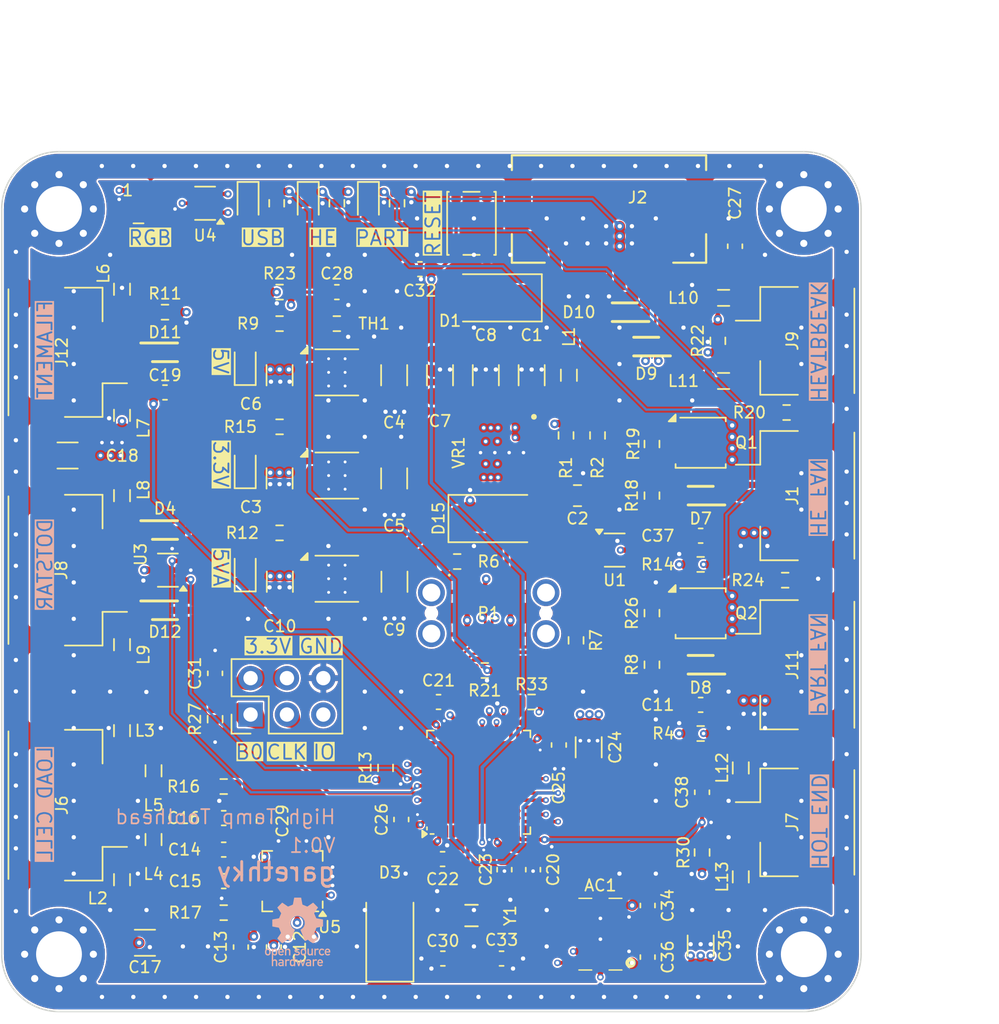
<source format=kicad_pcb>
(kicad_pcb (version 20240108) (generator "pcbnew") (generator_version "8.0")
  (layers (0 "F.Cu" signal) (1 "In1.Cu" signal) (2 "In2.Cu" signal) (3 "In3.Cu" signal) (4 "In4.Cu" signal) (31 "B.Cu" signal) (34 "B.Paste" user) (35 "F.Paste" user) (36 "B.SilkS" user "B.Silkscreen") (37 "F.SilkS" user "F.Silkscreen") (38 "B.Mask" user) (39 "F.Mask" user) (44 "Edge.Cuts" user))
  (net 0 "")
  (net 1 "GND")
  (net 2 "FILAMENT_SW")
  (net 3 "+5V")
  (net 4 "SPI_2_SDI")
  (net 5 "SPI_2_SCLK")
  (net 6 "SPI_2_SDO")
  (net 7 "ADS1220_DRDY")
  (net 8 "USB_PULL_UP")
  (net 9 "+24V")
  (net 12 "Net-(D2-A)")
  (net 13 "FAN0_TACH")
  (net 14 "NRST")
  (net 15 "Net-(D5-A)")
  (net 16 "FAN1_TACH")
  (net 17 "FAN1_PWM")
  (net 18 "BOOT0")
  (net 20 "Net-(D6-A)")
  (net 21 "/OSC_IN")
  (net 22 "/OSC_OUT")
  (net 23 "/+5V_USB")
  (net 24 "SWD_IO")
  (net 25 "SW_CLK")
  (net 29 "/FAN0_MOSFET_GND")
  (net 30 "USB_D+")
  (net 31 "USB_D-")
  (net 32 "Earth_Protective")
  (net 33 "+5VA")
  (net 34 "Net-(U2-PB3)")
  (net 35 "FAN0_PWM")
  (net 36 "+3V3")
  (net 37 "/AIN0")
  (net 38 "/AIN1")
  (net 39 "/LED_SDI")
  (net 40 "/FILAMENT_SW_V+")
  (net 41 "/FILAMENT_SW_GND")
  (net 42 "/FAN1_MOSFET_GND")
  (net 43 "/LOAD_CELL_IN+")
  (net 44 "/LOAD_CELL_REF-")
  (net 45 "/LOAD_CELL_IN-")
  (net 46 "/LOAD_CELL_REF+")
  (net 47 "SPI_1_SDI")
  (net 48 "SPI_1_SCLK")
  (net 49 "SPI_1_SDO")
  (net 50 "HEATBREAK_THERMISTOR")
  (net 51 "AMBIENT_THERMISTOR")
  (net 52 "/HEATBREAK_TH_VREF")
  (net 53 "/HEATBREAK_TH_GND")
  (net 54 "+5V5")
  (net 57 "Net-(VR1-VCC)")
  (net 58 "Net-(VR1-FB)")
  (net 59 "/LED_POWER")
  (net 60 "/LED_GND")
  (net 61 "Net-(D13-A)")
  (net 62 "Net-(D14-A)")
  (net 63 "/SW_HEATSINK")
  (net 64 "Net-(P1-CC1)")
  (net 65 "Net-(P1-CC2)")
  (net 66 "HOTEND_THERMISTOR")
  (net 67 "/HOTEND_TH_VREF")
  (net 68 "Net-(L4-Pad2)")
  (net 69 "Net-(L5-Pad1)")
  (net 70 "/LED_CLK")
  (net 71 "/+24V_INPUT")
  (net 72 "/+FANV_INPUT")
  (net 74 "Net-(U2-PB13)")
  (net 75 "/FAN1_PWM_+5V")
  (net 76 "/FAN0_PWM_+5V")
  (net 77 "Net-(Q1-G)")
  (net 78 "Net-(Q2-G)")
  (net 81 "/HOTEND_TH_GND")
  (net 97 "Net-(D17-A)")
  (net 99 "RGB_LED_DATA")
  (net 100 "RGB_LED_CLOCK")
  (net 101 "/RGB_INDICATOR_SDO")
  (net 102 "/RGB_INDICATOR_CLK")
  (net 103 "DOTSTAR_LED_DATA")
  (net 104 "DOTSTAR_LED_CLOCK")
  (footprint "Capacitor_SMD:C_0603_1608Metric" (layer "F.Cu") (at 37.1 50.1 90)
    (property "Reference" "C20")
    (property "Value" "0.1uF")
  )
  (footprint "LED_SMD:LED_0603_1608Metric" (layer "F.Cu") (at 17.2 3.6 -90)
    (property "Reference" "D6" (hide yes))
    (property "Value" "RED LED")
  )
  (footprint "Capacitor_SMD:C_0603_1608Metric" (layer "F.Cu") (at 38.9 41.4 90)
    (property "Reference" "C25")
    (property "Value" "0.1uF")
  )
  (footprint "Molex CLIK-Mate:Molex_CLIK-Mate_505405-0470_1x04-1MP_P1.50mm_Vertical" (layer "F.Cu") (at 4.8 29.2 90)
    (property "Reference" "J8")
    (property "Value" "Conn_01x04")
  )
  (footprint "Molex CLIK-Mate:Molex_CLIK-Mate_505405-0470_1x04-1MP_P1.50mm_Vertical" (layer "F.Cu") (at 4.8 45.6 90)
    (property "Reference" "J6")
    (property "Value" "Conn_01x04")
  )
  (footprint "Resistor_SMD:R_0603_1608Metric" (layer "F.Cu") (at 45.4 32.2 90)
    (property "Reference" "R26")
    (property "Value" "R1kΩ")
  )
  (footprint "Resistor_SMD:R_0603_1608Metric" (layer "F.Cu") (at 23.4 3.6 90)
    (property "Reference" "R3" (hide yes))
    (property "Value" "R2kΩ")
  )
  (footprint "Package_SON:VSON-8-1EP_3x3mm_P0.65mm_EP1.65x2.4mm_ThermalVias" (layer "F.Cu") (at 23.4 29.8)
    (property "Reference" "LDO3" (hide yes))
    (property "Value" "TPS7A21-Q1 5V @ 500mA")
  )
  (footprint "LED_SMD:LED_0603_1608Metric" (layer "F.Cu") (at 17 14.8 90)
    (property "Reference" "D5" (hide yes))
    (property "Value" "RED LED")
  )
  (footprint "Resistor_SMD:R_0603_1608Metric" (layer "F.Cu") (at 26.8 43 -90)
    (property "Reference" "R13")
    (property "Value" "R47Ω")
  )
  (footprint "LED_SMD:LED_0603_1608Metric" (layer "F.Cu") (at 17 29.2 90)
    (property "Reference" "D17" (hide yes))
    (property "Value" "RED LED")
  )
  (footprint "Capacitor_SMD:C_0603_1608Metric" (layer "F.Cu") (at 23.4 9.8)
    (property "Reference" "C28")
    (property "Value" "0.1uF")
  )
  (footprint "Resistor_SMD:R_0603_1608Metric" (layer "F.Cu") (at 41.6 19.8 90)
    (property "Reference" "R2")
    (property "Value" "R10kΩ")
  )
  (footprint "SNAL_TLVM23615RDNR:CONV_TLVM23615RDNR" (layer "F.Cu") (at 35.2 21 -90)
    (property "Reference" "VR1")
    (property "Value" "TLVM23615RDNR")
  )
  (footprint "Diode_SMD:D_SMA" (layer "F.Cu") (at 34.7 25.6)
    (property "Reference" "D15")
    (property "Value" "40V, 1A, SMA")
  )
  (footprint "Capacitor_SMD:C_0603_1608Metric" (layer "F.Cu") (at 48.8 26.8 180)
    (property "Reference" "C37")
    (property "Value" "0.1uF")
  )
  (footprint "MountingHole:MountingHole_3.2mm_M3_Pad_Via" (layer "F.Cu") (at 56 56)
    (property "Reference" "H2" (hide yes))
    (property "Value" "MountingHole")
  )
  (footprint "Resistor_SMD:R_0603_1608Metric" (layer "F.Cu") (at 15.5 44.3 180)
    (property "Reference" "R16")
    (property "Value" "R240Ω")
  )
  (footprint "LED_SMD:LED_0603_1608Metric" (layer "F.Cu") (at 21.4 3.6 -90)
    (property "Reference" "D13" (hide yes))
    (property "Value" "RED LED")
  )
  (footprint "Capacitor_SMD:C_1206_3216Metric" (layer "F.Cu") (at 37 15.6 90)
    (property "Reference" "C1")
    (property "Value" "22uF")
  )
  (footprint "Capacitor_SMD:C_0603_1608Metric" (layer "F.Cu") (at 30.5 38.4 180)
    (property "Reference" "C21")
    (property "Value" "0.1uF")
  )
  (footprint "MountingHole:MountingHole_3.2mm_M3_Pad_Via" (layer "F.Cu") (at 56 4)
    (property "Reference" "H4" (hide yes))
    (property "Value" "MountingHole")
  )
  (footprint "LED_SMD:LED_0603_1608Metric" (layer "F.Cu") (at 17 22 90)
    (property "Reference" "D2" (hide yes))
    (property "Value" "RED LED")
  )
  (footprint "Capacitor_SMD:C_1206_3216Metric" (layer "F.Cu") (at 4.6 21.2 180)
    (property "Reference" "C18")
    (property "Value" "22uF")
  )
  (footprint "Package_DFN_QFN:Texas_RSA_VQFN-16-1EP_4x4mm_P0.65mm_EP2.7x2.7mm" (layer "F.Cu") (at 20.3 50.9 180)
    (property "Reference" "U5")
    (property "Value" "ADS1220")
  )
  (footprint "Connector_PinHeader_2.54mm:PinHeader_2x03_P2.54mm_Vertical" (layer "F.Cu") (at 17.375 39.275 90)
    (property "Reference" "J13" (hide yes))
    (property "Value" "PinHeader_2x4_P2.54mm")
  )
  (footprint "Resistor_SMD:R_0603_1608Metric" (layer "F.Cu") (at 19.4 9.8 180)
    (property "Reference" "R23")
    (property "Value" "R4.7kΩ")
  )
  (footprint "AQ4020-01FTG:SOD2613X114N" (layer "F.Cu") (at 11.4 26.4)
    (property "Reference" "D4")
    (property "Value" "AQW05-01FTG" (hide yes))
  )
  (footprint "Molex CLIK-Mate:Molex_CLIK-Mate_505405-0370_1x03-1MP_P1.50mm_Vertical" (layer "F.Cu") (at 55.2 24 -90)
    (property "Reference" "J1")
    (property "Value" "Conn_01x03")
  )
  (footprint "Resistor_SMD:R_0603_1608Metric" (layer "F.Cu") (at 19.4 26.6)
    (property "Reference" "R12")
    (property "Value" "R2kΩ")
  )
  (footprint "Package_TO_SOT_SMD:SOT-363_SC-70-6" (layer "F.Cu") (at 14.2 3.6 180)
    (property "Reference" "U4")
    (property "Value" "SN74LVC2G17DSFR")
  )
  (footprint "Capacitor_SMD:C_0603_1608Metric" (layer "F.Cu") (at 18.3 46.7 90)
    (property "Reference" "C29")
    (property "Value" "0.1uF")
  )
  (footprint "Inductor_SMD:L_0805_2012Metric" (layer "F.Cu") (at 50.4 16 180)
    (property "Reference" "L11")
    (property "Value" "120R@100MHz/3A")
  )
  (footprint "Package_DFN_QFN:QFN-48-1EP_7x7mm_P0.5mm_EP5.6x5.6mm" (layer "F.Cu") (at 33.3 44 90)
    (property "Reference" "U2" (hide yes))
    (property "Value" "STM32F103CBU6TR")
  )
  (footprint "Resistor_SMD:R_0603_1608Metric" (layer "F.Cu") (at 54.7 29.9 180)
    (property "Reference" "R24")
    (property "Value" "R20kΩ")
  )
  (footprint "Resistor_SMD:R_0603_1608Metric" (layer "F.Cu") (at 19.4 12)
    (property "Reference" "R9")
    (property "Value" "R2kΩ")
  )
  (footprint "Inductor_SMD:L_0805_2012Metric" (layer "F.Cu") (at 8.4 34.4 -90)
    (property "Reference" "L9")
    (property "Value" "120R@100MHz/3A")
  )
  (footprint "ADXL345:ADXL345" (layer "F.Cu") (at 41.8 54.6 180)
    (property "Reference" "AC1")
    (property "Value" "ADXL345" (hide yes))
  )
  (footprint "Resistor_SMD:R_0603_1608Metric" (layer "F.Cu") (at 45.4 20.4 90)
    (property "Reference" "R19")
    (property "Value" "R1kΩ")
  )
  (footprint "Inductor_SMD:L_0805_2012Metric" (layer "F.Cu") (at 8.4 50.8 -90)
    (property "Reference" "L2")
    (property "Value" "120R@100MHz/3A")
  )
  (footprint "Inductor_SMD:L_0805_2012Metric" (layer "F.Cu") (at 10.6 47.999 -90)
    (property "Reference" "L4")
    (property "Value" "120R@100MHz/3A")
  )
  (footprint "Resistor_SMD:R_0603_1608Metric" (layer "F.Cu") (at 27.6 3.6 90)
    (property "Reference" "R5" (hide yes))
    (property "Value" "R2kΩ")
  )
  (footprint "AQ4020-01FTG:SOD2613X114N" (layer "F.Cu") (at 43.5 11.2 180)
    (property "Reference" "D10")
    (property "Value" "AQ4020-01FTG-C" (hide yes))
  )
  (footprint "AQ4020-01FTG:SOD2613X114N" (layer "F.Cu") (at 11.4 14)
    (property "Reference" "D11")
    (property "Value" "AQ4020-01FTG" (hide yes))
  )
  (footprint "Resistor_SMD:R_0603_1608Metric" (layer "F.Cu") (at 31.8 28.6 180)
    (property "Reference" "R6")
    (property "Value" "R5.1kΩ")
  )
  (footprint "Resistor_SMD:R_0603_1608Metric" (layer "F.Cu") (at 48.8 28.8 180)
    (property "Reference" "R14")
    (property "Value" "R1kΩ")
  )
  (footprint "Capacitor_SMD:C_0603_1608Metric" (layer "F.Cu") (at 48.8 38.6 180)
    (property "Reference" "C11")
    (property "Value" "0.1uF")
  )
  (footprint "LED_SMD:LED-APA102-2020" (layer "F.Cu") (at 10.4 3.6)
    (property "Reference" "D16" (hide yes))
    (property "Value" "DotStar Micro LED")
  )
  (footprint "Package_SON:VSON-8_3.3x3.3mm_P0.65mm_NexFET" (layer "F.Cu") (at 48.8 20.3)
    (property "Reference" "Q1")
    (property "Value" "CSD17581Q3A")
  )
  (footprint "Resistor_SMD:R_0603_1608Metric" (layer "F.Cu") (at 40.1 34.1 90)
    (property "Reference" "R7")
    (property "Value" "R5.1kΩ")
  )
  (footprint "Resistor_SMD:R_0603_1608Metric" (layer "F.Cu") (at 39.4 19.8 -90)
    (property "Reference" "R1")
    (property "Value" "R45.3kΩ")
  )
  (footprint "Resistor_SMD:R_0603_1608Metric" (layer "F.Cu") (at 33.73 36.2 180)
    (property "Reference" "R21")
    (property "Value" "R1.5kΩ")
  )
  (footprint "Molex CLIK-Mate:Molex_CLIK-Mate_505405-0270_1x02-1MP_P1.50mm_Vertical" (layer "F.Cu") (at 55.2 46.8 -90)
    (property "Reference" "J7")
    (property "Value" "Conn_01x02")
  )
  (footprint "MountingHole:MountingHole_3.2mm_M3_Pad_Via" (layer "F.Cu") (at 4 56)
    (property "Reference" "H1" (hide yes))
    (property "Value" "MountingHole")
  )
  (footprint "Resistor_SMD:R_0603_1608Metric" (layer "F.Cu") (at 45.4 24 90)
    (property "Reference" "R18")
    (property "Value" "R10kΩ")
  )
  (footprint "Inductor_SMD:L_0805_2012Metric" (layer "F.Cu") (at 50.4 10.2 180)
    (property "Reference" "L10")
    (property "Value" "120R@100MHz/3A")
  )
  (footprint "Capacitor_SMD:C_0603_1608Metric" (layer "F.Cu") (at 30.8 56.3)
    (property "Reference" "C30")
    (property "Value" "25pF")
  )
  (footprint "Diode_SMD:D_SMA" (layer "F.Cu") (at 34.2 10.2 180)
    (property "Reference" "D1")
    (property "Value" "SMAJ24A")
  )
  (footprint "Capacitor_SMD:C_0603_1608Metric" (layer "F.Cu") (at 29.2 8.2 180)
    (property "Reference" "C32")
    (property "Value" "0.1uF")
  )
  (footprint "GCT_USB4145-03-0170-C:USB4145030170C" (layer "F.Cu") (at 34 32.2)
    (property "Reference" "P1")
    (property "Value" "USB_C_Plug_USB2.0" (hide yes))
  )
  (footprint "Package_TO_SOT_SMD:SOT-363_SC-70-6" (layer "F.Cu") (at 42.8 27.8)
    (property "Reference" "U1")
    (property "Value" "SN74LVC2G17DSFR")
  )
  (footprint "Inductor_SMD:L_0805_2012Metric" (layer "F.Cu") (at 10.6 43.2 -90)
    (property "Reference" "L5")
    (property "Value" "120R@100MHz/3A")
  )
  (footprint "Capacitor_SMD:C_0603_1608Metric" (layer "F.Cu") (at 30.782659 49.359939 180)
    (property "Reference" "C22")
    (property "Value" "0.1uF")
  )
  (footprint "Resistor_SMD:R_0603_1608Metric" (layer "F.Cu") (at 45.4 35.8 90)
    (property "Reference" "R8")
    (property "Value" "R10kΩ")
  )
  (footprint "Capacitor_SMD:C_0603_1608Metric" (layer "F.Cu") (at 16.7 55.5 90)
    (property "Reference" "C13")
    (property "Value" "0.1uF")
  )
  (footprint "Package_SON:VSON-8-1EP_3x3mm_P0.65mm_EP1.65x2.4mm_ThermalVias" (layer "F.Cu") (at 23.4 15.4)
    (property "Reference" "LDO1" (hide yes))
    (property "Value" "TPS7A21-Q1 5V @ 500mA")
  )
  (footprint "Capacitor_SMD:C_1206_3216Metric" (layer "F.Cu") (at 10 55.2)
    (property "Reference" "C17")
    (property "Value" "10uF")
  )
  (footprint "Package_TO_SOT_SMD:SOT-363_SC-70-6" (layer "F.Cu") (at 11.6 29.2 180)
    (property "Reference" "U3")
    (property "Value" "SN74LVC2G17DSFR")
  )
  (footprint "Capacitor_SMD:C_0603_1608Metric" (layer "F.Cu") (at 27.9 46.6 -90)
    (property "Reference" "C26")
    (property "Value" "0.1uF")
  )
  (footprint "Capacitor_SMD:C_0603_1608Metric" (layer "F.Cu") (at 14.9 36.4 90)
    (property "Reference" "C31")
    (property "Value" "0.1uF")
  )
  (footprint "Resistor_SMD:R_0603_1608Metric" (layer "F.Cu") (at 54.8 18.2 180)
    (property "Reference" "R20")
    (property "Value" "R20kΩ")
  )
  (footprint "Capacitor_SMD:C_0603_1608Metric" (layer "F.Cu") (at 11.4 16.8)
    (property "Reference" "C19")
    (property "Value" "0.1uF")
  )
  (footprint "Capacitor_SMD:C_1206_3216Metric" (layer "F.Cu") (at 19.4 15.6 -90)
    (property "Reference" "C6")
    (property "Value" "10uF")
  )
  (footprint "Inductor_SMD:L_0805_2012Metric" (layer "F.Cu") (at 8.4 18.4 90)
    (property "Reference" "L7")
    (property "Value" "120R@100MHz/3A")
  )
  (footprint "Button_Switch_SMD:SW_SPST_PTS810" (layer "F.Cu") (at 32.8 5 90)
    (property "Reference" "SW1" (hide yes))
    (property "Value" "SW_SPST")
  )
  (footprint "MountingHole:MountingHole_3.2mm_M3_Pad_Via" (layer "F.Cu") (at 4 4)
    (property "Reference" "H3" (hide yes))
    (property "Value" "MountingHole")
  )
  (footprint "Molex CLIK-Mate:Molex_CLIK-Mate_505405-0370_1x03-1MP_P1.50mm_Vertical" (layer "F.Cu") (at 55.2 35.8 -90)
    (property "Reference" "J11")
    (property "Value" "Conn_01x03")
  )
  (footprint "Capacitor_SMD:C_1206_3216Metric" (layer "F.Cu") (at 48.8 55.4 90)
    (property "Reference" "C35")
    (property "Value" "10uF")
  )
  (footprint "Resistor_SMD:R_0603_1608Metric" (layer "F.Cu") (at 37 38.4)
    (property "Reference" "R33")
    (property "Value" "R47Ω")
  )
  (footprint "Capacitor_SMD:C_0805_2012Metric" (layer "F.Cu") (at 40.2 24)
    (property "Reference" "C2")
    (property "Value" "1uF")
  )
  (footprint "Resistor_SMD:R_0603_1608Metric" (layer "F.Cu") (at 14.9 39.6 -90)
    (property "Reference" "R27")
    (property "Value" "R10kΩ")
  )
  (footprint "Capacitor_SMD:C_1206_3216Metric" (layer "F.Cu") (at 40.982659 41.559939 90)
    (property "Reference" "C24")
    (property "Value" "10uF")
  )
  (footprint "Capacitor_SMD:C_0603_1608Metric" (layer "F.Cu") (at 51.2 6.6 90)
    (property "Reference" "C27")
    (property "Value" "0.1uF")
  )
  (footprint "LED_SMD:LED_0603_1608Metric" (layer "F.Cu") (at 25.6 3.6 -90)
    (property "Reference" "D14" (hide yes))
    (property "Value" "RED LED")
  )
  (footprint "Capacitor_SMD:C_1206_3216Metric" (layer "F.Cu") (at 33.8 15.6 90)
    (property "Reference" "C8")
    (property "Value" "22uF")
  )
  (footprint "Capacitor_SMD:C_1206_3216Metric" (layer "F.Cu") (at 27.4 22.8 -90)
    (property "Reference" "C5")
    (property "Value" "10uF")
  )
  (footprint "Capacitor_SMD:C_0603_1608Metric" (layer "F.Cu") (at 35.1 50.1 90)
    (property "Reference" "C23")
    (property "Value" "0.1uF")
  )
  (footprint "Package_SON:VSON-8-1EP_3x3mm_P0.65mm_EP1.65x2.4mm_ThermalVias" (layer "F.Cu") (at 23.4 22.6)
    (property "Reference" "LDO2" (hide yes))
    (property "Value" "TPS7A21-Q1 3.3V @ 500mA")
  )
  (footprint "Inductor_SMD:L_0805_2012Metric" (layer "F.Cu") (at 8.4 9.6 90)
    (property "Reference" "L6")
    (property "Value" "120R@100MHz/3A")
  )
  (footprint "Capacitor_SMD:C_0603_1608Metric" (layer "F.Cu") (at 15.5 48.7)
    (property "Reference" "C14")
    (property "Value" "0.1uF")
  )
  (footprint "Capacitor_SMD:C_0603_1608Metric" (layer "F.Cu") (at 15.5 50.9)
    (property "Reference" "C15")
    (property "Value" "0.1uF")
  )
  (footprint "ECS-.327-6-34QCS-TR:XTAL_ECS-.327-6-34QCS-TR" (layer "F.Cu") (at 32.8 53.3 180)
    (property "Reference" "Y1")
    (property "Value" "Crystal")
  )
  (footprint "Molex CLIK-Mate:Molex_CLIK-Mate_505405-0270_1x02-1MP_P1.50mm_Vertical" (layer "F.Cu") (at 55.2 13.2 -90)
    (property "Reference" "J9")
    (property "Value" "Conn_01x02")
  )
  (footprint "Resistor_SMD:R_0603_1608Metric" (layer "F.Cu") (at 48.9 48.9 -90)
    (property "Reference" "R30")
    (property "Value" "R4.7kΩ")
  )
  (footprint "Resistor_SMD:R_0603_1608Metric" (layer "F.Cu") (at 50 13.2 90)
    (property "Reference" "R22")
    (property "Value" "R4.7kΩ")
  )
  (footprint "Resistor_SMD:R_0603_1608Metric" (layer "F.Cu") (at 19.2 3.6 90)
    (property "Reference" "R10" (hide yes))
    (property "Value" "R1kΩ")
  )
  (footprint "AQ4020-01FTG:SOD2613X114N" (layer "F.Cu") (at 11.4 32)
    (property "Reference" "D12")
    (property "Value" "AQW05-01FTG" (hide yes))
  )
  (footprint "Resistor_SMD:R_0603_1608Metric" (layer "F.Cu") (at 15.5 53.1 180)
    (property "Reference" "R17")
    (property "Value" "R240Ω")
  )
  (footprint "Inductor_SMD:L_0805_2012Metric" (layer "F.Cu") (at 8.4 24 -90)
    (property "Reference" "L8")
    (property "Value" "120R@100MHz/3A")
  )
  (footprint "AQ4020-01FTG:SOD2613X114N" (layer "F.Cu") (at 48.8 24 180)
    (property "Reference" "D7")
    (property "Value" "AQ4020-01FTG" (hide yes))
  )
  (footprint "Inductor_SMD:L_0805_2012Metric" (layer "F.Cu") (at 51.6 43 -90)
    (property "Reference" "L12")
    (property "Value" "120R@100MHz/3A")
  )
  (footprint "AQ4020-01FTG:SOD2613X114N" (layer "F.Cu") (at 48.8 35.8 180)
    (property "Reference" "D8")
    (property "Value" "AQ4020-01FTG" (hide yes))
  )
  (footprint "Capacitor_SMD:C_1206_3216Metric" (layer "F.Cu") (at 27.4 15.6 -90)
    (property "Reference" "C4")
    (property "Value" "10uF")
  )
  (footprint "Resistor_SMD:R_0603_1608Metric" (layer "F.Cu") (at 48.8 40.6 180)
    (property "Reference" "R4")
    (property "Value" "R1kΩ")
  )
  (footprint "Resistor_SMD:R_0603_1608Metric" (layer "F.Cu") (at 19.4 19.2 180)
    (property "Reference" "R15")
    (property "Value" "R1kΩ")
  )
  (footprint "Resistor_SMD:R_0603_1608Metric" (layer "F.Cu") (at 23.4 12)
    (property "Reference" "TH1")
    (property "Value" "Thermistor_NTC")
  )
  (footprint "Diode_SMD:D_SMA" (layer "F.Cu") (at 27.1 54.4 90)
    (property "Reference" "D3")
    (property "Value" "SMAJ24A")
  )
  (footprint "Capacitor_SMD:C_1206_3216Metric" (layer "F.Cu") (at 27.42 30.01 -90)
    (property "Reference" "C9")
    (property "Value" "10uF")
  )
  (footprint "AQ4020-01FTG:SOD2613X114N" (layer "F.Cu") (at 45 13.6 180)
    (property "Reference" "D9")
    (property "Value" "AQ4020-01FTG-C" (hide yes))
  )
  (footprint "Capacitor_SMD:C_0603_1608Metric" (layer "F.Cu") (at 34.9 56.3 180)
    (property "Reference" "C33")
    (property "Value" "25pF")
  )
  (footprint "Capacitor_SMD:C_1206_3216Metric" (layer "F.Cu") (at 19.42 30.01 -90)
    (property "Reference" "C10")
    (property "Value" "10uF")
  )
  (footprint "Capacitor_SMD:C_0603_1608Metric" (layer "F.Cu") (at 48.9 44.7 90)
    (property "Reference" "C38")
    (property "Value" "0.1uF")
  )
  (footprint "Capacitor_SMD:C_0603_1608Metric" (layer "F.Cu") (at 19 55.5 90)
    (property "Reference" "C12")
    (property "Value" "0.1uF")
  )
  (footprint "Inductor_SMD:L_0805_2012Metric" (layer "F.Cu") (at 39.6 15.6 -90)
    (property "Reference" "L1")
    (property "Value" "120R@100MHz/3A")
  )
  (footprint "Capacitor_SMD:C_0603_1608Metric" (layer "F.Cu") (at 15.5 46.5 180)
    (property "Reference" "C16")
    (property "Value" "0.1uF")
  )
  (footprint "Inductor_SMD:L_0805_2012Metric" (layer "F.Cu") (at 51.6 50.6 -90)
    (property "Reference" "L13")
    (property "Value" "120R@100MHz/3A")
  )
  (footprint "Resistor_SMD:R_0603_1608Metric" (layer "F.Cu") (at 11.4 11.2)
    (property "Reference" "R11")
    (property "Value" "R4.7kΩ")
  )
  (footprint "Molex CLIK-Mate:Molex_CLIK-Mate_505405-0370_1x03-1MP_P1.50mm_Vertical" (layer "F.Cu") (at 4.8 14 90)
    (property "Reference" "J12")
    (property "Value" "Conn_01x03")
  )
  (footprint "Capacitor_SMD:C_0603_1608Metric" (layer "F.Cu") (at 45.1 52.6 -90)
    (property "Reference" "C34")
    (property "Value" "0.1uF")
  )
  (footprint "Capacitor_SMD:C_1206_3216Metric" (layer "F.Cu") (at 30.6 15.6 90)
    (property "Reference" "C7")
    (property "Value" "22uF")
  )
  (footprint "Capacitor_SMD:C_0603_1608Metric" (layer "F.Cu") (at 45.1 56.2 90)
    (property "Reference" "C36")
    (property "Value" "0.1uF")
  )
  (footprint "Capacitor_SMD:C_1206_3216Metric" (layer "F.Cu") (at 19.4 22.8 -90)
    (property "Reference" "C3")
    (property "Value" "10uF")
  )
  (footprint "Molex CLIK-Mate:Molex_CLIK-Mate_213226-0610_1x06-1MP_P1.50mm_Horizontal" (layer "F.Cu") (at 42.4 4 180)
    (property "Reference" "J2")
    (property "Value" "Conn_02x08")
  )
  (footprint "Package_SON:VSON-8_3.3x3.3mm_P0.65mm_NexFET" (layer "F.Cu") (at 48.8 32.2)
    (property "Reference" "Q2")
    (property "Value" "CSD17581Q3A")
  )
  (footprint "Inductor_SMD:L_0805_2012Metric" (layer "F.Cu") (at 8.4 40.4 90)
    (property "Reference" "L3")
    (property "Value" "120R@100MHz/3A")
  )
  (gr_poly (pts (xy 21.431486 56.352535) (xy 21.452085 56.353984) (xy 21.471699 56.356469) (xy 21.481117 56.358117) (xy 21.490265 56.360045) (xy 21.499134 56.36226) (xy 21.507717 56.364769) (xy 21.516005 56.367579) (xy 21.52399 56.370696) (xy 21.531665 56.374129) (xy 21.53902 56.377884) (xy 21.546049 56.381967) (xy 21.552743 56.386387) (xy 21.559094 56.39115) (xy 21.565093 56.396263) (xy 21.570734 56.401733) (xy 21.576007 56.407567) (xy 21.580904 56.413773) (xy 21.585418 56.420356) (xy 21.589541 56.427325) (xy 21.593264 56.434686) (xy 21.596579 56.442446) (xy 21.599478 56.450613) (xy 21.601954 56.459193) (xy 21.603997 56.468193) (xy 21.605601 56.477621) (xy 21.606756 56.487483) (xy 21.607455 56.497787) (xy 21.60769 56.508539) (xy 21.60769 56.832759) (xy 21.51207 56.832759) (xy 21.51207 56.790584) (xy 21.510218 56.790584) (xy 21.506368 56.796532) (xy 21.502183 56.802066) (xy 21.497635 56.80719) (xy 21.492697 56.811907) (xy 21.487341 56.816223) (xy 21.481541 56.820141) (xy 21.475268 56.823667) (xy 21.468496 56.826803) (xy 21.461197 56.829554) (xy 21.453345 56.831925) (xy 21.44491 56.833919) (xy 21.435867 56.835542) (xy 21.426188 56.836796) (xy 21.415845 56.837687) (xy 21.404812 56.838218) (xy 21.39306 56.838395) (xy 21.383263 56.838212) (xy 21.373727 56.837669) (xy 21.364455 56.836775) (xy 21.355452 56.835536) (xy 21.346719 56.833961) (xy 21.33826 56.832057) (xy 21.330079 56.829833) (xy 21.322179 56.827296) (xy 21.314563 56.824454) (xy 21.307235 56.821316) (xy 21.300196 56.817888) (xy 21.293452 56.81418) (xy 21.287005 56.810198) (xy 21.280859 56.805951) (xy 21.275016 56.801447) (xy 21.26948 56.796693) (xy 21.264254 56.791698) (xy 21.259342 56.786469) (xy 21.254746 56.781014) (xy 21.250471 56.775341) (xy 21.246519 56.769458) (xy 21.242893 56.763372) (xy 21.239597 56.757093) (xy 21.236634 56.750627) (xy 21.234008 56.743983) (xy 21.231721 56.737168) (xy 21.229777 56.730191) (xy 21.228179 56.723058) (xy 21.226931 56.715779) (xy 21.226035 56.708361) (xy 21.225495 56.700811) (xy 21.225314 56.693139) (xy 21.225416 56.688455) (xy 21.315326 56.688455) (xy 21.315626 56.694374) (xy 21.31654 56.70017) (xy 21.318088 56.705807) (xy 21.320292 56.711251) (xy 21.321646 56.713889) (xy 21.323171 56.716465) (xy 21.32487 56.718974) (xy 21.326746 56.721413) (xy 21.328801 56.723776) (xy 21.331037 56.726059) (xy 21.333458 56.728258) (xy 21.336066 56.730368) (xy 21.338863 56.732385) (xy 21.341851 56.734305) (xy 21.345035 56.736122) (xy 21.348415 56.737832) (xy 21.351995 56.739432) (xy 21.355778 56.740915) (xy 21.359765 56.742279) (xy 21.363959 56.743518) (xy 21.37298 56.745604) (xy 21.38286 56.747139) (xy 21.393622 56.748086) (xy 21.405284 56.74841) (xy 21.419608 56.748297) (xy 21.432739 56.747904) (xy 21.444714 56.747145) (xy 21.455571 56.745938) (xy 21.460592 56.74514) (xy 21.465347 56.744198) (xy 21.469841 56.743102) (xy 21.474078 56.741842) (xy 21.478063 56.740407) (xy 21.481802 56.738786) (xy 21.485297 56.736969) (xy 21.488555 56.734946) (xy 21.491579 56.732705) (xy 21.494375 56.730237) (xy 21.496947 56.727532) (xy 21.499299 56.724578) (xy 21.501436 56.721365) (xy 21.503364 56.717882) (xy 21.505085 56.71412) (xy 21.506606 56.710068) (xy 21.507931 56.705714) (xy 21.509064 56.70105) (xy 21.51001 56.696063) (xy 21.510773 56.690745) (xy 21.511359 56.685084) (xy 21.511772 56.679069) (xy 21.512016 56.672691) (xy 21.512096 56.665939) (xy 21.512096 56.631252) (xy 21.397796 56.631252) (xy 21.392613 56.631318) (xy 21.387604 56.631513) (xy 21.38277 56.631837) (xy 21.37811 56.632287) (xy 21.373623 56.632862) (xy 21.369307 56.633559) (xy 21.365163 56.634376) (xy 21.361191 56.635312) (xy 21.357388 56.636365) (xy 21.353755 56.637533) (xy 21.35029 56.638814) (xy 21.346994 56.640205) (xy 21.343865 56.641706) (xy 21.340903 56.643315) (xy 21.338107 56.645029) (xy 21.335477 56.646846) (xy 21.333011 56.648765) (xy 21.330709 56.650783) (xy 21.328571 56.6529) (xy 21.326595 56.655112) (xy 21.324781 56.657419) (xy 21.323129 56.659817) (xy 21.321637 56.662306) (xy 21.320305 56.664883) (xy 21.319132 56.667547) (xy 21.318118 56.670295) (xy 21.317262 56.673126) (xy 21.316563 56.676038) (xy 21.316021 56.679029) (xy 21.315634 56.682096) (xy 21.315403 56.685239) (xy 21.315326 56.688455) (xy 21.225416 56.688455) (xy 21.225468 56.686059) (xy 21.225929 56.679055) (xy 21.226697 56.672136) (xy 21.22777 56.665312) (xy 21.22915 56.658592) (xy 21.230834 56.651988) (xy 21.232823 56.645507) (xy 21.235116 56.639161) (xy 21.237712 56.632959) (xy 21.240611 56.62691) (xy 21.243813 56.621025) (xy 21.247316 56.615313) (xy 21.251121 56.609785) (xy 21.255226 56.604449) (xy 21.259632 56.599316) (xy 21.264337 56.594396) (xy 21.269341 56.589698) (xy 21.274644 56.585232) (xy 21.280245 56.581008) (xy 21.286144 56.577035) (xy 21.292339 56.573324) (xy 21.298831 56.569885) (xy 21.305619 56.566726) (xy 21.312702 56.563859) (xy 21.320081 56.561292) (xy 21.327753 56.559035) (xy 21.335719 56.557099) (xy 21.343978 56.555493) (xy 21.35253 56.554227) (xy 21.361374 56.55331) (xy 21.37051 56.552753) (xy 21.379937 56.552565) (xy 21.51207 56.552565) (xy 21.51207 56.502903) (xy 21.511727 56.494811) (xy 21.511295 56.491013) (xy 21.510688 56.487379) (xy 21.509903 56.483904) (xy 21.508938 56.480587) (xy 21.507791 56.477426) (xy 21.506462 56.474418) (xy 21.504946 56.471561) (xy 21.503244 56.468851) (xy 21.501352 56.466288) (xy 21.49927 56.463869) (xy 21.496994 56.461591) (xy 21.494524 56.459451) (xy 21.491857 56.457448) (xy 21.488992 56.455579) (xy 21.485926 56.453842) (xy 21.482657 56.452234) (xy 21.475506 56.449397) (xy 21.467523 56.447048) (xy 21.458693 56.445169) (xy 21.449 56.443741) (xy 21.43843 56.442744) (xy 21.426968 56.44216) (xy 21.414598 56.441969) (xy 21.405589 56.442082) (xy 21.397167 56.442427) (xy 21.389303 56.443018) (xy 21.381969 56.443866) (xy 21.378491 56.44439) (xy 21.375134 56.444983) (xy 21.371895 56.445647) (xy 21.36877 56.446383) (xy 21.365756 56.447192) (xy 21.362849 56.448076) (xy 21.360046 56.449037) (xy 21.357342 56.450076) (xy 21.354734 56.451194) (xy 21.352218 56.452394) (xy 21.349792 56.453676) (xy 21.347451 56.455042) (xy 21.345191 56.456494) (xy 21.34301 56.458034) (xy 21.340902 56.459662) (xy 21.338866 56.46138) (xy 21.336897 56.463191) (xy 21.334992 56.465094) (xy 21.333146 56.467093) (xy 21.331357 56.469188) (xy 21.329621 56.47138) (xy 21.327934 56.473673) (xy 21.326292 56.476066) (xy 21.324692 56.478562) (xy 21.249709 56.421411) (xy 21.256748 56.412287) (xy 21.264166 56.403892) (xy 21.271965 56.396207) (xy 21.280152 56.389211) (xy 21.288729 56.382887) (xy 21.2977 56.377215) (xy 21.307069 56.372175) (xy 21.31684 56.367747) (xy 21.327018 56.363913) (xy 21.337606 56.360653) (xy 21.348608 56.357948) (xy 21.360028 56.355778) (xy 21.37187 56.354124) (xy 21.384138 56.352967) (xy 21.396835 56.352286) (xy 21.409967 56.352064)) (stroke (width -0.000001)) (fill solid) (layer "B.SilkS"))
  (gr_poly (pts (xy 18.587787 55.601745) (xy 18.594464 55.602018) (xy 18.60097 55.602465) (xy 18.607308 55.603079) (xy 18.613479 55.603855) (xy 18.619485 55.604786) (xy 18.625329 55.605866) (xy 18.631014 55.607088) (xy 18.63654 55.608446) (xy 18.641911 55.609934) (xy 18.647129 55.611545) (xy 18.652196 55.613272) (xy 18.657114 55.615111) (xy 18.661885 55.617053) (xy 18.666512 55.619093) (xy 18.670997 55.621225) (xy 18.67955 55.625738) (xy 18.68756 55.63054) (xy 18.695047 55.63558) (xy 18.702027 55.640809) (xy 18.708518 55.646175) (xy 18.714539 55.651627) (xy 18.720107 55.657114) (xy 18.72524 55.662586) (xy 18.731841 55.670146) (xy 18.737946 55.677777) (xy 18.743565 55.685572) (xy 18.748708 55.693626) (xy 18.753385 55.70203) (xy 18.757605 55.71088) (xy 18.761378 55.720267) (xy 18.764713 55.730286) (xy 18.76762 55.74103) (xy 18.770108 55.752592) (xy 18.772187 55.765066) (xy 18.773866 55.778545) (xy 18.775156 55.793123) (xy 18.776065 55.808893) (xy 18.776604 55.825948) (xy 18.776781 55.844381) (xy 18.776604 55.862969) (xy 18.776065 55.880161) (xy 18.775156 55.896049) (xy 18.773866 55.91073) (xy 18.772187 55.924298) (xy 18.770108 55.936847) (xy 18.76762 55.948472) (xy 18.764713 55.959267) (xy 18.761378 55.969327) (xy 18.757605 55.978746) (xy 18.753385 55.98762) (xy 18.748708 55.996041) (xy 18.743565 56.004106) (xy 18.737946 56.011908) (xy 18.731841 56.019542) (xy 18.72524 56.027103) (xy 18.720107 56.032574) (xy 18.714539 56.038059) (xy 18.708518 56.043509) (xy 18.702027 56.048871) (xy 18.695047 56.054096) (xy 18.68756 56.059132) (xy 18.67955 56.063929) (xy 18.670997 56.068437) (xy 18.661885 56.072604) (xy 18.652196 56.07638) (xy 18.641911 56.079714) (xy 18.631014 56.082556) (xy 18.619485 56.084854) (xy 18.607308 56.086559) (xy 18.594464 56.087619) (xy 18.580937 56.087983) (xy 18.574084 56.087891) (xy 18.567404 56.087619) (xy 18.560896 56.087172) (xy 18.554557 56.086559) (xy 18.548384 56.085784) (xy 18.542376 56.084854) (xy 18.53653 56.083776) (xy 18.530844 56.082556) (xy 18.525316 56.0812) (xy 18.519944 56.079714) (xy 18.514725 56.078106) (xy 18.509657 56.07638) (xy 18.504738 56.074544) (xy 18.499966 56.072604) (xy 18.495338 56.070566) (xy 18.490853 56.068437) (xy 18.482299 56.06393) (xy 18.474288 56.059132) (xy 18.466801 56.054096) (xy 18.45982 56.048871) (xy 18.453328 56.043509) (xy 18.447307 56.03806) (xy 18.441739 56.032574) (xy 18.436606 56.027103) (xy 18.430006 56.019542) (xy 18.423902 56.011909) (xy 18.418284 56.004108) (xy 18.413142 55.996045) (xy 18.408467 55.987625) (xy 18.40425 55.978753) (xy 18.400479 55.969335) (xy 18.397147 55.959277) (xy 18.394243 55.948483) (xy 18.391757 55.936859) (xy 18.38968 55.92431) (xy 18.388003 55.910741) (xy 18.386715 55.896059) (xy 18.385807 55.880168) (xy 18.385269 55.862974) (xy 18.385092 55.844381) (xy 18.480659 55.844381) (xy 18.480727 55.856805) (xy 18.480936 55.868125) (xy 18.481297 55.878426) (xy 18.481818 55.887791) (xy 18.48251 55.896306) (xy 18.483382 55.904052) (xy 18.484443 55.911115) (xy 18.485703 55.917578) (xy 18.487172 55.923526) (xy 18.488859 55.929041) (xy 18.490774 55.934208) (xy 18.492927 55.93911) (xy 18.495326 55.943833) (xy 18.497982 55.948458) (xy 18.500904 55.953071) (xy 18.504102 55.957755) (xy 18.506919 55.961393) (xy 18.510091 55.964905) (xy 18.513598 55.968276) (xy 18.51742 55.971491) (xy 18.52154 55.974535) (xy 18.525936 55.977393) (xy 18.530591 55.98005) (xy 18.535484 55.982491) (xy 18.540598 55.984701) (xy 18.545912 55.986665) (xy 18.551408 55.988368) (xy 18.557066 55.989795) (xy 18.562867 55.990931) (xy 18.568792 55.99176) (xy 18.574821 55.992269) (xy 18.580937 55.992442) (xy 18.587047 55.992269) (xy 18.593073 55.991759) (xy 18.598994 55.990928) (xy 18.604792 55.989791) (xy 18.610448 55.988362) (xy 18.615942 55.986658) (xy 18.621256 55.984692) (xy 18.626369 55.982481) (xy 18.631263 55.980039) (xy 18.635918 55.977381) (xy 18.640317 55.974523) (xy 18.644438 55.97148) (xy 18.648263 55.968266) (xy 18.651773 55.964898) (xy 18.654949 55.961389) (xy 18.656406 55.959587) (xy 18.657772 55.957755) (xy 18.660969 55.953072) (xy 18.66389 55.94846) (xy 18.666545 55.943839) (xy 18.668942 55.939125) (xy 18.671093 55.934236) (xy 18.673006 55.92909) (xy 18.67469 55.923603) (xy 18.676157 55.917694) (xy 18.677415 55.91128) (xy 18.678473 55.904278) (xy 18.679343 55.896607) (xy 18.680033 55.888182) (xy 18.680552 55.878922) (xy 18.680911 55.868745) (xy 18.681187 55.845308) (xy 18.68112 55.832884) (xy 18.680911 55.821562) (xy 18.680552 55.811259) (xy 18.680033 55.80189) (xy 18.679343 55.793373) (xy 18.678473 55.785623) (xy 18.677415 55.778557) (xy 18.676157 55.772091) (xy 18.67469 55.766141) (xy 18.673006 55.760625) (xy 18.671093 55.755458) (xy 18.668942 55.750556) (xy 18.666545 55.745836) (xy 18.66389 55.741215) (xy 18.660969 55.736609) (xy 18.657772 55.731933) (xy 18.654949 55.728295) (xy 18.651773 55.724783) (xy 18.648263 55.721413) (xy 18.644438 55.718198) (xy 18.640317 55.715154) (xy 18.635918 55.712296) (xy 18.631263 55.709639) (xy 18.626369 55.707198) (xy 18.621256 55.704988) (xy 18.615942 55.703024) (xy 18.610448 55.701321) (xy 18.604792 55.699894) (xy 18.598994 55.698758) (xy 18.593073 55.697928) (xy 18.587047 55.697419) (xy 18.580937 55.697246) (xy 18.574821 55.69742) (xy 18.568792 55.697929) (xy 18.562867 55.698761) (xy 18.557066 55.699898) (xy 18.551408 55.701327) (xy 18.545912 55.703031) (xy 18.540598 55.704997) (xy 18.535484 55.707208) (xy 18.530591 55.70965) (xy 18.525936 55.712308) (xy 18.52154 55.715166) (xy 18.51742 55.718209) (xy 18.513598 55.721422) (xy 18.510091 55.724791) (xy 18.506919 55.7283) (xy 18.505465 55.730102) (xy 18.504102 55.731933) (xy 18.500904 55.736608) (xy 18.497982 55.741213) (xy 18.495326 55.74583) (xy 18.492927 55.750541) (xy 18.490774 55.755429) (xy 18.488859 55.760576) (xy 18.487172 55.766064) (xy 18.485703 55.771975) (xy 18.484443 55.778392) (xy 18.483382 55.785397) (xy 18.48251 55.793072) (xy 18.481818 55.8015) (xy 18.481297 55.810762) (xy 18.480936 55.820942) (xy 18.480659 55.844381) (xy 18.385092 55.844381) (xy 18.385269 55.825948) (xy 18.385807 55.808894) (xy 18.386715 55.793125) (xy 18.388003 55.778549) (xy 18.38968 55.765072) (xy 18.391757 55.752599) (xy 18.394243 55.741039) (xy 18.397147 55.730296) (xy 18.400479 55.720278) (xy 18.40425 55.710891) (xy 18.408467 55.702042) (xy 18.413142 55.693637) (xy 18.418284 55.685582) (xy 18.423902 55.677784) (xy 18.430006 55.67015) (xy 18.436606 55.662586) (xy 18.441739 55.657114) (xy 18.447307 55.651627) (xy 18.453328 55.646175) (xy 18.45982 55.640809) (xy 18.466801 55.635581) (xy 18.474288 55.63054) (xy 18.482299 55.625738) (xy 18.490853 55.621225) (xy 18.499966 55.617053) (xy 18.509657 55.613272) (xy 18.519944 55.609934) (xy 18.530844 55.607088) (xy 18.542376 55.604786) (xy 18.554557 55.603079) (xy 18.567404 55.602018) (xy 18.580937 55.601653)) (stroke (width -0.000001)) (fill solid) (layer "B.SilkS"))
  (gr_poly (pts (xy 20.494006 56.832759) (xy 20.398439 56.832759) (xy 20.398439 56.783096) (xy 20.392655 56.789115) (xy 20.386556 56.794877) (xy 20.380154 56.800363) (xy 20.373463 56.805555) (xy 20.366498 56.810436) (xy 20.359272 56.814987) (xy 20.351798 56.819191) (xy 20.34409 56.823029) (xy 20.336163 56.826482) (xy 20.32803 56.829534) (xy 20.319704 56.832166) (xy 20.3112 56.83436) (xy 20.302531 56.836098) (xy 20.29371 56.837362) (xy 20.284753 56.838133) (xy 20.275672 56.838394) (xy 20.270272 56.838318) (xy 20.264965 56.838091) (xy 20.259751 56.837716) (xy 20.25463 56.837197) (xy 20.249601 56.836536) (xy 20.244666 56.835737) (xy 20.239823 56.834803) (xy 20.235071 56.833737) (xy 20.230412 56.832541) (xy 20.225845 56.83122) (xy 20.22137 56.829776) (xy 20.216986 56.828212) (xy 20.212693 56.826531) (xy 20.208492 56.824737) (xy 20.200362 56.820819) (xy 20.192594 56.816485) (xy 20.185188 56.811758) (xy 20.17814 56.806663) (xy 20.171452 56.801225) (xy 20.165119 56.795468) (xy 20.159142 56.789418) (xy 20.153519 56.783098) (xy 20.148249 56.776535) (xy 20.143545 56.770221) (xy 20.139264 56.763843) (xy 20.135389 56.757271) (xy 20.131905 56.750374) (xy 20.128794 56.743021) (xy 20.126041 56.735083) (xy 20.123628 56.726428) (xy 20.121539 56.716927) (xy 20.119758 56.706449) (xy 20.118268 56.694864) (xy 20.117052 56.682041) (xy 20.116094 56.667849) (xy 20.114887 56.63484) (xy 20.114514 56.594793) (xy 20.210082 56.594793) (xy 20.210156 56.60865) (xy 20.210459 56.6224) (xy 20.211107 56.635932) (xy 20.212219 56.649139) (xy 20.213913 56.661913) (xy 20.215016 56.668103) (xy 20.216308 56.674144) (xy 20.217804 56.680023) (xy 20.21952 56.685725) (xy 20.22147 56.691238) (xy 20.223668 56.696548) (xy 20.22613 56.701641) (xy 20.228871 56.706503) (xy 20.231904 56.711121) (xy 20.235246 56.715482) (xy 20.23891 56.719572) (xy 20.242911 56.723378) (xy 20.247264 56.726885) (xy 20.251984 56.730081) (xy 20.257086 56.732951) (xy 20.262584 56.735483) (xy 20.268494 56.737662) (xy 20.274829 56.739476) (xy 20.281605 56.74091) (xy 20.288836 56.741951) (xy 20.296537 56.742586) (xy 20.304723 56.7428) (xy 20.312825 56.742572) (xy 20.320448 56.7419) (xy 20.327605 56.740799) (xy 20.334312 56.739285) (xy 20.340583 56.737375) (xy 20.346433 56.735084) (xy 20.351876 56.732429) (xy 20.356927 56.729426) (xy 20.3616 56.726091) (xy 20.365911 56.72244) (xy 20.369873 56.718489) (xy 20.373501 56.714255) (xy 20.37681 56.709753) (xy 20.379815 56.704999) (xy 20.382529 56.70001) (xy 20.384968 56.694802) (xy 20.387146 56.68939) (xy 20.389078 56.683792) (xy 20.392262 56.672098) (xy 20.394636 56.659849) (xy 20.396316 56.647175) (xy 20.39742 56.634203) (xy 20.398064 56.621063) (xy 20.398439 56.594793) (xy 20.398365 56.581864) (xy 20.398064 56.568824) (xy 20.39742 56.555802) (xy 20.396316 56.542929) (xy 20.394636 56.530336) (xy 20.393543 56.524186) (xy 20.392262 56.518154) (xy 20.390779 56.512257) (xy 20.389078 56.506512) (xy 20.387146 56.500934) (xy 20.384968 56.495541) (xy 20.382529 56.490348) (xy 20.379815 56.485372) (xy 20.37681 56.480629) (xy 20.373501 56.476135) (xy 20.369873 56.471907) (xy 20.365911 56.467962) (xy 20.3616 56.464314) (xy 20.356927 56.460981) (xy 20.351876 56.457979) (xy 20.346433 56.455325) (xy 20.340583 56.453034) (xy 20.334312 56.451123) (xy 20.327605 56.449608) (xy 20.320448 56.448506) (xy 20.312825 56.447833) (xy 20.304723 56.447605) (xy 20.296537 56.44782) (xy 20.288836 56.448454) (xy 20.281605 56.449496) (xy 20.274829 56.45093) (xy 20.268494 56.452743) (xy 20.262584 56.454921) (xy 20.257086 56.457451) (xy 20.251984 56.460319) (xy 20.247264 56.463511) (xy 20.242911 56.467013) (xy 20.23891 56.470812) (xy 20.235246 56.474893) (xy 20.231904 56.479244) (xy 20.228871 56.483851) (xy 20.22613 56.488699) (xy 20.223668 56.493775) (xy 20.22147 56.499065) (xy 20.21952 56.504556) (xy 20.216308 56.516084) (xy 20.213913 56.528249) (xy 20.212219 56.540942) (xy 20.211107 56.554053) (xy 20.210459 56.567472) (xy 20.210082 56.594793) (xy 20.114514 56.594793) (xy 20.114605 56.573968) (xy 20.114887 56.555016) (xy 20.115378 56.537807) (xy 20.116094 56.522211) (xy 20.117052 56.5081) (xy 20.118268 56.495344) (xy 20.119758 56.483814) (xy 20.121539 56.473382) (xy 20.123628 56.463918) (xy 20.124793 56.459508) (xy 20.126041 56.455292) (xy 20.127374 56.451253) (xy 20.128794 56.447376) (xy 20.130304 56.443644) (xy 20.131905 56.440041) (xy 20.135389 56.433157) (xy 20.139264 56.426596) (xy 20.143545 56.420228) (xy 20.148249 56.413923) (xy 20.153519 56.407351) (xy 20.159142 56.401025) (xy 20.165119 56.394971) (xy 20.171452 56.389211) (xy 20.17814 56.383772) (xy 20.185188 56.378677) (xy 20.192594 56.373951) (xy 20.200362 56.369619) (xy 20.208492 56.365705) (xy 20.216986 56.362233) (xy 20.225845 56.359228) (xy 20.235071 56.356714) (xy 20.244666 56.354716) (xy 20.25463 56.353259) (xy 20.264965 56.352367) (xy 20.275672 56.352064) (xy 20.284691 56.352325) (xy 20.293479 56.353096) (xy 20.302048 56.354362) (xy 20.310407 56.356105) (xy 20.318569 56.35831) (xy 20.326544 56.360959) (xy 20.334343 56.364036) (xy 20.341977 56.367526) (xy 20.349457 56.37141) (xy 20.356795 56.375674) (xy 20.364001 56.3803) (xy 20.371086 56.385271) (xy 20.378061 56.390573) (xy 20.384938 56.396187) (xy 20.391727 56.402097) (xy 20.398439 56.408288) (xy 20.398439 56.165559) (xy 20.494006 56.165559)) (stroke (width -0.000001)) (fill solid) (layer "B.SilkS"))
  (gr_poly (pts (xy 20.636762 55.602) (xy 20.651481 55.602871) (xy 20.665614 55.604302) (xy 20.679187 55.606277) (xy 20.692226 55.60878) (xy 20.704758 55.611793) (xy 20.716809 55.615301) (xy 20.728404 55.619287) (xy 20.739571 55.623734) (xy 20.750335 55.628626) (xy 20.760723 55.633947) (xy 20.77076 55.639679) (xy 20.780474 55.645807) (xy 20.78989 55.652313) (xy 20.799035 55.659182) (xy 20.807935 55.666396) (xy 20.748932 55.735691) (xy 20.741893 55.73088) (xy 20.734813 55.726279) (xy 20.727675 55.721901) (xy 20.72046 55.717761) (xy 20.713151 55.713873) (xy 20.705731 55.710249) (xy 20.69818 55.706906) (xy 20.690483 55.703855) (xy 20.682619 55.701111) (xy 20.674573 55.698688) (xy 20.666326 55.6966) (xy 20.657861 55.69486) (xy 20.649159 55.693483) (xy 20.640202 55.692482) (xy 20.630974 55.691871) (xy 20.621456 55.691664) (xy 20.615866 55.691735) (xy 20.610508 55.691946) (xy 20.605379 55.692294) (xy 20.600475 55.692776) (xy 20.595793 55.69339) (xy 20.591328 55.694131) (xy 20.587078 55.694998) (xy 20.583039 55.695988) (xy 20.579207 55.697096) (xy 20.575578 55.698322) (xy 20.57215 55.699661) (xy 20.568917 55.70111) (xy 20.565878 55.702667) (xy 20.563028 55.704329) (xy 20.560363 55.706093) (xy 20.55788 55.707956) (xy 20.555575 55.709915) (xy 20.553446 55.711966) (xy 20.551487 55.714108) (xy 20.549696 55.716337) (xy 20.548069 55.71865) (xy 20.546603 55.721045) (xy 20.545293 55.723518) (xy 20.544136 55.726066) (xy 20.543129 55.728687) (xy 20.542268 55.731377) (xy 20.541549 55.734134) (xy 20.540969 55.736954) (xy 20.540524 55.739835) (xy 20.540211 55.742774) (xy 20.540025 55.745768) (xy 20.539964 55.748814) (xy 20.540144 55.752675) (xy 20.540701 55.75651) (xy 20.541661 55.760297) (xy 20.543051 55.76401) (xy 20.544896 55.767624) (xy 20.547223 55.771114) (xy 20.550057 55.774457) (xy 20.551673 55.776065) (xy 20.553425 55.777627) (xy 20.555318 55.77914) (xy 20.557353 55.7806) (xy 20.559535 55.782005) (xy 20.561867 55.783352) (xy 20.564353 55.784636) (xy 20.566994 55.785856) (xy 20.572759 55.78809) (xy 20.579188 55.790028) (xy 20.586308 55.791645) (xy 20.594144 55.792917) (xy 20.602724 55.79382) (xy 20.681437 55.799403) (xy 20.690492 55.800173) (xy 20.699204 55.80125) (xy 20.707577 55.802626) (xy 20.715614 55.804295) (xy 20.72332 55.80625) (xy 20.730698 55.808483) (xy 20.73775 55.810988) (xy 20.744482 55.813758) (xy 20.750897 55.816786) (xy 20.756998 55.820065) (xy 20.762788 55.823588) (xy 20.768273 55.827349) (xy 20.773454 55.831341) (xy 20.778336 55.835556) (xy 20.782923 55.839988) (xy 20.787218 55.84463) (xy 20.791224 55.849475) (xy 20.794945 55.854516) (xy 20.798386 55.859746) (xy 20.801549 55.865158) (xy 20.804438 55.870747) (xy 20.807057 55.876503) (xy 20.809409 55.882422) (xy 20.811498 55.888495) (xy 20.813328 55.894716) (xy 20.814902 55.901078) (xy 20.817298 55.914198) (xy 20.818714 55.9278) (xy 20.819179 55.941828) (xy 20.818929 55.950411) (xy 20.818184 55.958761) (xy 20.816957 55.966875) (xy 20.815259 55.97475) (xy 20.813101 55.982384) (xy 20.810495 55.989774) (xy 20.807452 55.996919) (xy 20.803983 56.003814) (xy 20.800099 56.010458) (xy 20.795812 56.016849) (xy 20.791133 56.022982) (xy 20.786074 56.028857) (xy 20.780645 56.03447) (xy 20.774859 56.039819) (xy 20.768726 56.044902) (xy 20.762257 56.049715) (xy 20.755465 56.054256) (xy 20.74836 56.058523) (xy 20.733258 56.066223) (xy 20.717041 56.072794) (xy 20.699801 56.078217) (xy 20.681626 56.082471) (xy 20.662609 56.085534) (xy 20.64284 56.087387) (xy 20.622409 56.08801) (xy 20.608069 56.08768) (xy 20.593868 56.08669) (xy 20.579812 56.085037) (xy 20.565908 56.082722) (xy 20.552163 56.079742) (xy 20.538584 56.076097) (xy 20.525178 56.071784) (xy 20.511952 56.066803) (xy 20.498912 56.061153) (xy 20.486066 56.054831) (xy 20.473421 56.047837) (xy 20.460982 56.040169) (xy 20.448758 56.031826) (xy 20.436755 56.022807) (xy 20.424981 56.01311) (xy 20.413441 56.002734) (xy 20.479957 55.937171) (xy 20.487734 55.9445) (xy 20.495621 55.951364) (xy 20.50364 55.957763) (xy 20.511812 55.963695) (xy 20.520161 55.969159) (xy 20.528707 55.974154) (xy 20.537473 55.978679) (xy 20.54648 55.982732) (xy 20.555751 55.986313) (xy 20.565308 55.98942) (xy 20.575171 55.992053) (xy 20.585365 55.994209) (xy 20.595909 55.995888) (xy 20.606827 55.997089) (xy 20.61814 55.99781) (xy 20.62987 55.998051) (xy 20.634918 55.997991) (xy 20.639874 55.99781) (xy 20.644734 55.997509) (xy 20.649492 55.997088) (xy 20.654146 55.996547) (xy 20.658689 55.995886) (xy 20.663119 55.995105) (xy 20.667429 55.994205) (xy 20.671616 55.993186) (xy 20.675675 55.992047) (xy 20.679603 55.99079) (xy 20.683393 55.989413) (xy 20.687042 55.987918) (xy 20.690546 55.986304) (xy 20.693899 55.984572) (xy 20.697097 55.982722) (xy 20.700137 55.980754) (xy 20.703013 55.978667) (xy 20.705721 55.976463) (xy 20.708256 55.974142) (xy 20.710614 55.971703) (xy 20.71279 55.969147) (xy 20.714781 55.966473) (xy 20.716581 55.963683) (xy 20.718186 55.960776) (xy 20.719592 55.957753) (xy 20.720793 55.954613) (xy 20.721787 55.951356) (xy 20.722567 55.947984) (xy 20.72313 55.944495) (xy 20.723471 55.940891) (xy 20.723586 55.937171) (xy 20.723512 55.934076) (xy 20.723294 55.931116) (xy 20.722934 55.928287) (xy 20.722436 55.925586) (xy 20.721802 55.923011) (xy 20.721037 55.920558) (xy 20.720144 55.918225) (xy 20.719124 55.916008) (xy 20.717983 55.913906) (xy 20.716723 55.911914) (xy 20.715347 55.910031) (xy 20.713859 55.908253) (xy 20.712262 55.906577) (xy 20.710559 55.905) (xy 20.708753 55.90352) (xy 20.706847 55.902134) (xy 20.704846 55.900838) (xy 20.702751 55.89963) (xy 20.698296 55.897465) (xy 20.693508 55.895617) (xy 20.688414 55.894063) (xy 20.683038 55.892778) (xy 20.677407 55.891741) (xy 20.671546 55.890927) (xy 20.665483 55.890313) (xy 20.581134 55.882825) (xy 20.56663 55.881124) (xy 20.552664 55.878486) (xy 20.5459 55.876818) (xy 20.539291 55.874919) (xy 20.532843 55.87279) (xy 20.526564 55.870433) (xy 20.520461 55.867847) (xy 20.51454 55.865035) (xy 20.508809 55.861997) (xy 20.503273 55.858734) (xy 20.497941 55.855247) (xy 20.492819 55.851538) (xy 20.487913 55.847607) (xy 20.483231 55.843455) (xy 20.47878 55.839084) (xy 20.474566 55.834495) (xy 20.470596 55.829688) (xy 20.466878 55.824664) (xy 20.463417 55.819426) (xy 20.460221 55.813973) (xy 20.457298 55.808307) (xy 20.454652 55.802428) (xy 20.452292 55.796339) (xy 20.450225 55.790039) (xy 20.448457 55.78353) (xy 20.446994 55.776814) (xy 20.445845 55.76989) (xy 20.445016 55.76276) (xy 20.444513 55.755426) (xy 20.444344 55.747888) (xy 20.444568 55.738976) (xy 20.445232 55.73034) (xy 20.446326 55.721979) (xy 20.447841 55.713895) (xy 20.449768 55.706087) (xy 20.452096 55.698556) (xy 20.454815 55.691302) (xy 20.457916 55.684327) (xy 20.461389 55.677631) (xy 20.465224 55.671214) (xy 20.469412 55.665076) (xy 20.473942 55.659219) (xy 20.478805 55.653642) (xy 20.483991 55.648347) (xy 20.48949 55.643333) (xy 20.495293 55.638602) (xy 20.50139 55.634153) (xy 20.50777 55.629988) (xy 20.514424 55.626106) (xy 20.521343 55.622509) (xy 20.528517 55.619197) (xy 20.535935 55.61617) (xy 20.551467 55.610973) (xy 20.567861 55.606925) (xy 20.585038 55.604028) (xy 20.60292 55.602287) (xy 20.62143 55.601706)) (stroke (width -0.000001)) (fill solid) (layer "B.SilkS"))
  (gr_poly (pts (xy 21.442353 55.89026) (xy 21.44247 55.89624) (xy 21.442818 55.902059) (xy 21.443393 55.907716) (xy 21.44419 55.913208) (xy 21.445204 55.918533) (xy 21.446429 55.92369) (xy 21.447862 55.928676) (xy 21.449497 55.933491) (xy 21.45133 55.938131) (xy 21.453356 55.942595) (xy 21.45557 55.946881) (xy 21.457967 55.950988) (xy 21.460542 55.954912) (xy 21.463291 55.958653) (xy 21.466209 55.962209) (xy 21.46929 55.965577) (xy 21.472531 55.968755) (xy 21.475926 55.971743) (xy 21.479471 55.974537) (xy 21.48316 55.977136) (xy 21.486989 55.979538) (xy 21.490954 55.981741) (xy 21.495048 55.983744) (xy 21.499268 55.985543) (xy 21.503609 55.987138) (xy 21.508065 55.988527) (xy 21.512633 55.989707) (xy 21.517307 55.990677) (xy 21.522082 55.991435) (xy 21.526953 55.991978) (xy 21.531917 55.992306) (xy 21.536967 55.992415) (xy 21.541939 55.992306) (xy 21.546828 55.991978) (xy 21.55163 55.991435) (xy 21.55634 55.990677) (xy 21.560953 55.989707) (xy 21.565465 55.988527) (xy 21.569869 55.987138) (xy 21.574162 55.985543) (xy 21.578338 55.983744) (xy 21.582392 55.981741) (xy 21.586319 55.979538) (xy 21.590115 55.977136) (xy 21.593774 55.974537) (xy 21.597291 55.971743) (xy 21.600662 55.968755) (xy 21.603881 55.965577) (xy 21.606943 55.962209) (xy 21.609844 55.958653) (xy 21.612578 55.954912) (xy 21.615141 55.950988) (xy 21.617527 55.946881) (xy 21.619732 55.942595) (xy 21.621751 55.938131) (xy 21.623578 55.933491) (xy 21.625209 55.928676) (xy 21.626638 55.92369) (xy 21.627861 55.918533) (xy 21.628873 55.913208) (xy 21.629669 55.907716) (xy 21.630244 55.902059) (xy 21.630592 55.89624) (xy 21.630709 55.89026) (xy 21.630709 55.607288) (xy 21.72625 55.607288) (xy 21.72625 56.0824) (xy 21.630709 56.0824) (xy 21.630709 56.031759) (xy 21.628857 56.031759) (xy 21.623084 56.038564) (xy 21.617011 56.044931) (xy 21.61065 56.05086) (xy 21.604009 56.056349) (xy 21.597098 56.0614) (xy 21.589928 56.066013) (xy 21.582509 56.070186) (xy 21.574849 56.07392) (xy 21.56696 56.077215) (xy 21.55885 56.080072) (xy 21.550529 56.082489) (xy 21.542009 56.084466) (xy 21.533297 56.086005) (xy 21.524405 56.087103) (xy 21.515342 56.087763) (xy 21.506117 56.087983) (xy 21.499065 56.087815) (xy 21.491976 56.087315) (xy 21.477751 56.085317) (xy 21.463581 56.081998) (xy 21.45656 56.079847) (xy 21.449603 56.07737) (xy 21.442729 56.074567) (xy 21.435954 56.07144) (xy 21.429296 56.06799) (xy 21.422772 56.064219) (xy 21.416398 56.060127) (xy 21.410193 56.055716) (xy 21.404173 56.050987) (xy 21.398356 56.045941) (xy 21.392758 56.040579) (xy 21.387396 56.034903) (xy 21.382289 56.028914) (xy 21.377453 56.022612) (xy 21.372905 56.016) (xy 21.368662 56.009078) (xy 21.364742 56.001848) (xy 21.361162 55.994311) (xy 21.357939 55.986467) (xy 21.35509 55.978319) (xy 21.352632 55.969867) (xy 21.350582 55.961112) (xy 21.348958 55.952057) (xy 21.347777 55.942701) (xy 21.347056 55.933047) (xy 21.346811 55.923095) (xy 21.346812 55.923095) (xy 21.346812 55.607288) (xy 21.442353 55.607288)) (stroke (width -0.000001)) (fill solid) (layer "B.SilkS"))
  (gr_poly (pts (xy 19.510906 56.352535) (xy 19.531509 56.353984) (xy 19.551125 56.356469) (xy 19.560544 56.358117) (xy 19.569692 56.360045) (xy 19.578562 56.36226) (xy 19.587145 56.364769) (xy 19.595433 56.367579) (xy 19.603418 56.370696) (xy 19.611092 56.374129) (xy 19.618447 56.377884) (xy 19.625476 56.381967) (xy 19.632169 56.386387) (xy 19.638519 56.39115) (xy 19.644518 56.396263) (xy 19.650158 56.401733) (xy 19.65543 56.407567) (xy 19.660327 56.413773) (xy 19.66484 56.420356) (xy 19.668962 56.427325) (xy 19.672684 56.434686) (xy 19.675998 56.442446) (xy 19.678897 56.450613) (xy 19.681372 56.459193) (xy 19.683415 56.468193) (xy 19.685018 56.477621) (xy 19.686173 56.487483) (xy 19.686872 56.497787) (xy 19.687106 56.508539) (xy 19.687106 56.832759) (xy 19.591513 56.832759) (xy 19.591513 56.790584) (xy 19.589634 56.790584) (xy 19.585789 56.796532) (xy 19.581609 56.802066) (xy 19.577066 56.80719) (xy 19.572132 56.811907) (xy 19.566781 56.816223) (xy 19.560984 56.820141) (xy 19.554715 56.823667) (xy 19.547946 56.826803) (xy 19.540649 56.829554) (xy 19.532798 56.831925) (xy 19.524364 56.833919) (xy 19.51532 56.835542) (xy 19.50564 56.836796) (xy 19.495295 56.837687) (xy 19.484259 56.838218) (xy 19.472503 56.838395) (xy 19.462706 56.838212) (xy 19.45317 56.837669) (xy 19.443899 56.836775) (xy 19.434895 56.835536) (xy 19.426163 56.833961) (xy 19.417705 56.832057) (xy 19.409525 56.829833) (xy 19.401626 56.827296) (xy 19.394011 56.824454) (xy 19.386683 56.821316) (xy 19.379647 56.817888) (xy 19.372904 56.81418) (xy 19.366458 56.810198) (xy 19.360312 56.805951) (xy 19.354471 56.801447) (xy 19.348936 56.796693) (xy 19.343712 56.791698) (xy 19.3388 56.786469) (xy 19.334206 56.781014) (xy 19.329932 56.775341) (xy 19.325981 56.769458) (xy 19.322356 56.763372) (xy 19.319061 56.757093) (xy 19.3161 56.750627) (xy 19.313474 56.743983) (xy 19.311188 56.737168) (xy 19.309245 56.730191) (xy 19.307647 56.723058) (xy 19.306399 56.715779) (xy 19.305504 56.708361) (xy 19.304964 56.700811) (xy 19.304784 56.693139) (xy 19.304885 56.688455) (xy 19.394716 56.688455) (xy 19.395016 56.694374) (xy 19.39593 56.70017) (xy 19.397478 56.705807) (xy 19.399682 56.711251) (xy 19.401036 56.713889) (xy 19.402562 56.716465) (xy 19.404261 56.718974) (xy 19.406137 56.721413) (xy 19.408192 56.723776) (xy 19.410429 56.726059) (xy 19.412851 56.728258) (xy 19.415459 56.730368) (xy 19.418256 56.732385) (xy 19.421246 56.734305) (xy 19.42443 56.736122) (xy 19.427812 56.737832) (xy 19.431393 56.739432) (xy 19.435176 56.740915) (xy 19.439164 56.742279) (xy 19.44336 56.743518) (xy 19.452384 56.745604) (xy 19.462268 56.747139) (xy 19.473033 56.748086) (xy 19.4847 56.74841) (xy 19.499024 56.748297) (xy 19.512155 56.747904) (xy 19.524131 56.747145) (xy 19.534988 56.745938) (xy 19.540008 56.74514) (xy 19.544763 56.744198) (xy 19.549257 56.743102) (xy 19.553494 56.741842) (xy 19.55748 56.740407) (xy 19.561218 56.738786) (xy 19.564714 56.736969) (xy 19.567971 56.734946) (xy 19.570996 56.732705) (xy 19.573791 56.730237) (xy 19.576363 56.727532) (xy 19.578715 56.724578) (xy 19.580853 56.721365) (xy 19.58278 56.717882) (xy 19.584502 56.71412) (xy 19.586023 56.710068) (xy 19.587347 56.705714) (xy 19.58848 56.70105) (xy 19.589426 56.696063) (xy 19.590189 56.690745) (xy 19.590775 56.685084) (xy 19.591188 56.679069) (xy 19.591432 56.672691) (xy 19.591513 56.665939) (xy 19.591513 56.631252) (xy 19.477213 56.631252) (xy 19.472027 56.631318) (xy 19.467016 56.631513) (xy 19.46218 56.631837) (xy 19.457518 56.632287) (xy 19.453028 56.632862) (xy 19.448711 56.633559) (xy 19.444566 56.634376) (xy 19.440592 56.635312) (xy 19.436788 56.636365) (xy 19.433153 56.637533) (xy 19.429688 56.638814) (xy 19.426391 56.640205) (xy 19.423261 56.641706) (xy 19.420298 56.643315) (xy 19.417501 56.645029) (xy 19.41487 56.646846) (xy 19.412404 56.648765) (xy 19.410101 56.650783) (xy 19.407963 56.6529) (xy 19.405986 56.655112) (xy 19.404172 56.657419) (xy 19.40252 56.659817) (xy 19.401028 56.662306) (xy 19.399695 56.664883) (xy 19.398523 56.667547) (xy 19.397508 56.670295) (xy 19.396652 56.673126) (xy 19.395953 56.676038) (xy 19.395411 56.679029) (xy 19.395024 56.682096) (xy 19.394793 56.685239) (xy 19.394716 56.688455) (xy 19.304885 56.688455) (xy 19.304937 56.686059) (xy 19.305398 56.679055) (xy 19.306165 56.672136) (xy 19.307238 56.665312) (xy 19.308616 56.658592) (xy 19.310299 56.651988) (xy 19.312286 56.645507) (xy 19.314577 56.639161) (xy 19.317172 56.632959) (xy 19.320069 56.62691) (xy 19.323269 56.621025) (xy 19.32677 56.615313) (xy 19.330573 56.609785) (xy 19.334676 56.604449) (xy 19.33908 56.599316) (xy 19.343783 56.594396) (xy 19.348786 56.589698) (xy 19.354087 56.585232) (xy 19.359686 56.581008) (xy 19.365584 56.577035) (xy 19.371778 56.573324) (xy 19.378269 56.569885) (xy 19.385056 56.566726) (xy 19.392138 56.563859) (xy 19.399516 56.561292) (xy 19.407188 56.559035) (xy 19.415155 56.557099) (xy 19.423415 56.555493) (xy 19.431968 56.554227) (xy 19.440813 56.55331) (xy 19.449951 56.552753) (xy 19.45938 56.552565) (xy 19.591513 56.552565) (xy 19.591513 56.502903) (xy 19.59117 56.494811) (xy 19.590738 56.491013) (xy 19.590131 56.487379) (xy 19.589346 56.483904) (xy 19.588381 56.480587) (xy 19.587234 56.477426) (xy 19.585905 56.474418) (xy 19.58439 56.471561) (xy 19.582687 56.468851) (xy 19.580796 56.466288) (xy 19.578714 56.463869) (xy 19.576439 56.461591) (xy 19.573969 56.459451) (xy 19.571303 56.457448) (xy 19.568438 56.455579) (xy 19.565372 56.453842) (xy 19.562105 56.452234) (xy 19.554955 56.449397) (xy 19.546974 56.447048) (xy 19.538147 56.445169) (xy 19.528457 56.443741) (xy 19.51789 56.442744) (xy 19.506432 56.44216) (xy 19.494067 56.441969) (xy 19.485057 56.442082) (xy 19.476634 56.442427) (xy 19.468768 56.443018) (xy 19.461429 56.443866) (xy 19.457949 56.44439) (xy 19.454591 56.444983) (xy 19.45135 56.445647) (xy 19.448223 56.446383) (xy 19.445206 56.447192) (xy 19.442297 56.448076) (xy 19.439491 56.449037) (xy 19.436784 56.450076) (xy 19.434174 56.451194) (xy 19.431656 56.452394) (xy 19.429227 56.453676) (xy 19.426884 56.455042) (xy 19.424622 56.456494) (xy 19.422438 56.458034) (xy 19.420329 56.459662) (xy 19.418291 56.46138) (xy 19.41632 56.463191) (xy 19.414413 56.465094) (xy 19.412566 56.467093) (xy 19.410776 56.469188) (xy 19.409038 56.47138) (xy 19.40735 56.473673) (xy 19.405708 56.476066) (xy 19.404108 56.478562) (xy 19.329152 56.421411) (xy 19.33619 56.412287) (xy 19.343606 56.403892) (xy 19.351403 56.396207) (xy 19.359587 56.389211) (xy 19.36816 56.382887) (xy 19.377127 56.377215) (xy 19.386492 56.372175) (xy 19.39626 56.367747) (xy 19.406434 56.363913) (xy 19.417019 56.360653) (xy 19.428019 56.357948) (xy 19.439437 56.355778) (xy 19.451279 56.354124) (xy 19.463547 56.352967) (xy 19.476248 56.352286) (xy 19.489383 56.352064)) (stroke (width -0.000001)) (fill solid) (layer "B.SilkS"))
  (gr_poly (pts (xy 20.737238 56.690333) (xy 20.739116 56.690333) (xy 20.846855 56.357699) (xy 20.916202 56.357699) (xy 21.02394 56.690333) (xy 21.025872 56.690333) (xy 21.116703 56.357699) (xy 21.217933 56.357699) (xy 21.066168 56.832759) (xy 20.981792 56.832759) (xy 20.882467 56.500098) (xy 20.880589 56.500098) (xy 20.781265 56.832759) (xy 20.696942 56.832759) (xy 20.54515 56.357699) (xy 20.646327 56.357699)) (stroke (width -0.000001)) (fill solid) (layer "B.SilkS"))
  (gr_poly (pts (xy 21.076224 55.601745) (xy 21.082906 55.602018) (xy 21.089416 55.602465) (xy 21.095757 55.603079) (xy 21.101931 55.603855) (xy 21.10794 55.604786) (xy 21.113786 55.605866) (xy 21.119473 55.607088) (xy 21.125001 55.608446) (xy 21.130374 55.609934) (xy 21.135593 55.611545) (xy 21.14066 55.613272) (xy 21.145579 55.615111) (xy 21.150351 55.617053) (xy 21.154978 55.619093) (xy 21.159463 55.621225) (xy 21.168015 55.625738) (xy 21.176025 55.63054) (xy 21.18351 55.63558) (xy 21.190489 55.640809) (xy 21.19698 55.646175) (xy 21.203 55.651627) (xy 21.208567 55.657114) (xy 21.2137 55.662586) (xy 21.220299 55.670146) (xy 21.226404 55.677777) (xy 21.232022 55.685572) (xy 21.237163 55.693626) (xy 21.241838 55.70203) (xy 21.246056 55.71088) (xy 21.249826 55.720267) (xy 21.253159 55.730286) (xy 21.256063 55.74103) (xy 21.258549 55.752592) (xy 21.260625 55.765066) (xy 21.262303 55.778545) (xy 21.263591 55.793123) (xy 21.264499 55.808893) (xy 21.265037 55.825948) (xy 21.265214 55.844381) (xy 21.265037 55.862969) (xy 21.264499 55.880161) (xy 21.263591 55.896049) (xy 21.262303 55.91073) (xy 21.260625 55.924298) (xy 21.258549 55.936847) (xy 21.256063 55.948472) (xy 21.253159 55.959267) (xy 21.249826 55.969327) (xy 21.246056 55.978746) (xy 21.241838 55.98762) (xy 21.237163 55.996041) (xy 21.232022 56.004106) (xy 21.226404 56.011908) (xy 21.220299 56.019542) (xy 21.2137 56.027103) (xy 21.208567 56.032574) (xy 21.203 56.038059) (xy 21.19698 56.043509) (xy 21.190489 56.048871) (xy 21.18351 56.054096) (xy 21.176025 56.059132) (xy 21.168015 56.063929) (xy 21.159463 56.068437) (xy 21.150351 56.072604) (xy 21.14066 56.07638) (xy 21.130373 56.079714) (xy 21.119473 56.082556) (xy 21.10794 56.084854) (xy 21.095757 56.086559) (xy 21.082906 56.087619) (xy 21.069369 56.087983) (xy 21.062519 56.087891) (xy 21.055842 56.087619) (xy 21.049336 56.087172) (xy 21.042999 56.086559) (xy 21.036829 56.085784) (xy 21.030823 56.084854) (xy 21.02498 56.083776) (xy 21.019296 56.082556) (xy 21.013771 56.0812) (xy 21.008401 56.079714) (xy 21.003184 56.078106) (xy 20.998118 56.07638) (xy 20.993201 56.074544) (xy 20.988431 56.072604) (xy 20.983805 56.070566) (xy 20.979321 56.068437) (xy 20.970772 56.06393) (xy 20.962763 56.059132) (xy 20.955279 56.054096) (xy 20.948301 56.048871) (xy 20.941811 56.043509) (xy 20.935792 56.03806) (xy 20.930224 56.032574) (xy 20.925092 56.027103) (xy 20.918491 56.019542) (xy 20.912385 56.011909) (xy 20.906765 56.004108) (xy 20.90162 55.996045) (xy 20.896941 55.987625) (xy 20.892719 55.978753) (xy 20.888944 55.969335) (xy 20.885606 55.959277) (xy 20.882697 55.948483) (xy 20.880207 55.936859) (xy 20.878125 55.92431) (xy 20.876444 55.910741) (xy 20.875152 55.896059) (xy 20.874242 55.880168) (xy 20.873702 55.862974) (xy 20.873525 55.844381) (xy 20.969118 55.844381) (xy 20.969186 55.856805) (xy 20.969395 55.868125) (xy 20.969756 55.878426) (xy 20.970278 55.887791) (xy 20.97097 55.896306) (xy 20.971842 55.904052) (xy 20.972904 55.911115) (xy 20.974165 55.917578) (xy 20.975636 55.923526) (xy 20.977325 55.929041) (xy 20.979242 55.934208) (xy 20.981397 55.93911) (xy 20.983799 55.943833) (xy 20.986459 55.948458) (xy 20.989385 55.953071) (xy 20.992587 55.957755) (xy 20.995396 55.961393) (xy 20.998561 55.964905) (xy 21.002063 55.968276) (xy 21.005883 55.971491) (xy 21.01 55.974535) (xy 21.014395 55.977393) (xy 21.01905 55.98005) (xy 21.023943 55.982491) (xy 21.029057 55.984701) (xy 21.034371 55.986665) (xy 21.039865 55.988368) (xy 21.045521 55.989795) (xy 21.051319 55.990931) (xy 21.057239 55.99176) (xy 21.063263 55.992269) (xy 21.069369 55.992442) (xy 21.075484 55.992269) (xy 21.081514 55.991759) (xy 21.087439 55.990928) (xy 21.09324 55.989791) (xy 21.098898 55.988362) (xy 21.104393 55.986658) (xy 21.109708 55.984692) (xy 21.114821 55.982481) (xy 21.119715 55.980039) (xy 21.12437 55.977381) (xy 21.128766 55.974523) (xy 21.132885 55.97148) (xy 21.136708 55.968266) (xy 21.140214 55.964898) (xy 21.143386 55.961389) (xy 21.144841 55.959587) (xy 21.146204 55.957755) (xy 21.149406 55.953072) (xy 21.15233 55.94846) (xy 21.154987 55.943839) (xy 21.157386 55.939125) (xy 21.159537 55.934236) (xy 21.16145 55.92909) (xy 21.163134 55.923603) (xy 21.164599 55.917694) (xy 21.165856 55.91128) (xy 21.166913 55.904278) (xy 21.167781 55.896607) (xy 21.168469 55.888182) (xy 21.168987 55.878922) (xy 21.169345 55.868745) (xy 21.16962 55.845308) (xy 21.169553 55.832884) (xy 21.169345 55.821562) (xy 21.168987 55.811259) (xy 21.168469 55.80189) (xy 21.167781 55.793373) (xy 21.166913 55.785623) (xy 21.165856 55.778557) (xy 21.164599 55.772091) (xy 21.163134 55.766141) (xy 21.16145 55.760625) (xy 21.159537 55.755458) (xy 21.157386 55.750556) (xy 21.154987 55.745836) (xy 21.15233 55.741215) (xy 21.149406 55.736609) (xy 21.146204 55.731933) (xy 21.143386 55.728295) (xy 21.140214 55.724783) (xy 21.136708 55.721413) (xy 21.132885 55.718198) (xy 21.128766 55.715154) (xy 21.12437 55.712296) (xy 21.119715 55.709639) (xy 21.114821 55.707198) (xy 21.109708 55.704988) (xy 21.104393 55.703024) (xy 21.098898 55.701321) (xy 21.09324 55.699894) (xy 21.087439 55.698758) (xy 21.081514 55.697928) (xy 21.075484 55.697419) (xy 21.069369 55.697246) (xy 21.063263 55.69742) (xy 21.057239 55.697929) (xy 21.051319 55.698761) (xy 21.045521 55.699898) (xy 21.039865 55.701327) (xy 21.034371 55.703031) (xy 21.029057 55.704997) (xy 21.023943 55.707208) (xy 21.01905 55.70965) (xy 21.014395 55.712308) (xy 21.01 55.715166) (xy 21.005883 55.718209) (xy 21.002063 55.721422) (xy 20.998561 55.724791) (xy 20.995396 55.7283) (xy 20.993946 55.730102) (xy 20.992587 55.731933) (xy 20.989385 55.736608) (xy 20.986459 55.741213) (xy 20.983799 55.74583) (xy 20.981397 55.750541) (xy 20.979242 55.755429) (xy 20.977325 55.760576) (xy 20.975636 55.766064) (xy 20.974165 55.771975) (xy 20.972904 55.778392) (xy 20.971842 55.785397) (xy 20.97097 55.793072) (xy 20.970278 55.8015) (xy 20.969756 55.810762) (xy 20.969395 55.820942) (xy 20.969118 55.844381) (xy 20.873525 55.844381) (xy 20.873702 55.825948) (xy 20.874242 55.808894) (xy 20.875152 55.793125) (xy 20.876444 55.778549) (xy 20.878125 55.765072) (xy 20.880207 55.752599) (xy 20.882697 55.741039) (xy 20.885606 55.730296) (xy 20.888944 55.720278) (xy 20.892719 55.710891) (xy 20.896941 55.702042) (xy 20.90162 55.693637) (xy 20.906765 55.685582) (xy 20.912385 55.677784) (xy 20.918491 55.67015) (xy 20.925092 55.662586) (xy 20.930224 55.657114) (xy 20.935792 55.651627) (xy 20.941811 55.646175) (xy 20.948301 55.640809) (xy 20.955279 55.635581) (xy 20.962764 55.63054) (xy 20.970772 55.625738) (xy 20.979322 55.621225) (xy 20.988431 55.617053) (xy 20.998118 55.613272) (xy 21.008401 55.609934) (xy 21.019296 55.607088) (xy 21.030823 55.604786) (xy 21.042999 55.603079) (xy 21.055842 55.602018) (xy 21.069369 55.601653)) (stroke (width -0.000001)) (fill solid) (layer "B.SilkS"))
  (gr_poly (pts (xy 22.240552 56.352264) (xy 22.250249 56.35294) (xy 22.259836 56.35406) (xy 22.269298 56.355618) (xy 22.278622 56.357608) (xy 22.287792 56.360022) (xy 22.296796 56.362857) (xy 22.305619 56.366105) (xy 22.314247 56.369761) (xy 22.322666 56.373818) (xy 22.330862 56.378271) (xy 22.338821 56.383114) (xy 22.346528 56.38834) (xy 22.353971 56.393944) (xy 22.361134 56.399919) (xy 22.368004 56.40626) (xy 22.374566 56.412961) (xy 22.380807 56.420015) (xy 22.386712 56.427417) (xy 22.392268 56.43516) (xy 22.39746 56.443239) (xy 22.402274 56.451647) (xy 22.406697 56.460379) (xy 22.410713 56.469429) (xy 22.41431 56.47879) (xy 22.417473 56.488457) (xy 22.420188 56.498423) (xy 22.42244 56.508683) (xy 22.424217 56.519231) (xy 22.425503 56.53006) (xy 22.426286 56.541164) (xy 22.426549 56.552538) (xy 22.426549 56.631305) (xy 22.130507 56.631305) (xy 22.130646 56.63848) (xy 22.131059 56.64543) (xy 22.131742 56.652155) (xy 22.132687 56.658655) (xy 22.133891 56.664929) (xy 22.135347 56.670978) (xy 22.13705 56.6768) (xy 22.138995 56.682397) (xy 22.141175 56.687767) (xy 22.143586 56.692911) (xy 22.146222 56.697828) (xy 22.149078 56.702518) (xy 22.152148 56.706982) (xy 22.155427 56.711218) (xy 22.158909 56.715227) (xy 22.162588 56.719008) (xy 22.16646 56.722561) (xy 22.170518 56.725887) (xy 22.174758 56.728984) (xy 22.179174 56.731853) (xy 22.18376 56.734494) (xy 22.18851 56.736906) (xy 22.19342 56.739089) (xy 22.198485 56.741044) (xy 22.203697 56.742769) (xy 22.209053 56.744264) (xy 22.214546 56.74553) (xy 22.22017 56.746566) (xy 22.225922 56.747373) (xy 22.231795 56.747949) (xy 22.237783 56.748294) (xy 22.243881 56.74841) (xy 22.250753 56.748214) (xy 22.257671 56.74763) (xy 22.264615 56.746665) (xy 22.271566 56.745326) (xy 22.2785 56.743619) (xy 22.285399 56.741551) (xy 22.292242 56.739128) (xy 22.299007 56.736358) (xy 22.305674 56.733247) (xy 22.312223 56.729801) (xy 22.318632 56.726028) (xy 22.324881 56.721933) (xy 22.330949 56.717524) (xy 22.336816 56.712808) (xy 22.34246 56.70779) (xy 22.347862 56.702478) (xy 22.417209 56.761533) (xy 22.408262 56.771352) (xy 22.399002 56.780438) (xy 22.389447 56.788804) (xy 22.379612 56.796466) (xy 22.369514 56.803435) (xy 22.359169 56.809726) (xy 22.348594 56.815354) (xy 22.337805 56.82033) (xy 22.326818 56.82467) (xy 22.315651 56.828387) (xy 22.304318 56.831494) (xy 22.292838 56.834005) (xy 22.281225 56.835935) (xy 22.269497 56.837296) (xy 22.25767 56.838103) (xy 22.24576 56.838368) (xy 22.227329 56.837794) (xy 22.208715 56.835973) (xy 22.190107 56.832757) (xy 22.171694 56.827997) (xy 22.153666 56.821546) (xy 22.144855 56.81764) (xy 22.136212 56.813255) (xy 22.12776 56.808373) (xy 22.119522 56.802976) (xy 22.111522 56.797045) (xy 22.103784 56.790561) (xy 22.096332 56.783507) (xy 22.089189 56.775862) (xy 22.082379 56.76761) (xy 22.075926 56.758731) (xy 22.069853 56.749207) (xy 22.064183 56.739019) (xy 22.058942 56.728149) (xy 22.054151 56.716578) (xy 22.049836 56.704288) (xy 22.046019 56.691261) (xy 22.042724 56.677477) (xy 22.039975 56.662918) (xy 22.037796 56.647566) (xy 22.036211 56.631402) (xy 22.035242 56.614408) (xy 22.034913 56.596565) (xy 22.035215 56.579625) (xy 22.036104 56.563402) (xy 22.037121 56.552565) (xy 22.130507 56.552565) (xy 22.331008 56.552565) (xy 22.330636 56.545899) (xy 22.330042 56.539432) (xy 22.329232 56.533165) (xy 22.328209 56.527097) (xy 22.326978 56.521231) (xy 22.325543 56.515566) (xy 22.323909 56.510104) (xy 22.322079 56.504845) (xy 22.320058 56.499791) (xy 22.31785 56.494942) (xy 22.31546 56.4903) (xy 22.312892 56.485864) (xy 22.310151 56.481637) (xy 22.307239 56.477618) (xy 22.304163 56.473809) (xy 22.300925 56.47021) (xy 22.297531 56.466823) (xy 22.293985 56.463648) (xy 22.290291 56.460686) (xy 22.286453 56.457938) (xy 22.282476 56.455405) (xy 22.278363 56.453087) (xy 22.27412 56.450987) (xy 22.269751 56.449103) (xy 22.265259 56.447438) (xy 22.260649 56.445992) (xy 22.255926 56.444767) (xy 22.251094 56.443762) (xy 22.246157 56.442979) (xy 22.241119 56.442418) (xy 22.235984 56.442082) (xy 22.230758 56.441969) (xy 22.225529 56.442082) (xy 22.220387 56.442418) (xy 22.215337 56.442979) (xy 22.210384 56.443762) (xy 22.205532 56.444767) (xy 22.200787 56.445992) (xy 22.196153 56.447438) (xy 22.191635 56.449103) (xy 22.187237 56.450987) (xy 22.182966 56.453087) (xy 22.178824 56.455405) (xy 22.174818 56.457938) (xy 22.170952 56.460686) (xy 22.167231 56.463648) (xy 22.16366 56.466823) (xy 22.160243 56.47021) (xy 22.156985 56.473809) (xy 22.153892 56.477618) (xy 22.150967 56.481637) (xy 22.148216 56.485864) (xy 22.145644 56.4903) (xy 22.143255 56.494942) (xy 22.141054 56.499791) (xy 22.139046 56.504845) (xy 22.137236 56.510104) (xy 22.135629 56.515566) (xy 22.134228 56.52123) (xy 22.133041 56.527097) (xy 22.13207 56.533165) (xy 22.131321 56.539432) (xy 22.130798 56.545899) (xy 22.130507 56.552565) (xy 22.037121 56.552565) (xy 22.03756 56.547887) (xy 22.039562 56.533066) (xy 22.042088 56.518927) (xy 22.045117 56.50546) (xy 22.048628 56.492652) (xy 22.0526 56.480491) (xy 22.05701 56.468966) (xy 22.061839 56.458064) (xy 22.067064 56.447774) (xy 22.072665 56.438084) (xy 22.07862 56.428982) (xy 22.084908 56.420456) (xy 22.091507 56.412495) (xy 22.098397 56.405086) (xy 22.105556 56.398218) (xy 22.112962 56.391879) (xy 22.120595 56.386057) (xy 22.128434 56.380741) (xy 22.136456 56.375917) (xy 22.144641 56.371575) (xy 22.152967 56.367703) (xy 22.161414 56.364289) (xy 22.169959 56.361321) (xy 22.178582 56.358787) (xy 22.187261 56.356675) (xy 22.195975 56.354974) (xy 22.213424 56.352756) (xy 22.230758 56.352037)) (stroke (width -0.000001)) (fill solid) (layer "B.SilkS"))
  (gr_poly (pts (xy 22.362412 55.601753) (xy 22.369042 55.602053) (xy 22.375585 55.602548) (xy 22.382039 55.603235) (xy 22.394683 55.605166) (xy 22.406973 55.607815) (xy 22.418906 55.61115) (xy 22.430482 55.61514) (xy 22.441699 55.619754) (xy 22.452554 55.624959) (xy 22.463048 55.630724) (xy 22.473177 55.637018) (xy 22.48294 55.64381) (xy 22.492337 55.651067) (xy 22.501364 55.658758) (xy 22.510021 55.666853) (xy 22.518306 55.675318) (xy 22.526218 55.684123) (xy 22.455944 55.746909) (xy 22.451438 55.741563) (xy 22.446697 55.736434) (xy 22.441726 55.731538) (xy 22.436533 55.726893) (xy 22.431125 55.722517) (xy 22.42551 55.718429) (xy 22.419694 55.714645) (xy 22.413684 55.711183) (xy 22.407487 55.708062) (xy 22.401111 55.7053) (xy 22.394562 55.702913) (xy 22.387848 55.700921) (xy 22.380975 55.69934) (xy 22.373951 55.698189) (xy 22.366783 55.697485) (xy 22.359477 55.697246) (xy 22.345269 55.697766) (xy 22.331828 55.699341) (xy 22.325401 55.700532) (xy 22.319174 55.701995) (xy 22.31315 55.703733) (xy 22.30733 55.70575) (xy 22.301717 55.708048) (xy 22.296314 55.710631) (xy 22.291123 55.7135) (xy 22.286148 55.71666) (xy 22.28139 55.720113) (xy 22.276852 55.723861) (xy 22.272537 55.727908) (xy 22.268448 55.732257) (xy 22.264586 55.736911) (xy 22.260954 55.741872) (xy 22.257556 55.747144) (xy 22.254393 55.752729) (xy 22.251469 55.75863) (xy 22.248785 55.764851) (xy 22.246345 55.771393) (xy 22.244151 55.778261) (xy 22.242205 55.785457) (xy 22.24051 55.792983) (xy 22.239069 55.800844) (xy 22.237884 55.809041) (xy 22.236293 55.826457) (xy 22.235758 55.845254) (xy 22.235893 55.854748) (xy 22.236294 55.863899) (xy 22.236959 55.872709) (xy 22.237885 55.881182) (xy 22.23907 55.88932) (xy 22.240512 55.897125) (xy 22.242208 55.904602) (xy 22.244154 55.911751) (xy 22.24635 55.918577) (xy 22.248791 55.925081) (xy 22.251475 55.931267) (xy 22.2544 55.937137) (xy 22.257564 55.942694) (xy 22.260963 55.94794) (xy 22.264595 55.952879) (xy 22.268458 55.957514) (xy 22.272548 55.961846) (xy 22.276863 55.965879) (xy 22.281401 55.969615) (xy 22.28616 55.973058) (xy 22.291135 55.976209) (xy 22.296326 55.979072) (xy 22.301728 55.981649) (xy 22.307341 55.983944) (xy 22.31316 55.985958) (xy 22.319184 55.987695) (xy 22.32541 55.989157) (xy 22.331835 55.990347) (xy 22.338457 55.991267) (xy 22.345273 55.991922) (xy 22.352281 55.992312) (xy 22.359477 55.992442) (xy 22.363147 55.992382) (xy 22.366783 55.992203) (xy 22.370384 55.991909) (xy 22.37395 55.9915) (xy 22.380973 55.990348) (xy 22.387844 55.988768) (xy 22.394557 55.986775) (xy 22.401104 55.984389) (xy 22.407479 55.981626) (xy 22.413674 55.978505) (xy 22.419683 55.975044) (xy 22.425498 55.97126) (xy 22.431114 55.967171) (xy 22.436522 55.962796) (xy 22.441716 55.958151) (xy 22.446689 55.953255) (xy 22.451434 55.948125) (xy 22.455944 55.94278) (xy 22.526218 56.005565) (xy 22.518311 56.014356) (xy 22.51003 56.02281) (xy 22.501376 56.030895) (xy 22.492351 56.038579) (xy 22.482957 56.045831) (xy 22.473195 56.052618) (xy 22.463067 56.058909) (xy 22.452574 56.064673) (xy 22.441718 56.069877) (xy 22.430501 56.07449) (xy 22.418923 56.078481) (xy 22.406988 56.081817) (xy 22.394695 56.084467) (xy 22.382048 56.086399) (xy 22.369047 56.087581) (xy 22.355694 56.087983) (xy 22.335209 56.087162) (xy 22.314962 56.084666) (xy 22.295101 56.080445) (xy 22.275777 56.074446) (xy 22.266362 56.070764) (xy 22.257138 56.066618) (xy 22.248123 56.062003) (xy 22.239336 56.056912) (xy 22.230794 56.051338) (xy 22.222518 56.045275) (xy 22.214526 56.038716) (xy 22.206836 56.031656) (xy 22.199467 56.024088) (xy 22.192438 56.016005) (xy 22.185767 56.007402) (xy 22.179474 55.998271) (xy 22.173577 55.988607) (xy 22.168094 55.978402) (xy 22.163045 55.967652) (xy 22.158448 55.956348) (xy 22.154322 55.944485) (xy 22.150685 55.932057) (xy 22.147556 55.919057) (xy 22.144954 55.905479) (xy 22.142898 55.891315) (xy 22.141406 55.876561) (xy 22.140497 55.86121) (xy 22.14019 55.845254) (xy 22.140497 55.829224) (xy 22.141406 55.813802) (xy 22.142898 55.798982) (xy 22.144954 55.784757) (xy 22.147556 55.77112) (xy 22.150685 55.758066) (xy 22.154322 55.745587) (xy 22.158448 55.733678) (xy 22.163045 55.722331) (xy 22.168094 55.71154) (xy 22.173577 55.701299) (xy 22.179474 55.6916) (xy 22.185767 55.682439) (xy 22.192438 55.673807) (xy 22.199467 55.665699) (xy 22.206836 55.658108) (xy 22.214526 55.651027) (xy 22.222518 55.644451) (xy 22.230794 55.638372) (xy 22.239336 55.632783) (xy 22.248123 55.62768) (xy 22.257138 55.623054) (xy 22.266362 55.6189) (xy 22.275777 55.615211) (xy 22.285362 55.61198) (xy 22.295101 55.609201) (xy 22.304974 55.606867) (xy 22.314962 55.604972) (xy 22.325046 55.60351) (xy 22.335209 55.602474) (xy 22.355694 55.601652)) (stroke (width -0.000001)) (fill solid) (layer "B.SilkS"))
  (gr_poly (pts (xy 19.507935 55.601879) (xy 19.517633 55.602556) (xy 19.52722 55.603676) (xy 19.536683 55.605233) (xy 19.546007 55.607223) (xy 19.555178 55.609638) (xy 19.564183 55.612473) (xy 19.573007 55.615721) (xy 19.581636 55.619377) (xy 19.590056 55.623435) (xy 19.598253 55.627889) (xy 19.606213 55.632732) (xy 19.613921 55.637959) (xy 19.621365 55.643563) (xy 19.628529 55.64954) (xy 19.6354 55.655882) (xy 19.641964 55.662584) (xy 19.648206 55.669639) (xy 19.654112 55.677043) (xy 19.659669 55.684788) (xy 19.664862 55.692869) (xy 19.669678 55.70128) (xy 19.674101 55.710014) (xy 19.678119 55.719067) (xy 19.681717 55.728431) (xy 19.68488 55.738101) (xy 19.687596 55.74807) (xy 19.689849 55.758334) (xy 19.691626 55.768885) (xy 19.692913 55.779719) (xy 19.693695 55.790828) (xy 19.693959 55.802207) (xy 19.693959 55.88092) (xy 19.397864 55.88092) (xy 19.398003 55.8881) (xy 19.398417 55.895054) (xy 19.399099 55.901784) (xy 19.400045 55.908287) (xy 19.40125 55.914565) (xy 19.402706 55.920617) (xy 19.40441 55.926443) (xy 19.406355 55.932042) (xy 19.408537 55.937415) (xy 19.410949 55.942561) (xy 19.413586 55.94748) (xy 19.416443 55.952173) (xy 19.419514 55.956638) (xy 19.422794 55.960876) (xy 19.426277 55.964886) (xy 19.429958 55.968669) (xy 19.433831 55.972223) (xy 19.437891 55.97555) (xy 19.442132 55.978648) (xy 19.446548 55.981518) (xy 19.451135 55.984159) (xy 19.455887 55.986572) (xy 19.460799 55.988756) (xy 19.465864 55.99071) (xy 19.471077 55.992435) (xy 19.476433 55.993931) (xy 19.481927 55.995197) (xy 19.487553 55.996234) (xy 19.493305 55.99704) (xy 19.499178 55.997616) (xy 19.505166 55.997962) (xy 19.511264 55.998077) (xy 19.518145 55.99788) (xy 19.525071 55.997295) (xy 19.532021 55.996328) (xy 19.538975 55.994986) (xy 19.545913 55.993276) (xy 19.552813 55.991204) (xy 19.559656 55.988779) (xy 19.56642 55.986006) (xy 19.573086 55.982892) (xy 19.579632 55.979445) (xy 19.586037 55.975672) (xy 19.592283 55.971578) (xy 19.598347 55.967172) (xy 19.604209 55.96246) (xy 19.609849 55.957449) (xy 19.615246 55.952146) (xy 19.684593 56.011148) (xy 19.675646 56.020967) (xy 19.666386 56.030052) (xy 19.65683 56.038419) (xy 19.646995 56.04608) (xy 19.636896 56.05305) (xy 19.626551 56.059341) (xy 19.615975 56.064968) (xy 19.605185 56.069945) (xy 19.594197 56.074284) (xy 19.583028 56.078001) (xy 19.571693 56.081108) (xy 19.56021 56.08362) (xy 19.548594 56.085549) (xy 19.536863 56.08691) (xy 19.525031 56.087717) (xy 19.513116 56.087983) (xy 19.49469 56.087409) (xy 19.47608 56.085588) (xy 19.457476 56.082371) (xy 19.439066 56.077612) (xy 19.42104 56.071162) (xy 19.412231 56.067256) (xy 19.403589 56.062872) (xy 19.395137 56.057991) (xy 19.3869 56.052595) (xy 19.378901 56.046665) (xy 19.371164 56.040183) (xy 19.363713 56.033129) (xy 19.35657 56.025486) (xy 19.349761 56.017236) (xy 19.343308 56.008359) (xy 19.337235 55.998836) (xy 19.331566 55.988651) (xy 19.326324 55.977783) (xy 19.321534 55.966215) (xy 19.317218 55.953929) (xy 19.313402 55.940904) (xy 19.310107 55.927124) (xy 19.307358 55.912569) (xy 19.305179 55.897221) (xy 19.303594 55.881061) (xy 19.302625 55.864071) (xy 19.302297 55.846233) (xy 19.302598 55.829292) (xy 19.303487 55.81307) (xy 19.304503 55.802233) (xy 19.397864 55.802233) (xy 19.598392 55.802233) (xy 19.598017 55.795563) (xy 19.597421 55.789092) (xy 19.596609 55.782821) (xy 19.595585 55.77675) (xy 19.594353 55.770881) (xy 19.592917 55.765215) (xy 19.591281 55.759751) (xy 19.589451 55.754491) (xy 19.58743 55.749437) (xy 19.585222 55.744587) (xy 19.582832 55.739945) (xy 19.580264 55.73551) (xy 19.577522 55.731282) (xy 19.574611 55.727264) (xy 19.571535 55.723456) (xy 19.568299 55.719859) (xy 19.564905 55.716473) (xy 19.56136 55.713299) (xy 19.557666 55.710339) (xy 19.553829 55.707592) (xy 19.549853 55.705061) (xy 19.545741 55.702745) (xy 19.541499 55.700646) (xy 19.53713 55.698764) (xy 19.532639 55.697101) (xy 19.528031 55.695656) (xy 19.523308 55.694432) (xy 19.518476 55.693428) (xy 19.513539 55.692646) (xy 19.508502 55.692086) (xy 19.503367 55.69175) (xy 19.498141 55.691638) (xy 19.492912 55.69175) (xy 19.48777 55.692086) (xy 19.48272 55.692646) (xy 19.477767 55.693428) (xy 19.472915 55.694432) (xy 19.46817 55.695656) (xy 19.463536 55.697101) (xy 19.459018 55.698764) (xy 19.45462 55.700646) (xy 19.450348 55.702745) (xy 19.446207 55.705061) (xy 19.4422 55.707592) (xy 19.438334 55.710339) (xy 19.434612 55.713299) (xy 19.431041 55.716473) (xy 19.427623 55.719859) (xy 19.424365 55.723456) (xy 19.42127 55.727264) (xy 19.418345 55.731282) (xy 19.415593 55.735509) (xy 19.41302 55.739945) (xy 19.41063 55.744587) (xy 19.408428 55.749436) (xy 19.406418 55.754491) (xy 19.404607 55.759751) (xy 19.402998 55.765214) (xy 19.401596 55.770881) (xy 19.400406 55.77675) (xy 19.399433 55.782821) (xy 19.398682 55.789092) (xy 19.398157 55.795563) (xy 19.397864 55.802233) (xy 19.304503 55.802233) (xy 19.304943 55.797553) (xy 19.306944 55.782731) (xy 19.309469 55.768592) (xy 19.312498 55.755123) (xy 19.316008 55.742313) (xy 19.319979 55.730151) (xy 19.324389 55.718623) (xy 19.329217 55.707719) (xy 19.334441 55.697427) (xy 19.340041 55.687735) (xy 19.345995 55.678631) (xy 19.352282 55.670103) (xy 19.358881 55.662139) (xy 19.36577 55.654728) (xy 19.372928 55.647857) (xy 19.380334 55.641516) (xy 19.387967 55.635692) (xy 19.395805 55.630372) (xy 19.403827 55.625547) (xy 19.412012 55.621203) (xy 19.420339 55.617329) (xy 19.428786 55.613912) (xy 19.437331 55.610942) (xy 19.445955 55.608407) (xy 19.454636 55.606294) (xy 19.463351 55.604591) (xy 19.480803 55.602371) (xy 19.498141 55.601652)) (stroke (width -0.000001)) (fill solid) (layer "B.SilkS"))
  (gr_poly (pts (xy 21.940939 56.352227) (xy 21.947914 56.352711) (xy 21.954748 56.353509) (xy 21.961446 56.35461) (xy 21.968013 56.356009) (xy 21.974454 56.357695) (xy 21.980775 56.359662) (xy 21.98698 56.3619) (xy 21.993077 56.364401) (xy 21.999069 56.367158) (xy 22.004963 56.370163) (xy 22.010764 56.373406) (xy 22.016476 56.37688) (xy 22.022106 56.380576) (xy 22.027659 56.384486) (xy 22.03314 56.388603) (xy 21.963793 56.471074) (xy 21.95965 56.468024) (xy 21.955639 56.465211) (xy 21.951738 56.46263) (xy 21.947925 56.460274) (xy 21.944179 56.458139) (xy 21.940476 56.456218) (xy 21.936795 56.454507) (xy 21.933114 56.452999) (xy 21.929411 56.45169) (xy 21.925663 56.450573) (xy 21.921849 56.449643) (xy 21.917946 56.448895) (xy 21.913933 56.448322) (xy 21.909787 56.44792) (xy 21.905485 56.447683) (xy 21.901007 56.447605) (xy 21.892239 56.447959) (xy 21.883561 56.449031) (xy 21.875037 56.450833) (xy 21.866734 56.45338) (xy 21.862686 56.454937) (xy 21.858717 56.456685) (xy 21.854837 56.458626) (xy 21.851053 56.460761) (xy 21.847374 56.463093) (xy 21.843807 56.465622) (xy 21.840361 56.468352) (xy 21.837044 56.471282) (xy 21.833865 56.474416) (xy 21.830831 56.477754) (xy 21.827951 56.481298) (xy 21.825233 56.485051) (xy 21.822685 56.489014) (xy 21.820316 56.493188) (xy 21.818133 56.497575) (xy 21.816146 56.502177) (xy 21.814361 56.506995) (xy 21.812788 56.512032) (xy 21.811434 56.517289) (xy 21.810307 56.522767) (xy 21.809417 56.528468) (xy 21.808771 56.534395) (xy 21.808378 56.540548) (xy 21.808245 56.54693) (xy 21.808245 56.832759) (xy 21.712704 56.832759) (xy 21.712704 56.357699) (xy 21.808245 56.357699) (xy 21.808245 56.408288) (xy 21.81015 56.408288) (xy 21.815923 56.401482) (xy 21.821995 56.395116) (xy 21.828359 56.389187) (xy 21.835005 56.383697) (xy 21.841926 56.378646) (xy 21.849113 56.374034) (xy 21.856558 56.369861) (xy 21.864253 56.366127) (xy 21.87219 56.362831) (xy 21.88036 56.359975) (xy 21.888755 56.357558) (xy 21.897366 56.35558) (xy 21.906187 56.354042) (xy 21.915207 56.352943) (xy 21.924419 56.352284) (xy 21.933816 56.352064)) (stroke (width -0.000001)) (fill solid) (layer "B.SilkS"))
  (gr_poly (pts (xy 22.756167 55.601879) (xy 22.765861 55.602556) (xy 22.775445 55.603676) (xy 22.784905 55.605233) (xy 22.794227 55.607223) (xy 22.803398 55.609638) (xy 22.812402 55.612473) (xy 22.821225 55.615721) (xy 22.829854 55.619377) (xy 22.838275 55.623435) (xy 22.846473 55.627889) (xy 22.854434 55.632732) (xy 22.862145 55.637959) (xy 22.869591 55.643563) (xy 22.876757 55.64954) (xy 22.88363 55.655882) (xy 22.890197 55.662584) (xy 22.896441 55.669639) (xy 22.90235 55.677043) (xy 22.90791 55.684788) (xy 22.913106 55.692869) (xy 22.917924 55.70128) (xy 22.92235 55.710014) (xy 22.926371 55.719067) (xy 22.929971 55.728431) (xy 22.933136 55.738101) (xy 22.935854 55.74807) (xy 22.938109 55.758334) (xy 22.939887 55.768885) (xy 22.941175 55.779719) (xy 22.941958 55.790828) (xy 22.942222 55.802207) (xy 22.942222 55.88092) (xy 22.646127 55.88092) (xy 22.646266 55.8881) (xy 22.64668 55.895054) (xy 22.647362 55.901784) (xy 22.648307 55.908287) (xy 22.649511 55.914565) (xy 22.650967 55.920617) (xy 22.65267 55.926443) (xy 22.654615 55.932042) (xy 22.656795 55.937415) (xy 22.659206 55.942561) (xy 22.661842 55.94748) (xy 22.664698 55.952173) (xy 22.667768 55.956638) (xy 22.671047 55.960876) (xy 22.674529 55.964886) (xy 22.678208 55.968669) (xy 22.68208 55.972223) (xy 22.686138 55.97555) (xy 22.690378 55.978648) (xy 22.694794 55.981518) (xy 22.69938 55.984159) (xy 22.70413 55.986572) (xy 22.709041 55.988756) (xy 22.714105 55.99071) (xy 22.719317 55.992435) (xy 22.724673 55.993931) (xy 22.730166 55.995197) (xy 22.735791 55.996234) (xy 22.741542 55.99704) (xy 22.747415 55.997616) (xy 22.753403 55.997962) (xy 22.759501 55.998077) (xy 22.766382 55.99788) (xy 22.773306 55.997295) (xy 22.780255 55.996328) (xy 22.787208 55.994986) (xy 22.794144 55.993276) (xy 22.801043 55.991204) (xy 22.807884 55.988779) (xy 22.814647 55.986006) (xy 22.821311 55.982892) (xy 22.827857 55.979445) (xy 22.834263 55.975672) (xy 22.840508 55.971578) (xy 22.846574 55.967172) (xy 22.852438 55.96246) (xy 22.858081 55.957449) (xy 22.863483 55.952146) (xy 22.93283 56.011148) (xy 22.923891 56.020967) (xy 22.914638 56.030052) (xy 22.905087 56.038419) (xy 22.895255 56.04608) (xy 22.885158 56.05305) (xy 22.874813 56.059341) (xy 22.864236 56.064968) (xy 22.853445 56.069945) (xy 22.842456 56.074284) (xy 22.831285 56.078001) (xy 22.819949 56.081108) (xy 22.808465 56.08362) (xy 22.79685 56.085549) (xy 22.785119 56.08691) (xy 22.77329 56.087717) (xy 22.76138 56.087983) (xy 22.742949 56.087409) (xy 22.724335 56.085588) (xy 22.705727 56.082371) (xy 22.687314 56.077612) (xy 22.669286 56.071162) (xy 22.660475 56.067256) (xy 22.651832 56.062872) (xy 22.64338 56.057991) (xy 22.635142 56.052595) (xy 22.627142 56.046665) (xy 22.619405 56.040183) (xy 22.611952 56.033129) (xy 22.604809 56.025486) (xy 22.597999 56.017236) (xy 22.591546 56.008359) (xy 22.585473 55.998836) (xy 22.579803 55.988651) (xy 22.574562 55.977783) (xy 22.569771 55.966215) (xy 22.565456 55.953929) (xy 22.561639 55.940904) (xy 22.558344 55.927124) (xy 22.555595 55.912569) (xy 22.553416 55.897221) (xy 22.551831 55.881061) (xy 22.550862 55.864071) (xy 22.550534 55.846233) (xy 22.550835 55.829292) (xy 22.551723 55.81307) (xy 22.55274 55.802233) (xy 22.646127 55.802233) (xy 22.846628 55.802233) (xy 22.846251 55.795563) (xy 22.845654 55.789092) (xy 22.84484 55.782821) (xy 22.843814 55.77675) (xy 22.84258 55.770881) (xy 22.841143 55.765215) (xy 22.839507 55.759751) (xy 22.837676 55.754491) (xy 22.835655 55.749437) (xy 22.833447 55.744587) (xy 22.831057 55.739945) (xy 22.828489 55.73551) (xy 22.825748 55.731282) (xy 22.822837 55.727264) (xy 22.819761 55.723456) (xy 22.816525 55.719859) (xy 22.813133 55.716473) (xy 22.809588 55.713299) (xy 22.805895 55.710339) (xy 22.802059 55.707592) (xy 22.798083 55.705061) (xy 22.793972 55.702745) (xy 22.789731 55.700646) (xy 22.785363 55.698764) (xy 22.780873 55.697101) (xy 22.776265 55.695656) (xy 22.771543 55.694432) (xy 22.766711 55.693428) (xy 22.761775 55.692646) (xy 22.756738 55.692086) (xy 22.751604 55.69175) (xy 22.746377 55.691638) (xy 22.741148 55.69175) (xy 22.736007 55.692086) (xy 22.730957 55.692646) (xy 22.726003 55.693428) (xy 22.721152 55.694432) (xy 22.716407 55.695656) (xy 22.711772 55.697101) (xy 22.707254 55.698764) (xy 22.702857 55.700646) (xy 22.698585 55.702745) (xy 22.694444 55.705061) (xy 22.690438 55.707592) (xy 22.686572 55.710339) (xy 22.682851 55.713299) (xy 22.67928 55.716473) (xy 22.675863 55.719859) (xy 22.672605 55.723456) (xy 22.669512 55.727264) (xy 22.666587 55.731282) (xy 22.663836 55.735509) (xy 22.661264 55.739945) (xy 22.658875 55.744587) (xy 22.656674 55.749436) (xy 22.654666 55.754491) (xy 22.652856 55.759751) (xy 22.651248 55.765214) (xy 22.649848 55.770881) (xy 22.64866 55.77675) (xy 22.647689 55.782821) (xy 22.64694 55.789092) (xy 22.646418 55.795563) (xy 22.646127 55.802233) (xy 22.55274 55.802233) (xy 22.553179 55.797553) (xy 22.55518 55.782731) (xy 22.557705 55.768592) (xy 22.560733 55.755123) (xy 22.564242 55.742313) (xy 22.568212 55.730151) (xy 22.572621 55.718623) (xy 22.577448 55.707719) (xy 22.582672 55.697427) (xy 22.588271 55.687735) (xy 22.594224 55.678631) (xy 22.600511 55.670103) (xy 22.607109 55.662139) (xy 22.613997 55.654728) (xy 22.621155 55.647857) (xy 22.62856 55.641516) (xy 22.636192 55.635692) (xy 22.64403 55.630372) (xy 22.652052 55.625547) (xy 22.660237 55.621203) (xy 22.668564 55.617329) (xy 22.677011 55.613912) (xy 22.685558 55.610942) (xy 22.694182 55.608407) (xy 22.702863 55.606294) (xy 22.71158 55.604591) (xy 22.729035 55.602371) (xy 22.746378 55.601652)) (stroke (width -0.000001)) (fill solid) (layer "B.SilkS"))
  (gr_poly (pts (xy 20.003636 55.60182) (xy 20.010647 55.602321) (xy 20.024728 55.604319) (xy 20.038773 55.607637) (xy 20.052643 55.612267) (xy 20.05947 55.61507) (xy 20.0662 55.618197) (xy 20.072818 55.621647) (xy 20.079306 55.62542) (xy 20.085646 55.629512) (xy 20.091821 55.633924) (xy 20.097814 55.638654) (xy 20.103607 55.643701) (xy 20.109183 55.649064) (xy 20.114525 55.654742) (xy 20.119616 55.660733) (xy 20.124438 55.667036) (xy 20.128973 55.67365) (xy 20.133206 55.680574) (xy 20.137117 55.687807) (xy 20.14069 55.695347) (xy 20.143908 55.703194) (xy 20.146752 55.711345) (xy 20.149207 55.7198) (xy 20.151254 55.728559) (xy 20.152877 55.737618) (xy 20.154057 55.746978) (xy 20.154778 55.756637) (xy 20.155022 55.766594) (xy 20.155022 56.082348) (xy 20.059455 56.082348) (xy 20.059455 55.799429) (xy 20.059337 55.793444) (xy 20.058989 55.787621) (xy 20.058414 55.781961) (xy 20.057619 55.776466) (xy 20.056607 55.771139) (xy 20.055384 55.76598) (xy 20.053954 55.760991) (xy 20.052324 55.756176) (xy 20.050497 55.751535) (xy 20.048478 55.74707) (xy 20.046274 55.742784) (xy 20.043888 55.738678) (xy 20.041325 55.734754) (xy 20.038591 55.731014) (xy 20.035691 55.727459) (xy 20.032629 55.724092) (xy 20.029411 55.720915) (xy 20.026041 55.717929) (xy 20.022525 55.715137) (xy 20.018867 55.712539) (xy 20.015072 55.710139) (xy 20.011146 55.707937) (xy 20.007093 55.705936) (xy 20.002919 55.704138) (xy 19.998627 55.702545) (xy 19.994224 55.701157) (xy 19.989715 55.699978) (xy 19.985103 55.69901) (xy 19.980395 55.698253) (xy 19.975595 55.69771) (xy 19.970708 55.697383) (xy 19.965739 55.697273) (xy 19.960686 55.697383) (xy 19.95572 55.69771) (xy 19.950847 55.698253) (xy 19.946069 55.69901) (xy 19.941394 55.699978) (xy 19.936825 55.701157) (xy 19.932367 55.702544) (xy 19.928024 55.704138) (xy 19.923803 55.705936) (xy 19.919707 55.707937) (xy 19.915742 55.710138) (xy 19.911912 55.712539) (xy 19.908222 55.715136) (xy 19.904676 55.717929) (xy 19.90128 55.720915) (xy 19.898039 55.724092) (xy 19.894957 55.727459) (xy 19.892039 55.731013) (xy 19.889289 55.734754) (xy 19.886713 55.738678) (xy 19.884316 55.742784) (xy 19.882102 55.74707) (xy 19.880076 55.751535) (xy 19.878243 55.756176) (xy 19.876608 55.760991) (xy 19.875175 55.765979) (xy 19.873949 55.771138) (xy 19.872935 55.776466) (xy 19.872139 55.781961) (xy 19.871563 55.787621) (xy 19.871215 55.793444) (xy 19.871098 55.799429) (xy 19.871098 56.082348) (xy 19.77553 56.082348) (xy 19.77553 55.607288) (xy 19.871098 55.607288) (xy 19.871098 55.657877) (xy 19.873003 55.657877) (xy 19.878771 55.651071) (xy 19.884841 55.644704) (xy 19.891202 55.638776) (xy 19.897847 55.633286) (xy 19.904767 55.628235) (xy 19.911955 55.623623) (xy 19.919401 55.61945) (xy 19.927097 55.615715) (xy 19.935035 55.61242) (xy 19.943206 55.609564) (xy 19.951603 55.607147) (xy 19.960216 55.605169) (xy 19.969038 55.603631) (xy 19.978059 55.602532) (xy 19.987272 55.601872) (xy 19.996669 55.601653)) (stroke (width -0.000001)) (fill solid) (layer "B.SilkS"))
  (gr_poly (pts (xy 22.059375 55.601816) (xy 22.066355 55.6023) (xy 22.073192 55.603097) (xy 22.079889 55.604199) (xy 22.086453 55.605597) (xy 22.092891 55.607284) (xy 22.099207 55.60925) (xy 22.105408 55.611488) (xy 22.1115 55.61399) (xy 22.117488 55.616747) (xy 22.123378 55.619751) (xy 22.129176 55.622995) (xy 22.134889 55.626468) (xy 22.140521 55.630165) (xy 22.146079 55.634075) (xy 22.151568 55.638192) (xy 22.082221 55.720662) (xy 22.078077 55.717622) (xy 22.074066 55.714817) (xy 22.070166 55.712243) (xy 22.066353 55.709894) (xy 22.062607 55.707763) (xy 22.058904 55.705847) (xy 22.055223 55.704139) (xy 22.051542 55.702634) (xy 22.047839 55.701327) (xy 22.044091 55.700212) (xy 22.040277 55.699283) (xy 22.036374 55.698535) (xy 22.032361 55.697963) (xy 22.028214 55.697562) (xy 22.023913 55.697324) (xy 22.019435 55.697247) (xy 22.010667 55.6976) (xy 22.001988 55.69867) (xy 21.993464 55.70047) (xy 21.985162 55.703014) (xy 21.981113 55.704569) (xy 21.977145 55.706316) (xy 21.973265 55.708255) (xy 21.969481 55.710389) (xy 21.965801 55.712719) (xy 21.962235 55.715247) (xy 21.958789 55.717975) (xy 21.955472 55.720904) (xy 21.952293 55.724036) (xy 21.949259 55.727373) (xy 21.946379 55.730917) (xy 21.943661 55.73467) (xy 21.941113 55.738632) (xy 21.938744 55.742806) (xy 21.936561 55.747193) (xy 21.934573 55.751796) (xy 21.932789 55.756616) (xy 21.931215 55.761654) (xy 21.929861 55.766913) (xy 21.928735 55.772393) (xy 21.927845 55.778098) (xy 21.927199 55.784028) (xy 21.926805 55.790185) (xy 21.926672 55.796571) (xy 21.926672 56.082348) (xy 21.831078 56.082348) (xy 21.831078 55.607288) (xy 21.926672 55.607288) (xy 21.926672 55.657877) (xy 21.928525 55.657877) (xy 21.934298 55.651071) (xy 21.940372 55.644704) (xy 21.946739 55.638776) (xy 21.953388 55.633286) (xy 21.960313 55.628235) (xy 21.967505 55.623623) (xy 21.974955 55.61945) (xy 21.982655 55.615715) (xy 21.990596 55.61242) (xy 21.998771 55.609564) (xy 22.00717 55.607147) (xy 22.015786 55.605169) (xy 22.02461 55.603631) (xy 22.033633 55.602532) (xy 22.042847 55.601872) (xy 22.052244 55.601653)) (stroke (width -0.000001)) (fill solid) (layer "B.SilkS"))
  (gr_poly (pts (xy 20.888532 52.04962) (xy 20.889539 52.049695) (xy 20.890541 52.049818) (xy 20.891537 52.049989) (xy 20.892525 52.050205) (xy 20.893503 52.050466) (xy 20.894471 52.05077) (xy 20.895425 52.051117) (xy 20.896366 52.051504) (xy 20.897292 52.051932) (xy 20.8982 52.052397) (xy 20.899091 52.0529) (xy 20.899961 52.053439) (xy 20.90081 52.054013) (xy 20.901635 52.054621) (xy 20.902437 52.05526) (xy 20.903213 52.055931) (xy 20.903961 52.056632) (xy 20.90468 52.057361) (xy 20.905369 52.058118) (xy 20.906026 52.058901) (xy 20.90665 52.059708) (xy 20.907239 52.06054) (xy 20.907791 52.061393) (xy 20.908306 52.062268) (xy 20.908782 52.063163) (xy 20.909216 52.064077) (xy 20.909609 52.065008) (xy 20.909957 52.065956) (xy 20.91026 52.066918) (xy 20.910517 52.067894) (xy 20.910725 52.068883) (xy 20.994466 52.518754) (xy 20.994677 52.519751) (xy 20.994934 52.520751) (xy 20.995578 52.522755) (xy 20.996386 52.524753) (xy 20.997347 52.526731) (xy 20.998449 52.528677) (xy 20.999682 52.530577) (xy 21.001033 52.532419) (xy 21.002493 52.534189) (xy 21.004048 52.535875) (xy 21.005689 52.537463) (xy 21.007404 52.53894) (xy 21.009181 52.540293) (xy 21.01101 52.54151) (xy 21.012879 52.542576) (xy 21.013824 52.543049) (xy 21.014776 52.54348) (xy 21.015732 52.543866) (xy 21.016691 52.544207) (xy 21.31821 52.667635) (xy 21.320083 52.66846) (xy 21.32207 52.669149) (xy 21.324152 52.669703) (xy 21.326313 52.670123) (xy 21.328535 52.670412) (xy 21.3308 52.670569) (xy 21.333091 52.670597) (xy 21.335391 52.670496) (xy 21.337682 52.670268) (xy 21.339946 52.669913) (xy 21.342166 52.669433) (xy 21.344325 52.66883) (xy 21.346405 52.668103) (xy 21.348389 52.667256) (xy 21.350259 52.666288) (xy 21.351997 52.665201) (xy 21.727838 52.407285) (xy 21.728684 52.406734) (xy 21.729556 52.406225) (xy 21.730451 52.405759) (xy 21.731367 52.405336) (xy 21.732302 52.404955) (xy 21.733255 52.404617) (xy 21.734223 52.40432) (xy 21.735205 52.404066) (xy 21.736199 52.403853) (xy 21.737202 52.403681) (xy 21.73923 52.403462) (xy 21.741274 52.403407) (xy 21.743319 52.403515) (xy 21.74535 52.403784) (xy 21.74735 52.404212) (xy 21.749305 52.4048) (xy 21.750261 52.405152) (xy 21.7512 52.405544) (xy 21.75212 52.405974) (xy 21.753019 52.406444) (xy 21.753895 52.406952) (xy 21.754747 52.407498) (xy 21.755572 52.408082) (xy 21.756368 52.408705) (xy 21.757134 52.409365) (xy 21.757868 52.410063) (xy 22.074389 52.726584) (xy 22.075087 52.727318) (xy 22.075747 52.728084) (xy 22.076369 52.728881) (xy 22.076952 52.729707) (xy 22.077498 52.730559) (xy 22.078004 52.731436) (xy 22.078901 52.733256) (xy 22.079642 52.735153) (xy 22.080226 52.737111) (xy 22.080652 52.739114) (xy 22.080918 52.741146) (xy 22.081023 52.743194) (xy 22.080967 52.74524) (xy 22.080748 52.747271) (xy 22.080364 52.749269) (xy 22.079816 52.751221) (xy 22.079479 52.752175) (xy 22.079101 52.753111) (xy 22.078681 52.754027) (xy 22.078218 52.754922) (xy 22.077714 52.755794) (xy 22.077167 52.756641) (xy 21.823749 53.125999) (xy 21.822659 53.127745) (xy 21.821692 53.129618) (xy 21.820848 53.131601) (xy 21.820129 53.133676) (xy 21.819536 53.135827) (xy 21.81907 53.138037) (xy 21.818732 53.140289) (xy 21.818523 53.142566) (xy 21.818445 53.14485) (xy 21.818498 53.147125) (xy 21.818683 53.149374) (xy 21.819001 53.151579) (xy 21.819454 53.153724) (xy 21.820043 53.155792) (xy 21.820769 53.157766) (xy 21.821632 53.159628) (xy 21.954956 53.470672) (xy 21.955717 53.472582) (xy 21.956654 53.474474) (xy 21.957751 53.476338) (xy 21.958997 53.478162) (xy 21.960378 53.479934) (xy 21.961881 53.481644) (xy 21.963492 53.48328) (xy 21.965199 53.484831) (xy 21.966988 53.486285) (xy 21.968846 53.487631) (xy 21.970759 53.488859) (xy 21.972715 53.489956) (xy 21.974701 53.490912) (xy 21.976702 53.491715) (xy 21.978706 53.492354) (xy 21.9807 53.492818) (xy 22.415648 53.573701) (xy 22.416635 53.573914) (xy 22.417609 53.574174) (xy 22.418569 53.574482) (xy 22.419515 53.574834) (xy 22.420444 53.575229) (xy 22.421356 53.575666) (xy 22.422249 53.576144) (xy 22.423122 53.576661) (xy 22.424805 53.577806) (xy 22.426392 53.57909) (xy 22.427876 53.5805) (xy 22.429245 53.582025) (xy 22.430489 53.583654) (xy 22.4316 53.585374) (xy 22.432566 53.587173) (xy 22.432992 53.588099) (xy 22.433378 53.589041) (xy 22.433723 53.589997) (xy 22.434025 53.590965) (xy 22.434284 53.591945) (xy 22.434499 53.592934) (xy 22.434667 53.593931) (xy 22.434788 53.594935) (xy 22.434861 53.595944) (xy 22.434884 53.596957) (xy 22.434831 54.044606) (xy 22.434805 54.045617) (xy 22.43473 54.046625) (xy 22.434607 54.047628) (xy 22.434436 54.048624) (xy 22.434219 54.049613) (xy 22.433958 54.050593) (xy 22.433653 54.051562) (xy 22.433305 54.052518) (xy 22.432917 54.053461) (xy 22.432489 54.054388) (xy 22.432022 54.055299) (xy 22.431518 54.056191) (xy 22.430979 54.057063) (xy 22.430404 54.057914) (xy 22.429796 54.058742) (xy 22.429155 54.059545) (xy 22.428484 54.060322) (xy 22.427783 54.061072) (xy 22.427053 54.061793) (xy 22.426296 54.062484) (xy 22.425514 54.063142) (xy 22.424706 54.063767) (xy 22.423875 54.064357) (xy 22.423021 54.06491) (xy 22.422147 54.065425) (xy 22.421253 54.0659) (xy 22.42034 54.066335) (xy 22.41941 54.066726) (xy 22.418464 54.067074) (xy 22.417503 54.067376) (xy 22.416529 54.06763) (xy 22.415543 54.067836) (xy 21.991283 54.146788) (xy 21.990284 54.146993) (xy 21.989284 54.147244) (xy 21.988282 54.14754) (xy 21.987282 54.147879) (xy 21.98529 54.148682) (xy 21.983322 54.149641) (xy 21.98139 54.150744) (xy 21.979506 54.15198) (xy 21.977683 54.153338) (xy 21.975934 54.154805) (xy 21.974271 54.15637) (xy 21.972708 54.158022) (xy 21.971257 54.159748) (xy 21.96993 54.161537) (xy 21.96874 54.163378) (xy 21.9677 54.165258) (xy 21.966823 54.167167) (xy 21.966449 54.168128) (xy 21.966121 54.169092) (xy 21.833671 54.499954) (xy 21.832852 54.501836) (xy 21.832168 54.503829) (xy 21.83162 54.505916) (xy 21.831206 54.508079) (xy 21.830923 54.510302) (xy 21.830772 54.512567) (xy 21.83075 54.514857) (xy 21.830856 54.517155) (xy 21.831089 54.519443) (xy 21.831448 54.521704) (xy 21.831931 54.523921) (xy 21.832536 54.526077) (xy 21.833263 54.528154) (xy 21.83411 54.530135) (xy 21.835075 54.532003) (xy 21.836158 54.533741) (xy 22.077167 54.884923) (xy 22.077718 54.885769) (xy 22.078227 54.886642) (xy 22.078692 54.887537) (xy 22.079116 54.888454) (xy 22.079496 54.889391) (xy 22.079835 54.890345) (xy 22.080132 54.891315) (xy 22.080386 54.892298) (xy 22.080599 54.893294) (xy 22.080771 54.894299) (xy 22.08099 54.896332) (xy 22.081045 54.898381) (xy 22.080937 54.900431) (xy 22.080668 54.902466) (xy 22.080239 54.904471) (xy 22.079652 54.906431) (xy 22.0793 54.907389) (xy 22.078908 54.90833) (xy 22.078477 54.909251) (xy 22.078008 54.910152) (xy 22.0775 54.91103) (xy 22.076954 54.911882) (xy 22.07637 54.912708) (xy 22.075747 54.913506) (xy 22.075087 54.914272) (xy 22.074389 54.915006) (xy 21.757815 55.231527) (xy 21.757086 55.23222) (xy 21.756324 55.232876) (xy 21.755531 55.233494) (xy 21.754709 55.234075) (xy 21.75386 55.234618) (xy 21.752985 55.235122) (xy 21.751169 55.236016) (xy 21.749275 55.236756) (xy 21.74732 55.23734) (xy 21.745318 55.237767) (xy 21.743286 55.238036) (xy 21.741238 55.238144) (xy 21.739191 55.238091) (xy 21.737159 55.237875) (xy 21.735159 55.237495) (xy 21.733206 55.236949) (xy 21.732252 55.236614) (xy 21.731316 55.236237) (xy 21.730399 55.235817) (xy 21.729503 55.235356) (xy 21.728631 55.234852) (xy 21.727785 55.234305) (xy 21.382794 54.997529) (xy 21.38106 54.99645) (xy 21.379203 54.995503) (xy 21.377239 54.99469) (xy 21.375186 54.99401) (xy 21.37306 54.993465) (xy 21.370879 54.993053) (xy 21.368659 54.992777) (xy 21.366417 54.992635) (xy 21.36417 54.992628) (xy 21.361935 54.992757) (xy 21.359728 54.993021) (xy 21.357568 54.993422) (xy 21.35547 54.993959) (xy 21.353452 54.994633) (xy 21.35153 54.995444) (xy 21.349721 54.996392) (xy 21.197586 55.077619) (xy 21.196676 55.078051) (xy 21.195759 55.078432) (xy 21.194836 55.07876) (xy 21.193908 55.079038) (xy 21.192978 55.079264) (xy 21.192046 55.079441) (xy 21.191115 55.079569) (xy 21.190185 55.079648) (xy 21.18926 55.079678) (xy 21.188339 55.079661) (xy 21.187425 55.079597) (xy 21.186519 55.079487) (xy 21.185623 55.07933) (xy 21.184739 55.079128) (xy 21.183867 55.078882) (xy 21.183011 55.078591) (xy 21.18217 55.078257) (xy 21.181347 55.07788) (xy 21.180544 55.07746) (xy 21.179761 55.076999) (xy 21.179002 55.076496) (xy 21.178266 55.075953) (xy 21.177556 55.075369) (xy 21.176873 55.074746) (xy 21.176219 55.074085) (xy 21.175595 55.073385) (xy 21.175004 55.072647) (xy 21.174446 55.071872) (xy 21.173924 55.07106) (xy 21.173438 55.070212) (xy 21.17299 55.069329) (xy 21.172583 55.068411) (xy 20.858919 54.310433) (xy 20.858556 54.30949) (xy 20.858242 54.308533) (xy 20.857975 54.307563) (xy 20.857754 54.306583) (xy 20.85758 54.305593) (xy 20.857452 54.304597) (xy 20.857368 54.303595) (xy 20.857329 54.30259) (xy 20.857334 54.301583) (xy 20.857382 54.300576) (xy 20.857472 54.299571) (xy 20.857605 54.29857) (xy 20.857779 54.297574) (xy 20.857993 54.296585) (xy 20.858248 54.295606) (xy 20.858542 54.294637) (xy 20.858875 54.293682) (xy 20.859247 54.29274) (xy 20.859656 54.291815) (xy 20.860102 54.290909) (xy 20.860585 54.290022) (xy 20.861103 54.289156) (xy 20.861657 54.288315) (xy 20.862245 54.287499) (xy 20.862868 54.286709) (xy 20.863524 54.285949) (xy 20.864212 54.28522) (xy 20.864933 54.284523) (xy 20.865686 54.28386) (xy 20.866469 54.283233) (xy 20.867283 54.282645) (xy 20.868127 54.282096) (xy 20.9062 54.258786) (xy 20.908941 54.257041) (xy 20.911866 54.255049) (xy 20.914922 54.252854) (xy 20.918054 54.250498) (xy 20.921204 54.248026) (xy 20.92432 54.245481) (xy 20.927345 54.242906) (xy 20.930224 54.240345) (xy 20.955428 54.223093) (xy 20.979482 54.204362) (xy 21.00232 54.184217) (xy 21.023876 54.162723) (xy 21.044085 54.139945) (xy 21.062881 54.115949) (xy 21.080199 54.090799) (xy 21.095973 54.064562) (xy 21.110136 54.037303) (xy 21.122625 54.009086) (xy 21.133372 53.979977) (xy 21.142312 53.950041) (xy 21.14938 53.919344) (xy 21.15451 53.88795) (xy 21.157636 53.855925) (xy 21.158692 53.823335) (xy 21.158048 53.797859) (xy 21.156136 53.772717) (xy 21.152988 53.747941) (xy 21.148635 53.723561) (xy 21.143107 53.69961) (xy 21.136436 53.676117) (xy 21.128653 53.653114) (xy 21.119789 53.630633) (xy 21.109875 53.608703) (xy 21.098943 53.587357) (xy 21.087023 53.566625) (xy 21.074146 53.546539) (xy 21.060344 53.52713) (xy 21.045648 53.508428) (xy 21.030089 53.490465) (xy 21.013697 53.473272) (xy 20.996505 53.45688) (xy 20.978543 53.44132) (xy 20.959842 53.426623) (xy 20.940433 53.412821) (xy 20.920348 53.399944) (xy 20.899617 53.388024) (xy 20.878272 53.377091) (xy 20.856344 53.367177) (xy 20.833864 53.358313) (xy 20.810863 53.35053) (xy 20.787372 53.343859) (xy 20.763422 53.338331) (xy 20.739044 53.333977) (xy 20.71427 53.330829) (xy 20.689131 53.328917) (xy 20.663657 53.328273) (xy 20.638183 53.328917) (xy 20.613043 53.330829) (xy 20.588269 53.333977) (xy 20.563891 53.338331) (xy 20.53994 53.343859) (xy 20.516448 53.35053) (xy 20.493446 53.358313) (xy 20.470965 53.367177) (xy 20.449036 53.377091) (xy 20.42769 53.388024) (xy 20.406959 53.399944) (xy 20.386872 53.412821) (xy 20.367462 53.426623) (xy 20.34876 53.44132) (xy 20.330797 53.45688) (xy 20.313603 53.473272) (xy 20.29721 53.490465) (xy 20.28165 53.508428) (xy 20.266952 53.52713) (xy 20.253149 53.546539) (xy 20.240272 53.566625) (xy 20.228351 53.587357) (xy 20.217417 53.608703) (xy 20.207502 53.630633) (xy 20.198638 53.653114) (xy 20.190854 53.676117) (xy 20.184182 53.69961) (xy 20.178654 53.723561) (xy 20.1743 53.747941) (xy 20.171151 53.772717) (xy 20.169239 53.797859) (xy 20.168595 53.823335) (xy 20.168861 53.839697) (xy 20.169652 53.855925) (xy 20.170961 53.872013) (xy 20.172779 53.88795) (xy 20.175098 53.90373) (xy 20.17791 53.919344) (xy 20.181206 53.934783) (xy 20.184979 53.950041) (xy 20.18922 53.965108) (xy 20.193921 53.979977) (xy 20.199073 53.994639) (xy 20.204669 54.009086) (xy 20.210701 54.02331) (xy 20.217159 54.037303) (xy 20.231324 54.064562) (xy 20.247099 54.0908) (xy 20.264417 54.115949) (xy 20.283214 54.139945) (xy 20.303422 54.162723) (xy 20.324977 54.184217) (xy 20.347813 54.204362) (xy 20.371863 54.223093) (xy 20.397063 54.240345) (xy 20.399958 54.242906) (xy 20.402994 54.245481) (xy 20.406116 54.248026) (xy 20.40927 54.250498) (xy 20.412403 54.252854) (xy 20.415462 54.255049) (xy 20.418392 54.257041) (xy 20.42114 54.258786) (xy 20.459213 54.282096) (xy 20.460062 54.282645) (xy 20.46088 54.283233) (xy 20.461667 54.28386) (xy 20.462423 54.284523) (xy 20.463147 54.28522) (xy 20.463838 54.285949) (xy 20.465121 54.287499) (xy 20.466266 54.289156) (xy 20.467268 54.290909) (xy 20.468124 54.29274) (xy 20.468828 54.294637) (xy 20.469375 54.296585) (xy 20.469761 54.29857) (xy 20.469981 54.300576) (xy 20.47003 54.30259) (xy 20.469903 54.304597) (xy 20.469772 54.305593) (xy 20.469596 54.306583) (xy 20.469373 54.307563) (xy 20.469103 54.308533) (xy 20.468786 54.30949) (xy 20.468421 54.310433) (xy 20.154731 55.068385) (xy 20.154324 55.069303) (xy 20.153876 55.070186) (xy 20.15339 55.071034) (xy 20.152867 55.071846) (xy 20.152308 55.072622) (xy 20.151716 55.073361) (xy 20.151092 55.074061) (xy 20.150437 55.074724) (xy 20.149754 55.075348) (xy 20.149043 55.075932) (xy 20.148306 55.076476) (xy 20.147546 55.076979) (xy 20.146762 55.077442) (xy 20.145958 55.077862) (xy 20.145135 55.07824) (xy 20.144293 55.078575) (xy 20.143436 55.078866) (xy 20.142564 55.079113) (xy 20.141679 55.079315) (xy 20.140783 55.079472) (xy 20.139877 55.079583) (xy 20.138963 55.079647) (xy 20.138043 55.079664) (xy 20.137117 55.079633) (xy 20.136188 55.079553) (xy 20.135258 55.079425) (xy 20.134327 55.079247) (xy 20.133398 55.079019) (xy 20.132472 55.07874) (xy 20.131551 55.07841) (xy 20.130635 55.078027) (xy 20.129728 55.077593) (xy 19.977593 54.996365) (xy 19.975788 54.995418) (xy 19.97387 54.994608) (xy 19.971854 54.993935) (xy 19.969757 54.993399) (xy 19.967597 54.993) (xy 19.965391 54.992737) (xy 19.963155 54.99261) (xy 19.960907 54.992618) (xy 19.958664 54.992761) (xy 19.956442 54.993039) (xy 19.954259 54.99345) (xy 19.952132 54.993995) (xy 19.950077 54.994674) (xy 19.948112 54.995485) (xy 19.946254 54.996428) (xy 19.94452 54.997503) (xy 19.599556 55.234279) (xy 19.598707 55.234825) (xy 19.597833 55.235329) (xy 19.596935 55.235791) (xy 19.596017 55.23621) (xy 19.595079 55.236588) (xy 19.594124 55.236923) (xy 19.593154 55.237217) (xy 19.592169 55.237469) (xy 19.591174 55.237679) (xy 19.590169 55.237849) (xy 19.588137 55.238064) (xy 19.586089 55.238118) (xy 19.584041 55.238009) (xy 19.582009 55.237741) (xy 19.580007 55.237314) (xy 19.578051 55.23673) (xy 19.577095 55.23638) (xy 19.576156 55.23599) (xy 19.575237 55.235562) (xy 19.574339 55.235096) (xy 19.573463 55.234591) (xy 19.572613 55.234049) (xy 19.571789 55.233468) (xy 19.570995 55.23285) (xy 19.570231 55.232194) (xy 19.569499 55.231501) (xy 19.252925 54.914979) (xy 19.25223 54.914246) (xy 19.251571 54.913479) (xy 19.250951 54.912682) (xy 19.250369 54.911856) (xy 19.249824 54.911003) (xy 19.249318 54.910126) (xy 19.248421 54.908303) (xy 19.247679 54.906405) (xy 19.247093 54.904445) (xy 19.246665 54.90244) (xy 19.246397 54.900404) (xy 19.246289 54.898354) (xy 19.246343 54.896305) (xy 19.24656 54.894273) (xy 19.246942 54.892272) (xy 19.247491 54.890319) (xy 19.247828 54.889364) (xy 19.248207 54.888428) (xy 19.248628 54.887511) (xy 19.249092 54.886615) (xy 19.249598 54.885743) (xy 19.250147 54.884896) (xy 19.49113 54.533715) (xy 19.492221 54.531977) (xy 19.493194 54.530109) (xy 19.494047 54.528128) (xy 19.494778 54.526051) (xy 19.495387 54.523895) (xy 19.495871 54.521678) (xy 19.496231 54.519417) (xy 19.496464 54.517129) (xy 19.49657 54.514831) (xy 19.496548 54.512541) (xy 19.496395 54.510276) (xy 19.496112 54.508053) (xy 19.495696 54.50589) (xy 19.495147 54.503803) (xy 19.494463 54.50181) (xy 19.493643 54.499928) (xy 19.361193 54.169066) (xy 19.360867 54.168102) (xy 19.360494 54.167141) (xy 19.359619 54.165232) (xy 19.358579 54.163351) (xy 19.357387 54.161511) (xy 19.356057 54.159721) (xy 19.354602 54.157995) (xy 19.353034 54.156344) (xy 19.351367 54.154779) (xy 19.349613 54.153312) (xy 19.347786 54.151954) (xy 19.345898 54.150718) (xy 19.343962 54.149614) (xy 19.341992 54.148655) (xy 19.34 54.147853) (xy 19.338 54.147218) (xy 19.337001 54.146967) (xy 19.336004 54.146762) (xy 18.911745 54.06781) (xy 18.910756 54.067604) (xy 18.90978 54.06735) (xy 18.908818 54.067048) (xy 18.90787 54.0667) (xy 18.906939 54.066308) (xy 18.906025 54.065874) (xy 18.90513 54.065399) (xy 18.904255 54.064884) (xy 18.903401 54.06433) (xy 18.90257 54.063741) (xy 18.90098 54.062457) (xy 18.899494 54.061046) (xy 18.898122 54.059519) (xy 18.896875 54.057887) (xy 18.895762 54.056165) (xy 18.894794 54.054362) (xy 18.893979 54.052492) (xy 18.893632 54.051535) (xy 18.893328 54.050567) (xy 18.893067 54.049587) (xy 18.892851 54.048598) (xy 18.89268 54.047601) (xy 18.892557 54.046598) (xy 18.892482 54.045591) (xy 18.892457 54.04458) (xy 18.89243 53.596931) (xy 18.892456 53.59592) (xy 18.89253 53.594913) (xy 18.892653 53.593911) (xy 18.892823 53.592916) (xy 18.893039 53.591929) (xy 18.893299 53.590951) (xy 18.893603 53.589984) (xy 18.893949 53.58903) (xy 18.894335 53.58809) (xy 18.894762 53.587165) (xy 18.895227 53.586257) (xy 18.895729 53.585367) (xy 18.896267 53.584497) (xy 18.89684 53.583649) (xy 18.897447 53.582823) (xy 18.898086 53.582022) (xy 18.898756 53.581246) (xy 18.899456 53.580498) (xy 18.900185 53.579778) (xy 18.900942 53.579088) (xy 18.901724 53.57843) (xy 18.902532 53.577805) (xy 18.903364 53.577215) (xy 18.904218 53.576661) (xy 18.905093 53.576144) (xy 18.905989 53.575666) (xy 18.906904 53.575229) (xy 18.907836 53.574833) (xy 18.908785 53.574482) (xy 18.909749 53.574174) (xy 18.910727 53.573914) (xy 18.911719 53.573701) (xy 19.346641 53.492818) (xy 19.34764 53.492608) (xy 19.348644 53.492354) (xy 19.350655 53.491715) (xy 19.352662 53.490912) (xy 19.354652 53.489956) (xy 19.356611 53.488859) (xy 19.358526 53.487631) (xy 19.360384 53.486285) (xy 19.362172 53.484831) (xy 19.363877 53.48328) (xy 19.365486 53.481644) (xy 19.366985 53.479934) (xy 19.368362 53.478162) (xy 19.369604 53.476338) (xy 19.370697 53.474474) (xy 19.371628 53.472582) (xy 19.372029 53.471628) (xy 19.372385 53.470672) (xy 19.505735 53.159628) (xy 19.506593 53.157766) (xy 19.507315 53.155792) (xy 19.507901 53.153724) (xy 19.508351 53.151579) (xy 19.508668 53.149374) (xy 19.508852 53.147125) (xy 19.508905 53.14485) (xy 19.508827 53.142566) (xy 19.50862 53.140289) (xy 19.508285 53.138037) (xy 19.507822 53.135827) (xy 19.507234 53.133676) (xy 19.506521 53.131601) (xy 19.505684 53.129618) (xy 19.504725 53.127745) (xy 19.503644 53.125999) (xy 19.2502 52.756641) (xy 19.249649 52.755794) (xy 19.24914 52.754922) (xy 19.248675 52.754027) (xy 19.248252 52.753111) (xy 19.247872 52.752175) (xy 19.247534 52.751221) (xy 19.247238 52.750252) (xy 19.246984 52.749269) (xy 19.246772 52.748275) (xy 19.246601 52.747271) (xy 19.246384 52.74524) (xy 19.246331 52.743194) (xy 19.24644 52.741146) (xy 19.24671 52.739114) (xy 19.247139 52.737111) (xy 19.247726 52.735153) (xy 19.248079 52.734196) (xy 19.24847 52.733256) (xy 19.2489 52.732336) (xy 19.249368 52.731436) (xy 19.249875 52.730559) (xy 19.25042 52.729707) (xy 19.251003 52.728881) (xy 19.251624 52.728084) (xy 19.252282 52.727318) (xy 19.252978 52.726584) (xy 19.569526 52.410063) (xy 19.570257 52.409365) (xy 19.571021 52.408705) (xy 19.571816 52.408082) (xy 19.572639 52.407498) (xy 19.57349 52.406952) (xy 19.574365 52.406444) (xy 19.576183 52.405544) (xy 19.578078 52.4048) (xy 19.580034 52.404213) (xy 19.582036 52.403784) (xy 19.584068 52.403515) (xy 19.586116 52.403407) (xy 19.588163 52.403462) (xy 19.590195 52.403681) (xy 19.592196 52.404066) (xy 19.594151 52.404617) (xy 19.595106 52.404955) (xy 19.596044 52.405336) (xy 19.596962 52.405759) (xy 19.597859 52.406225) (xy 19.598734 52.406734) (xy 19.599583 52.407285) (xy 19.975397 52.665201) (xy 19.97713 52.666288) (xy 19.978996 52.667256) (xy 19.980976 52.668103) (xy 19.983053 52.66883) (xy 19.98521 52.669433) (xy 19.987429 52.669913) (xy 19.989692 52.670268) (xy 19.991983 52.670496) (xy 19.994283 52.670597) (xy 19.996575 52.670569) (xy 19.998842 52.670412) (xy 20.001066 52.670124) (xy 20.003229 52.669703) (xy 20.005315 52.669149) (xy 20.007306 52.66846) (xy 20.009184 52.667635) (xy 20.31073 52.544207) (xy 20.312649 52.54348) (xy 20.314549 52.542576) (xy 20.31642 52.54151) (xy 20.31825 52.540293) (xy 20.320028 52.53894) (xy 20.321743 52.537463) (xy 20.323383 52.535875) (xy 20.324938 52.534189) (xy 20.326395 52.532419) (xy 20.327745 52.530577) (xy 20.328976 52.528677) (xy 20.330077 52.526731) (xy 20.331036 52.524753) (xy 20.331843 52.522755) (xy 20.332486 52.520751) (xy 20.332954 52.518754) (xy 20.416669 52.068883) (xy 20.416877 52.067894) (xy 20.417133 52.066918) (xy 20.417437 52.065956) (xy 20.417785 52.065008) (xy 20.418177 52.064077) (xy 20.418612 52.063163) (xy 20.419087 52.062268) (xy 20.419602 52.061393) (xy 20.420154 52.06054) (xy 20.420743 52.059708) (xy 20.422023 52.058118) (xy 20.423431 52.056632) (xy 20.424953 52.05526) (xy 20.426579 52.054013) (xy 20.428297 52.0529) (xy 20.430093 52.051932) (xy 20.431017 52.051504) (xy 20.431957 52.051117) (xy 20.43291 52.05077) (xy 20.433876 52.050466) (xy 20.434853 52.050205) (xy 20.435839 52.049989) (xy 20.436833 52.049818) (xy 20.437833 52.049695) (xy 20.438838 52.04962) (xy 20.439846 52.049595) (xy 20.887521 52.049595)) (stroke (width -0.000001)) (fill solid) (layer "B.SilkS"))
  (gr_poly (pts (xy 20.020364 56.352227) (xy 20.027346 56.352711) (xy 20.034184 56.353509) (xy 20.040885 56.35461) (xy 20.047452 56.356009) (xy 20.053893 56.357695) (xy 20.060213 56.359662) (xy 20.066417 56.3619) (xy 20.07251 56.364401) (xy 20.0785 56.367158) (xy 20.08439 56.370163) (xy 20.090187 56.373406) (xy 20.095897 56.37688) (xy 20.101525 56.380576) (xy 20.107076 56.384486) (xy 20.112556 56.388603) (xy 20.043236 56.471074) (xy 20.039092 56.468024) (xy 20.03508 56.465211) (xy 20.031179 56.46263) (xy 20.027364 56.460274) (xy 20.023616 56.458139) (xy 20.019912 56.456218) (xy 20.01623 56.454507) (xy 20.012547 56.452999) (xy 20.008843 56.45169) (xy 20.005095 56.450573) (xy 20.00128 56.449643) (xy 19.997378 56.448895) (xy 19.993366 56.448322) (xy 19.989222 56.44792) (xy 19.984924 56.447683) (xy 19.98045 56.447605) (xy 19.971686 56.447959) (xy 19.96301 56.449031) (xy 19.954487 56.450833) (xy 19.946184 56.45338) (xy 19.942135 56.454937) (xy 19.938166 56.456685) (xy 19.934284 56.458626) (xy 19.930499 56.460761) (xy 19.926818 56.463093) (xy 19.92325 56.465622) (xy 19.919802 56.468352) (xy 19.916484 56.471282) (xy 19.913302 56.474416) (xy 19.910267 56.477754) (xy 19.907385 56.481298) (xy 19.904665 56.485051) (xy 19.902115 56.489014) (xy 19.899744 56.493188) (xy 19.897559 56.497575) (xy 19.89557 56.502177) (xy 19.893783 56.506995) (xy 19.892208 56.512032) (xy 19.890853 56.517289) (xy 19.889726 56.522767) (xy 19.888835 56.528468) (xy 19.888188 56.534395) (xy 19.887794 56.540548) (xy 19.887661 56.54693) (xy 19.887661 56.832759) (xy 19.792093 56.832759) (xy 19.792093 56.357699) (xy 19.887661 56.357699) (xy 19.887661 56.408288) (xy 19.889539 56.408288) (xy 19.895313 56.401482) (xy 19.901386 56.395116) (xy 19.907751 56.389187) (xy 19.914399 56.383697) (xy 19.921322 56.378646) (xy 19.928511 56.374034) (xy 19.935959 56.369861) (xy 19.943656 56.366127) (xy 19.951595 56.362831) (xy 19.959768 56.359975) (xy 19.968165 56.357558) (xy 19.976779 56.35558) (xy 19.9856 56.354042) (xy 19.994622 56.352943) (xy 20.003835 56.352284) (xy 20.013232 56.352064)) (stroke (width -0.000001)) (fill solid) (layer "B.SilkS"))
  (gr_poly (pts (xy 19.08739 55.601982) (xy 19.097722 55.602876) (xy 19.107685 55.604336) (xy 19.11728 55.606336) (xy 19.126508 55.608853) (xy 19.135369 55.611862) (xy 19.143866 55.615337) (xy 19.152 55.619254) (xy 19.159771 55.623588) (xy 19.167182 55.628316) (xy 19.174233 55.633411) (xy 19.180925 55.638849) (xy 19.187261 55.644605) (xy 19.19324 55.650656) (xy 19.198865 55.656975) (xy 19.204136 55.663538) (xy 19.208836 55.669852) (xy 19.213112 55.67623) (xy 19.216983 55.682803) (xy 19.220465 55.6897) (xy 19.222064 55.693312) (xy 19.223573 55.697054) (xy 19.224992 55.700942) (xy 19.226324 55.704993) (xy 19.227571 55.709223) (xy 19.228735 55.713649) (xy 19.230823 55.723152) (xy 19.232603 55.733633) (xy 19.234092 55.745222) (xy 19.235307 55.758049) (xy 19.236264 55.772246) (xy 19.23698 55.787942) (xy 19.237471 55.805269) (xy 19.237753 55.824356) (xy 19.237844 55.845334) (xy 19.237471 55.885078) (xy 19.236264 55.917863) (xy 19.235307 55.931968) (xy 19.234092 55.944719) (xy 19.232603 55.956247) (xy 19.230823 55.966678) (xy 19.228735 55.976143) (xy 19.226324 55.98477) (xy 19.223573 55.992688) (xy 19.220464 56.000026) (xy 19.216983 56.006912) (xy 19.213112 56.013475) (xy 19.208836 56.019845) (xy 19.204136 56.02615) (xy 19.198865 56.032713) (xy 19.19324 56.039033) (xy 19.187261 56.045083) (xy 19.180925 56.05084) (xy 19.174233 56.056278) (xy 19.167182 56.061373) (xy 19.159771 56.0661) (xy 19.152 56.070434) (xy 19.143866 56.074352) (xy 19.139663 56.076146) (xy 19.135369 56.077827) (xy 19.130984 56.079391) (xy 19.126507 56.080835) (xy 19.12194 56.082156) (xy 19.11728 56.083352) (xy 19.112529 56.084418) (xy 19.107685 56.085352) (xy 19.10275 56.086151) (xy 19.097722 56.086812) (xy 19.092602 56.087331) (xy 19.08739 56.087706) (xy 19.082084 56.087933) (xy 19.076686 56.088009) (xy 19.067667 56.087749) (xy 19.058879 56.086977) (xy 19.050311 56.085712) (xy 19.041951 56.083968) (xy 19.03379 56.081764) (xy 19.025815 56.079115) (xy 19.018016 56.076037) (xy 19.010382 56.072548) (xy 19.002901 56.068663) (xy 18.995564 56.0644) (xy 18.988358 56.059774) (xy 18.981273 56.054802) (xy 18.974297 56.049501) (xy 18.967421 56.043887) (xy 18.960632 56.037976) (xy 18.95392 56.031785) (xy 18.953576 56.408288) (xy 18.959679 56.401482) (xy 18.966041 56.395115) (xy 18.972656 56.389187) (xy 18.979517 56.383697) (xy 18.98662 56.378646) (xy 18.993959 56.374034) (xy 19.001529 56.36986) (xy 19.009323 56.366126) (xy 19.017337 56.362831) (xy 19.025566 56.359975) (xy 19.034002 56.357558) (xy 19.042642 56.35558) (xy 19.051479 56.354042) (xy 19.060508 56.352943) (xy 19.069724 56.352283) (xy 19.07912 56.352063) (xy 19.086088 56.352231) (xy 19.093099 56.352732) (xy 19.100135 56.353565) (xy 19.107179 56.35473) (xy 19.114215 56.356224) (xy 19.121224 56.358048) (xy 19.12819 56.360199) (xy 19.135095 56.362677) (xy 19.141921 56.36548) (xy 19.148652 56.368606) (xy 19.15527 56.372056) (xy 19.161757 56.375828) (xy 19.168097 56.37992) (xy 19.174272 56.384331) (xy 19.180265 56.38906) (xy 19.186058 56.394106) (xy 19.191635 56.399468) (xy 19.196977 56.405144) (xy 19.202068 56.411133) (xy 19.206889 56.417434) (xy 19.211425 56.424046) (xy 19.215657 56.430968) (xy 19.219568 56.438199) (xy 19.223141 56.445736) (xy 19.226359 56.45358) (xy 19.229204 56.461728) (xy 19.231658 56.47018) (xy 19.233706 56.478934) (xy 19.235328 56.48799) (xy 19.236508 56.497345) (xy 19.237229 56.507) (xy 19.237474 56.516952) (xy 19.237474 56.832758) (xy 19.141906 56.832758) (xy 19.141906 56.549787) (xy 19.141789 56.543802) (xy 19.14144 56.537979) (xy 19.140866 56.532319) (xy 19.14007 56.526824) (xy 19.139058 56.521496) (xy 19.137835 56.516337) (xy 19.136406 56.511349) (xy 19.134775 56.506534) (xy 19.132948 56.501893) (xy 19.13093 56.497428) (xy 19.128725 56.493142) (xy 19.126339 56.489036) (xy 19.123777 56.485112) (xy 19.121043 56.481371) (xy 19.118142 56.477817) (xy 19.115081 56.47445) (xy 19.111862 56.471273) (xy 19.108492 56.468287) (xy 19.104976 56.465494) (xy 19.101318 56.462897) (xy 19.097524 56.460497) (xy 19.093597 56.458295) (xy 19.089544 56.456294) (xy 19.08537 56.454496) (xy 19.081079 56.452903) (xy 19.076676 56.451515) (xy 19.072166 56.450337) (xy 19.067555 56.449368) (xy 19.062846 56.448611) (xy 19.058046 56.448068) (xy 19.053159 56.447741) (xy 19.048191 56.447632) (xy 19.043138 56.447741) (xy 19.038172 56.448068) (xy 19.033299 56.448611) (xy 19.028522 56.449368) (xy 19.023847 56.450337) (xy 19.019279 56.451515) (xy 19.014821 56.452903) (xy 19.01048 56.454496) (xy 19.00626 56.456294) (xy 19.002165 56.458295) (xy 18.998201 56.460497) (xy 18.994372 56.462897) (xy 18.990683 56.465495) (xy 18.987138 56.468287) (xy 18.983744 56.471273) (xy 18.980504 56.47445) (xy 18.977423 56.477817) (xy 18.974506 56.481372) (xy 18.971758 56.485112) (xy 18.969183 56.489036) (xy 18.966787 56.493142) (xy 18.964574 56.497428) (xy 18.962549 56.501893) (xy 18.960717 56.506534) (xy 18.959082 56.511349) (xy 18.95765 56.516337) (xy 18.956425 56.521496) (xy 18.955412 56.526824) (xy 18.954616 56.532319) (xy 18.954041 56.537979) (xy 18.953693 56.543802) (xy 18.953576 56.549787) (xy 18.953576 56.832759) (xy 18.857982 56.832759) (xy 18.857982 55.845307) (xy 18.95392 55.845307) (xy 18.954295 55.871274) (xy 18.954939 55.884293) (xy 18.956043 55.897162) (xy 18.957723 55.909751) (xy 18.960097 55.92193) (xy 18.96328 55.933567) (xy 18.965212 55.939142) (xy 18.96739 55.944533) (xy 18.969829 55.949723) (xy 18.972544 55.954697) (xy 18.975548 55.959437) (xy 18.978857 55.963929) (xy 18.982486 55.968154) (xy 18.986448 55.972098) (xy 18.990758 55.975743) (xy 18.995432 55.979074) (xy 19.000482 55.982074) (xy 19.005926 55.984727) (xy 19.011775 55.987016) (xy 19.018046 55.988926) (xy 19.024753 55.99044) (xy 19.031911 55.991541) (xy 19.039533 55.992214) (xy 19.047635 55.992442) (xy 19.055821 55.992227) (xy 19.063523 55.991593) (xy 19.070754 55.990551) (xy 19.07753 55.989117) (xy 19.083865 55.987304) (xy 19.089774 55.985126) (xy 19.095272 55.982596) (xy 19.100374 55.979729) (xy 19.105094 55.976537) (xy 19.109448 55.973036) (xy 19.113449 55.969237) (xy 19.117113 55.965156) (xy 19.120454 55.960806) (xy 19.123488 55.956201) (xy 19.126228 55.951354) (xy 19.12869 55.946279) (xy 19.130889 55.94099) (xy 19.132839 55.935501) (xy 19.134554 55.929825) (xy 19.136051 55.923976) (xy 19.137343 55.917968) (xy 19.138445 55.911815) (xy 19.140139 55.899127) (xy 19.141251 55.886022) (xy 19.1419 55.872611) (xy 19.142202 55.859002) (xy 19.142277 55.845307) (xy 19.1419 55.817683) (xy 19.141251 55.804143) (xy 19.140139 55.79093) (xy 19.138445 55.778151) (xy 19.136051 55.765915) (xy 19.132839 55.754331) (xy 19.130889 55.748816) (xy 19.12869 55.743505) (xy 19.126228 55.738411) (xy 19.123488 55.733548) (xy 19.120454 55.728929) (xy 19.117113 55.724567) (xy 19.113449 55.720476) (xy 19.109448 55.71667) (xy 19.105094 55.713163) (xy 19.100374 55.709967) (xy 19.095272 55.707096) (xy 19.089774 55.704564) (xy 19.083865 55.702384) (xy 19.07753 55.700571) (xy 19.070754 55.699137) (xy 19.063523 55.698095) (xy 19.055821 55.697461) (xy 19.047635 55.697246) (xy 19.039535 55.697474) (xy 19.031915 55.698147) (xy 19.024759 55.699249) (xy 19.018054 55.700764) (xy 19.011784 55.702675) (xy 19.005935 55.704968) (xy 19.000493 55.707624) (xy 18.995443 55.710629) (xy 18.99077 55.713966) (xy 18.98646 55.717619) (xy 18.982497 55.721572) (xy 18.978869 55.725809) (xy 18.97556 55.730313) (xy 18.972555 55.735069) (xy 18.96984 55.740061) (xy 18.9674 55.745272) (xy 18.965221 55.750686) (xy 18.963289 55.756286) (xy 18.961588 55.762058) (xy 18.960103 55.767985) (xy 18.958822 55.77405) (xy 18.957728 55.780238) (xy 18.956046 55.792917) (xy 18.954941 55.805892) (xy 18.954296 55.819035) (xy 18.953994 55.832216) (xy 18.95392 55.845307) (xy 18.857982 55.845307) (xy 18.857982 55.607314) (xy 18.95392 55.607314) (xy 18.95392 55.656977) (xy 18.959707 55.650949) (xy 18.96581 55.645181) (xy 18.972214 55.639691) (xy 18.978906 55.634495) (xy 18.985872 55.629613) (xy 18.993099 55.625062) (xy 19.000572 55.62086) (xy 19.008278 55.617025) (xy 19.016204 55.613574) (xy 19.024336 55.610525) (xy 19.03266 55.607896) (xy 19.041163 55.605706) (xy 19.04983 55.603971) (xy 19.058649 55.602709) (xy 19.067606 55.60194) (xy 19.076686 55.601679)) (stroke (width -0.000001)) (fill solid) (layer "B.SilkS"))
  (gr_line (start 4 0) (end 56 0) (stroke (width 0.1)) (layer "Edge.Cuts"))
  (gr_arc (start 4 60) (mid 1.171573 58.828427) (end 0 56) (stroke (width 0.1)) (layer "Edge.Cuts"))
  (gr_arc (start 56 0) (mid 58.828427 1.171573) (end 60 4) (stroke (width 0.1)) (layer "Edge.Cuts"))
  (gr_line (start 56 60) (end 4 60) (stroke (width 0.1)) (layer "Edge.Cuts"))
  (gr_arc (start 60 56) (mid 58.828427 58.828427) (end 56 60) (stroke (width 0.1)) (layer "Edge.Cuts"))
  (gr_arc (start 0 4) (mid 1.171573 1.171573) (end 4 0) (stroke (width 0.1)) (layer "Edge.Cuts"))
  (gr_line (start 0 56) (end 0 4) (stroke (width 0.1)) (layer "Edge.Cuts"))
  (gr_line (start 60 4) (end 60 56) (stroke (width 0.1)) (layer "Edge.Cuts"))
  (gr_text "High Temp Toolhead" (at 23.387787 47.001745 0) (layer "B.SilkS") (effects (font (size 1 1) (thickness 0.12)) (justify left bottom mirror)))
  (gr_text "FILAMENT" (at 3.60815 10.273572 90) (layer "B.SilkS" knockout) (effects (font (size 1 1) (thickness 0.13)) (justify left bottom mirror)))
  (gr_text "HOT END" (at 56.465685 46.725 270) (layer "B.SilkS" knockout) (effects (font (size 1 1) (thickness 0.13)) (justify bottom mirror)))
  (gr_text "V0.1" (at 23.387787 49.001745 0) (layer "B.SilkS") (effects (font (size 1 1) (thickness 0.12)) (justify left bottom mirror)))
  (gr_text "HE FAN" (at 56.376537 24.134776 270) (layer "B.SilkS" knockout) (effects (font (size 1 1) (thickness 0.13)) (justify bottom mirror)))
  (gr_text "LOAD CELL" (at 3.60815 41.395001 90) (layer "B.SilkS" knockout) (effects (font (size 1 1) (thickness 0.13)) (justify left bottom mirror)))
  (gr_text "DOTSTAR" (at 3.60815 25.516429 90) (layer "B.SilkS" knockout) (effects (font (size 1 1) (thickness 0.13)) (justify left bottom mirror)))
  (gr_text "HEATBREAK\n" (at 56.4 13.275 270) (layer "B.SilkS" knockout) (effects (font (size 1 1) (thickness 0.13)) (justify bottom mirror)))
  (gr_text "garethky" (at 23.387787 51.001745 0) (layer "B.SilkS") (effects (font (size 1.3 1.3) (thickness 0.2)) (justify left bottom mirror)))
  (gr_text "PART FAN" (at 56.376537 39.440224 270) (layer "B.SilkS" knockout) (effects (font (size 1 1) (thickness 0.13)) (justify left bottom mirror)))
  (gr_text "USB" (at 18.2 6.6 0) (layer "F.SilkS" knockout) (effects (font (size 1 1) (thickness 0.13)) (justify bottom)))
  (gr_text "5V" (at 14.7 14.6 270) (layer "F.SilkS" knockout) (effects (font (size 1 1) (thickness 0.13)) (justify bottom)))
  (gr_text "3.3V\n" (at 14.7 21.8 270) (layer "F.SilkS" knockout) (effects (font (size 1 1) (thickness 0.13)) (justify bottom)))
  (gr_text "PART\n" (at 28.4 6.6 0) (layer "F.SilkS" knockout) (effects (font (size 1 1) (thickness 0.13)) (justify right bottom)))
  (gr_text "RGB" (at 10.35 6.6 0) (layer "F.SilkS" knockout) (effects (font (size 1 1) (thickness 0.13)) (justify bottom)))
  (gr_text "GND" (at 22.3 35.1 0) (layer "F.SilkS" knockout) (effects (font (size 1 1) (thickness 0.13)) (justify bottom)))
  (gr_text "CLK" (at 19.9 41.9 0) (layer "F.SilkS" knockout) (effects (font (size 1 1) (thickness 0.13))))
  (gr_text "B0" (at 17.3 41.9 0) (layer "F.SilkS" knockout) (effects (font (size 1 1) (thickness 0.13))))
  (gr_text "3.3V" (at 18.6 35.1 0) (layer "F.SilkS" knockout) (effects (font (size 1 1) (thickness 0.13)) (justify bottom)))
  (gr_text "RESET" (at 30.7 7.4 90) (layer "F.SilkS" knockout) (effects (font (size 1 1) (thickness 0.13)) (justify left bottom)))
  (gr_text "IO" (at 22.5 41.9 0) (layer "F.SilkS" knockout) (effects (font (size 1 1) (thickness 0.13))))
  (gr_text "5VA" (at 14.7 29 270) (layer "F.SilkS" knockout) (effects (font (size 1 1) (thickness 0.13)) (justify bottom)))
  (gr_text "HE" (at 22.4 6.6 0) (layer "F.SilkS" knockout) (effects (font (size 1 1) (thickness 0.13)) (justify bottom)))
  (via (at 37.1 50.2) (size 0.5) (drill 0.254) (layers "F.Cu" "B.Cu") (net 1))
  (via (at 45.67 50.37675) (size 0.6) (drill 0.3) (layers "F.Cu" "B.Cu") (net 1))
  (via (at 11.11 40.21675) (size 0.6) (drill 0.3) (layers "F.Cu" "B.Cu") (net 1))
  (via (at 38.05 4.65675) (size 0.6) (drill 0.3) (layers "F.Cu" "B.Cu") (net 1))
  (via (at 27.89 19.89675) (size 0.6) (drill 0.3) (layers "F.Cu" "B.Cu") (net 1))
  (via (at 18.8 16.05) (size 0.6) (drill 0.3) (layers "F.Cu" "B.Cu") (net 1))
  (via (at 5.03 40.21675) (size 0.6) (drill 0.3) (layers "F.Cu" "B.Cu") (net 1))
  (via (at 33.652147 48.723529) (size 0.4064) (drill 0.2032) (layers "F.Cu" "B.Cu") (net 1))
  (via (at 39.6 10.1) (size 0.6) (drill 0.3) (layers "F.Cu" "B.Cu") (net 1))
  (via (at 23.1 51.2) (size 0.5) (drill 0.254) (layers "F.Cu" "B.Cu") (net 1))
  (via (at 35.51 7.19675) (size 0.6) (drill 0.3) (layers "F.Cu" "B.Cu") (net 1))
  (via (at 55.83 12.27675) (size 0.6) (drill 0.3) (layers "F.Cu" "B.Cu") (net 1))
  (via (at 7.57 7.19675) (size 0.6) (drill 0.3) (layers "F.Cu" "B.Cu") (net 1))
  (via (at 35.7 57) (size 0.6) (drill 0.3) (layers "F.Cu" "B.Cu") (net 1))
  (via (at 19.21 10.58) (size 0.6) (drill 0.3) (layers "F.Cu" "B.Cu") (net 1))
  (via (at 32.97 7.19675) (size 0.6) (drill 0.3) (layers "F.Cu" "B.Cu") (net 1))
  (via (at 32.97 55.45675) (size 0.6) (drill 0.3) (layers "F.Cu" "B.Cu") (net 1))
  (via (at 20.1 16.05) (size 0.6) (drill 0.3) (layers "F.Cu" "B.Cu") (net 1))
  (via (at 35.51 12.27675) (size 0.6) (drill 0.3) (layers "F.Cu" "B.Cu") (net 1))
  (via (at 22.81 32.59675) (size 0.6) (drill 0.3) (layers "F.Cu" "B.Cu") (net 1))
  (via (at 25.35 40.21675) (size 0.6) (drill 0.3) (layers "F.Cu" "B.Cu") (net 1))
  (via (at 17.597997 49.2) (size 0.6) (drill 0.3) (layers "F.Cu" "B.Cu") (net 1))
  (via (at 18.7 30.4) (size 0.6) (drill 0.3) (layers "F.Cu" "B.Cu") (net 1))
  (via (at 12.9 11.927003) (size 0.6) (drill 0.3) (layers "F.Cu" "B.Cu") (net 1))
  (via (at 38.05 52.91675) (size 0.6) (drill 0.3) (layers "F.Cu" "B.Cu") (net 1))
  (via (at 51.601783 27.505561) (size 0.6) (drill 0.3) (layers "F.Cu" "B.Cu") (net 1))
  (via (at 12.65 55.45675) (size 0.6) (drill 0.3) (layers "F.Cu" "B.Cu") (net 1))
  (via (at 10.11 52.91675) (size 0.6) (drill 0.3) (layers "F.Cu" "B.Cu") (net 1))
  (via (at 29 4.65675) (size 0.6) (drill 0.3) (layers "F.Cu" "B.Cu") (net 1))
  (via (at 42.985913 27.157739) (size 0.6) (drill 0.3) (layers "F.Cu" "B.Cu") (net 1))
  (via (at 47.6 12.27675) (size 0.6) (drill 0.3) (layers "F.Cu" "B.Cu") (net 1))
  (via (at 55.83 14.81675) (size 0.6) (drill 0.3) (layers "F.Cu" "B.Cu") (net 1))
  (via (at 12.1 4) (size 0.5) (drill 0.25) (layers "F.Cu" "B.Cu") (net 1))
  (via (at 40.59 37.67675) (size 0.6) (drill 0.3) (layers "F.Cu" "B.Cu") (net 1))
  (via (at 20.104057 3.501422) (size 0.6) (drill 0.3) (layers "F.Cu" "B.Cu") (net 1))
  (via (at 36.4 56.3) (size 0.6) (drill 0.3) (layers "F.Cu" "B.Cu") (net 1))
  (via (at 8.4 20.3) (size 0.5) (drill 0.25) (layers "F.Cu" "B.Cu") (net 1))
  (via (at 24.2 10.7) (size 0.6) (drill 0.3) (layers "F.Cu" "B.Cu") (net 1))
  (via (at 48.8 55.3) (size 0.6) (drill 0.3) (layers "F.Cu" "B.Cu") (net 1))
  (via (at 14.9 41.2) (size 0.5) (drill 0.254) (layers "F.Cu" "B.Cu") (net 1))
  (via (at 30.43 52.91675) (size 0.6) (drill 0.3) (layers "F.Cu" "B.Cu") (net 1))
  (via (at 44 6.4) (size 0.6) (drill 0.3) (layers "F.Cu" "B.Cu") (net 1))
  (via (at 40.59 22.43675) (size 0.6) (drill 0.3) (layers "F.Cu" "B.Cu") (net 1))
  (via (at 25.35 17.35675) (size 0.6) (drill 0.3) (layers "F.Cu" "B.Cu") (net 1))
  (via (at 39.22 43.06) (size 0.4572) (drill 0.254) (layers "F.Cu" "B.Cu") (net 1))
  (via (at 28.6 3.527003) (size 0.6) (drill 0.3) (layers "F.Cu" "B.Cu") (net 1))
  (via (at 55.83 35.13675) (size 0.6) (drill 0.3) (layers "F.Cu" "B.Cu") (net 1))
  (via (at 5.03 14.81675) (size 0.6) (drill 0.3) (layers "F.Cu" "B.Cu") (net 1))
  (via (at 49.3 13.272997) (size 0.6) (drill 0.3) (layers "F.Cu" "B.Cu") (net 1))
  (via (at 24.19 12.92) (size 0.6) (drill 0.3) (layers "F.Cu" "B.Cu") (net 1))
  (via (at 43.13 14.81675) (size 0.6) (drill 0.3) (layers "F.Cu" "B.Cu") (net 1))
  (via (at 26 12.9) (size 0.6) (drill 0.3) (layers "F.Cu" "B.Cu") (net 1))
  (via (at 7.5 18.6) (size 0.6) (drill 0.3) (layers "F.Cu" "B.Cu") (net 1))
  (via (at 28.06 32.57) (size 0.6) (drill 0.3) (layers "F.Cu" "B.Cu") (net 1))
  (via (at 29.272635 8.900331) (size 0.6) (drill 0.3) (layers "F.Cu" "B.Cu") (net 1))
  (via (at 30.4 51.6) (size 0.6) (drill 0.3) (layers "F.Cu" "B.Cu") (net 1))
  (via (at 5.03 42.75675) (size 0.6) (drill 0.3) (layers "F.Cu" "B.Cu") (net 1))
  (via (at 28.1 18.15) (size 0.6) (drill 0.3) (layers "F.Cu" "B.Cu") (net 1))
  (via (at 51.4 55.45675) (size 0.6) (drill 0.3) (layers "F.Cu" "B.Cu") (net 1))
  (via (at 55.83 47.83675) (size 0.6) (drill 0.3) (layers "F.Cu" "B.Cu") (net 1))
  (via (at 33.1 15.2) (size 0.6) (drill 0.3) (layers "F.Cu" "B.Cu") (net 1))
  (via (at 9.889626 29.924491) (size 0.6) (drill 0.3) (layers "F.Cu" "B.Cu") (net 1))
  (via (at 32.97 4.65675) (size 0.6) (drill 0.3) (layers "F.Cu" "B.Cu") (net 1))
  (via (at 48.21 17.35675) (size 0.6) (drill 0.3) (layers "F.Cu" "B.Cu") (net 1))
  (via (at 21.275 48.1) (size 0.5) (drill 0.254) (layers "F.Cu" "B.Cu") (net 1))
  (via (at 37 15.2) (size 0.6) (drill 0.3) (layers "F.Cu" "B.Cu") (net 1))
  (via (at 55.83 24.97675) (size 0.6) (drill 0.3) (layers "F.Cu" "B.Cu") (net 1))
  (via (at 55.83 22.43675) (size 0.6) (drill 0.3) (layers "F.Cu" "B.Cu") (net 1))
  (via (at 50.75 37.67675) (size 0.6) (drill 0.3) (layers "F.Cu" "B.Cu") (net 1))
  (via (at 47.3 39.872997) (size 0.6) (drill 0.3) (layers "F.Cu" "B.Cu") (net 1))
  (via (at 43.8 53.4) (size 0.5) (drill 0.254) (layers "F.Cu" "B.Cu") (net 1))
  (via (at 53.29 50.37675) (size 0.6) (drill 0.3) (layers "F.Cu" "B.Cu") (net 1))
  (via (at 24.2 3.527003) (size 0.6) (drill 0.3) (layers "F.Cu" "B.Cu") (net 1))
  (via (at 9.51 47.83675) (size 0.6) (drill 0.3) (layers "F.Cu" "B.Cu") (net 1))
  (via (at 35.1 50.2) (size 0.5) (drill 0.254) (layers "F.Cu" "B.Cu") (net 1))
  (via (at 55.83 45.29675) (size 0.6) (drill 0.3) (layers "F.Cu" "B.Cu") (net 1))
  (via (at 34.5 15.2) (size 0.6) (drill 0.3) (layers "F.Cu" "B.Cu") (net 1))
  (via (at 45.67 30.05675) (size 0.6) (drill 0.3) (layers "F.Cu" "B.Cu") (net 1))
  (via (at 42.2 5.2) (size 0.6) (drill 0.3) (layers "F.Cu" "B.Cu") (net 1))
  (via (at 45.67 42.75675) (size 0.6) (drill 0.3) (layers "F.Cu" "B.Cu") (net 1))
  (via (at 32.97 52.91675) (size 0.6) (drill 0.3) (layers "F.Cu" "B.Cu") (net 1))
  (via (at 31.3 15.2) (size 0.6) (drill 0.3) (layers "F.Cu" "B.Cu") (net 1))
  (via (at 52.53 39.227) (size 0.6) (drill 0.3) (layers "F.Cu" "B.Cu") (net 1))
  (via (at 51.8 39.227) (size 0.6) (drill 0.3) (layers "F.Cu" "B.Cu") (net 1))
  (via (at 5.03 47.83675) (size 0.6) (drill 0.3) (layers "F.Cu" "B.Cu") (net 1))
  (via (at 44 5.2) (size 0.6) (drill 0.3) (layers "F.Cu" "B.Cu") (net 1))
  (via (at 32.97 27.51675) (size 0.6) (drill 0.3) (layers "F.Cu" "B.Cu") (net 1))
  (via (at 26.76 32.57) (size 0.6) (drill 0.3) (layers "F.Cu" "B.Cu") (net 1))
  (via (at 45.67 39.61675) (size 0.6) (drill 0.3) (layers "F.Cu" "B.Cu") (net 1))
  (via (at 53.29 42.75675) (size 0.6) (drill 0.3) (layers "F.Cu" "B.Cu") (net 1))
  (via (at 32.97 12.27675) (size 0.6) (drill 0.3) (layers "F.Cu" "B.Cu") (net 1))
  (via (at 40.59 4.65675) (size 0.6) (drill 0.3) (layers "F.Cu" "B.Cu") (net 1))
  (via (at 19.4 23.2) (size 0.6) (drill 0.3) (layers "F.Cu" "B.Cu") (net 1))
  (via (at 7 20.3) (size 0.5) (drill 0.25) (layers "F.Cu" "B.Cu") (net 1))
  (via (at 25.35 37.67675) (size 0.6) (drill 0.3) (layers "F.Cu" "B.Cu") (net 1))
  (via (at 20.05 23.2) (size 0.6) (drill 0.3) (layers "F.Cu" "B.Cu") (net 1))
  (via (at 40.4 41.1) (size 0.4572) (drill 0.254) (layers "F.Cu" "B.Cu") (net 1))
  (via (at 27.45 18.15) (size 0.6) (drill 0.3) (layers "F.Cu" "B.Cu") (net 1))
  (via (at 5.03 35.13675) (size 0.6) (drill 0.3) (layers "F.Cu" "B.Cu") (net 1))
  (via (at 40.9 10.1) (size 0.6) (drill 0.3) (layers "F.Cu" "B.Cu") (net 1))
  (via (at 43.13 50.37675) (size 0.6) (drill 0.3) (layers "F.Cu" "B.Cu") (net 1))
  (via (at 50.75 52.91675) (size 0.6) (drill 0.3) (layers "F.Cu" "B.Cu") (net 1))
  (via (at 26.8 18.15) (size 0.6) (drill 0.3) (layers "F.Cu" "B.Cu") (net 1))
  (via (at 29.029208 46.254339) (size 0.4064) (drill 0.2032) (layers "F.Cu" "B.Cu") (net 1))
  (via (at 41.6 41.1) (size 0.4572) (drill 0.254) (layers "F.Cu" "B.Cu") (net 1))
  (via (at 25.35 24.97675) (size 0.6) (drill 0.3) (layers "F.Cu" "B.Cu") (net 1))
  (via (at 19.325 48.1) (size 0.5) (drill 0.254) (layers "F.Cu" "B.Cu") (net 1))
  (via (at 25.35 9.73675) (size 0.6) (drill 0.3) (layers "F.Cu" "B.Cu") (net 1))
  (via (at 29 7.19675) (size 0.6) (drill 0.3) (layers "F.Cu" "B.Cu") (net 1))
  (via (at 53.459304 27.51321) (size 0.6) (drill 0.3) (layers "F.Cu" "B.Cu") (net 1))
  (via (at 27.854276 44.121437) (size 0.5) (drill 0.25) (layers "F.Cu" "B.Cu") (net 1))
  (via (at 14.4 55.45675) (size 0.6) (drill 0.3) (layers "F.Cu" "B.Cu") (net 1))
  (via (at 28.05 25.35) (size 0.6) (drill 0.3) (layers "F.Cu" "B.Cu") (net 1))
  (via (at 5.03 37.67675) (size 0.6) (drill 0.3) (layers "F.Cu" "B.Cu") (net 1))
  (via (at 22.81 19.89675) (size 0.6) (drill 0.3) (layers "F.Cu" "B.Cu") (net 1))
  (via (at 30.894937 39.715402) (size 0.4064) (drill 0.2032) (layers "F.Cu" "B.Cu") (net 1))
  (via (at 15.19 45.29675) (size 0.6) (drill 0.3) (layers "F.Cu" "B.Cu") (net 1))
  (via (at 5.03 45.29675) (size 0.6) (drill 0.3) (layers "F.Cu" "B.Cu") (net 1))
  (via (at 48.21 52.91675) (size 0.6) (drill 0.3) (layers "F.Cu" "B.Cu") (net 1))
  (via (at 8.4 9.5) (size 0.6) (drill 0.3) (layers "F.Cu" "B.Cu") (net 1))
  (via (at 36.3 15.2) (size 0.6) (drill 0.3) (layers "F.Cu" "B.Cu") (net 1))
  (via (at 27.89 12.27675) (size 0.6) (drill 0.3) (layers "F.Cu" "B.Cu") (net 1))
  (via (at 22.81 7.19675) (size 0.6) (drill 0.3) (layers "F.Cu" "B.Cu") (net 1))
  (via (at 17.2 32.6) (size 0.6) (drill 0.3) (layers "F.Cu" "B.Cu") (net 1))
  (via (at 48.21 7.19675) (size 0.6) (drill 0.3) (layers "F.Cu" "B.Cu") (net 1))
  (via (at 50.75 45.29675) (size 0.6) (drill 0.3) (layers "F.Cu" "B.Cu") (net 1))
  (via (at 48.1 55.3) (size 0.6) (drill 0.3) (layers "F.Cu" "B.Cu") (net 1))
  (via (at 28.2 50.37675) (size 0.6) (drill 0.3) (layers "F.Cu" "B.Cu") (net 1))
  (via (at 29.3 56.3) (size 0.6) (drill 0.3) (layers "F.Cu" "B.Cu") (net 1))
  (via (at 37.7 15.2) (size 0.6) (drill 0.3) (layers "F.Cu" "B.Cu") (net 1))
  (via (at 40.9 6.4) (size 0.6) (drill 0.3) (layers "F.Cu" "B.Cu") (net 1))
  (via (at 50.75 40.21675) (size 0.6) (drill 0.3) (layers "F.Cu" "B.Cu") (net 1))
  (via (at 9.51 45.29675) (size 0.6) (drill 0.3) (layers "F.Cu" "B.Cu") (net 1))
  (via (at 5.03 30.05675) (size 0.6) (drill 0.3) (layers "F.Cu" "B.Cu") (net 1))
  (via (at 7.57 52.91675) (size 0.6) (drill 0.3) (layers "F.Cu" "B.Cu") (net 1))
  (via (at 5.03 50.37675) (size 0.6) (drill 0.3) (layers "F.Cu" "B.Cu") (net 1))
  (via (at 43.13 12.27675) (size 0.6) (drill 0.3) (layers "F.Cu" "B.Cu") (net 1))
  (via (at 38.05 55.45675) (size 0.6) (drill 0.3) (layers "F.Cu" "B.Cu") (net 1))
  (via (at 53.29 52.91675) (size 0.6) (drill 0.3) (layers "F.Cu" "B.Cu") (net 1))
  (via (at 19.777756 55.481124) (size 0.6) (drill 0.3) (layers "F.Cu" "B.Cu") (net 1))
  (via (at 27.89 37.67675) (size 0.6) (drill 0.3) (layers "F.Cu" "B.Cu") (net 1))
  (via (at 33.8 15.2) (size 0.6) (drill 0.3) (layers "F.Cu" "B.Cu") (net 1))
  (via (at 41 41.1) (size 0.4572) (drill 0.254) (layers "F.Cu" "B.Cu") (net 1))
  (via (at 55.83 37.67675) (size 0.6) (drill 0.3) (layers "F.Cu" "B.Cu") (net 1))
  (via (at 31.1 48.4) (size 0.6) (drill 0.3) (layers "F.Cu" "B.Cu") (net 1))
  (via (at 37.594163 41.75) (size 0.4064) (drill 0.2032) (layers "F.Cu" "B.Cu") (net 1))
  (via (at 34.6 38.5) (size 0.6) (drill 0.3) (layers "F.Cu" "B.Cu") (net 1))
  (via (at 41.8 53.5) (size 0.5) (drill 0.254) (layers "F.Cu" "B.Cu") (net 1))
  (via (at 43.13 24.97675) (size 0.6) (drill 0.3) (layers "F.Cu" "B.Cu") (net 1))
  (via (at 26.75 25.35) (size 0.6) (drill 0.3) (layers "F.Cu" "B.Cu") (net 1))
  (via (at 33.882156 36.891804) (size 0.6) (drill 0.3) (layers "F.Cu" "B.Cu") (net 1))
  (via (at 22.4 3.6) (size 0.6) (drill 0.3) (layers "F.Cu" "B.Cu") (net 1))
  (via (at 18.75 23.2) (size 0.6) (drill 0.3) (layers "F.Cu" "B.Cu") (net 1))
  (via (at 20.1 30.4) (size 0.6) (drill 0.3) (layers "F.Cu" "B.Cu") (net 1))
  (via (at 45.67 45.29675) (size 0.6) (drill 0.3) (layers "F.Cu" "B.Cu") (net 1))
  (via (at 57 29.8) (size 0.6) (drill 0.3) (layers "F.Cu" "B.Cu") (net 1))
  (via (at 38.4 48.5) (size 0.5) (drill 0.25) (layers "F.Cu" "B.Cu") (net 1))
  (via (at 25.35 19.89675) (size 0.6) (drill 0.3) (layers "F.Cu" "B.Cu") (net 1))
  (via (at 50.75 47.83675) (size 0.6) (drill 0.3) (layers "F.Cu" "B.Cu") (net 1))
  (via (at 32.7 23.607483) (size 0.6) (drill 0.3) (layers "F.Cu" "B.Cu") (net 1))
  (via (at 45.67 37.67675) (size 0.6) (drill 0.3) (layers "F.Cu" "B.Cu") (net 1))
  (via (at 25.35 52.91675) (size 0.6) (drill 0.3) (layers "F.Cu" "B.Cu") (net 1))
  (via (at 5.03 12.27675) (size 0.6) (drill 0.3) (layers "F.Cu" "B.Cu") (net 1))
  (via (at 45.67 4.65675) (size 0.6) (drill 0.3) (layers "F.Cu" "B.Cu") (net 1))
  (via (at 38.62 43.06) (size 0.4572) (drill 0.254) (layers "F.Cu" "B.Cu") (net 1))
  (via (at 30.6 15.2) (size 0.6) (drill 0.3) (layers "F.Cu" "B.Cu") (net 1))
  (via (at 48.2 9.3) (size 0.6) (drill 0.3) (layers "F.Cu" "B.Cu") (net 1))
  (via (at 23.1 49.925) (size 0.5) (drill 0.254) (layers "F.Cu" "B.Cu") (net 1))
  (via (at 53.29 40.21675) (size 0.6) (drill 0.3) (layers "F.Cu" "B.Cu") (net 1))
  (via (at 35.51 52.2) (size 0.6) (drill 0.3) (layers "F.Cu" "B.Cu") (net 1))
  (via (at 20.27 7.19675) (size 0.6) (drill 0.3) (layers "F.Cu" "B.Cu") (net 1))
  (via (at 23.1 50.575) (size 0.5) (drill 0.254) (layers "F.Cu" "B.Cu") (net 1))
  (via (at 13.2 29.2) (size 0.5) (drill 0.254) (layers "F.Cu" "B.Cu") (net 1))
  (via (at 7.7 20.3) (size 0.5) (drill 0.25) (layers "F.Cu" "B.Cu") (net 1))
  (via (at 10.1 37.7) (size 0.6) (drill 0.3) (layers "F.Cu" "B.Cu") (net 1))
  (via (at 5.03 24.97675) (size 0.6) (drill 0.3) (layers "F.Cu" "B.Cu") (net 1))
  (via (at 49.5 55.3) (size 0.6) (drill 0.3) (layers "F.Cu" "B.Cu") (net 1))
  (via (at 26.686658 3.533924) (size 0.6) (drill 0.3) (layers "F.Cu" "B.Cu") (net 1))
  (via (at 47.3 28.072997) (size 0.6) (drill 0.3) (layers "F.Cu" "B.Cu") (net 1))
  (via (at 15.355603 52.1) (size 0.4572) (drill 0.254) (layers "F.Cu" "B.Cu") (net 1))
  (via (at 34.05 48) (size 0.4064) (drill 0.2032) (layers "F.Cu" "B.Cu") (net 1))
  (via (at 27.4 25.35) (size 0.6) (drill 0.3) (layers "F.Cu" "B.Cu") (net 1))
  (via (at 5.03 17.35675) (size 0.6) (drill 0.3) (layers "F.Cu" "B.Cu") (net 1))
  (via (at 41.8 54.95) (size 0.5) (drill 0.254) (layers "F.Cu" "B.Cu") (net 1))
  (via (at 50.75 4.65675) (size 0.6) (drill 0.3) (layers "F.Cu" "B.Cu") (net 1))
  (via (at 17.6 55.5) (size 0.6) (drill 0.3) (layers "F.Cu" "B.Cu") (net 1))
  (via (at 43.13 17.35675) (size 0.6) (drill 0.3) (layers "F.Cu" "B.Cu") (net 1))
  (via (at 42.2 6.4) (size 0.6) (drill 0.3) (layers "F.Cu" "B.Cu") (net 1))
  (via (at 48.172997 50.4) (size 0.6) (drill 0.3) (layers "F.Cu" "B.Cu") (net 1))
  (via (at 27.89 40.21675) (size 0.6) (drill 0.3) (layers "F.Cu" "B.Cu") (net 1))
  (via (at 11.9 27.7) (size 0.5) (drill 0.25) (layers "F.Cu" "B.Cu") (net 1))
  (via (at 22.81 17.35675) (size 0.6) (drill 0.3) (layers "F.Cu" "B.Cu") (net 1))
  (via (at 7.47 40.21675) (size 0.6) (drill 0.3) (layers "F.Cu" "B.Cu") (net 1))
  (via (at 9.51 50.37675) (size 0.6) (drill 0.3) (layers "F.Cu" "B.Cu") (net 1))
  (via (at 43.8 55.8) (size 0.5) (drill 0.254) (layers "F.Cu" "B.Cu") (net 1))
  (via (at 5.03 27.51675) (size 0.6) (drill 0.3) (layers "F.Cu" "B.Cu") (net 1))
  (via (at 5.03 9.73675) (size 0.6) (drill 0.3) (layers "F.Cu" "B.Cu") (net 1))
  (via (at 10.341884 55.504653) (size 0.6) (drill 0.3) (layers "F.Cu" "B.Cu") (net 1))
  (via (at 19.4 30.4) (size 0.6) (drill 0.3) (layers "F.Cu" "B.Cu") (net 1))
  (via (at 22.81 27.51675) (size 0.6) (drill 0.3) (layers "F.Cu" "B.Cu") (net 1))
  (via (at 24.8 55.45675) (size 0.6) (drill 0.3) (layers "F.Cu" "B.Cu") (net 1))
  (via (at 27.41 32.57) (size 0.6) (drill 0.3) (layers "F.Cu" "B.Cu") (net 1))
  (via (at 27.6 9.73675) (size 0.6) (drill 0.3) (layers "F.Cu" "B.Cu") (net 1))
  (via (at 39.4 6.4) (size 0.6) (drill 0.3) (layers "F.Cu" "B.Cu") (net 1))
  (via (at 25.35 7.19675) (size 0.6) (drill 0.3) (layers "F.Cu" "B.Cu") (net 1))
  (via (at 30 57) (size 0.6) (drill 0.3) (layers "F.Cu" "B.Cu") (net 1))
  (via (at 22.81 47.83675) (size 0.6) (drill 0.3) (layers "F.Cu" "B.Cu") (net 1))
  (via (at 49.527003 46.8) (size 0.5) (drill 0.25) (layers "F.Cu" "B.Cu") (net 1))
  (via (at 7.57 37.67675) (size 0.6) (drill 0.3) (layers "F.Cu" "B.Cu") (net 1))
  (via (at 42.4 10.1) (size 0.6) (drill 0.3) (layers "F.Cu" "B.Cu") (net 1))
  (via (at 25.35 32.59675) (size 0.6) (drill 0.3) (layers "F.Cu" "B.Cu") (net 1))
  (via (at 19.45 16.05) (size 0.6) (drill 0.3) (layers "F.Cu" "B.Cu") (net 1))
  (via (at 38.05 12.27675) (size 0.6) (drill 0.3) (layers "F.Cu" "B.Cu") (net 1))
  (via (at 53.29 7.19675) (size 0.6) (drill 0.3) (layers "F.Cu" "B.Cu") (net 1))
  (via (at 8.2 3.327003) (size 0.5) (drill 0.25) (layers "F.Cu" "B.Cu") (net 1))
  (via (at 14.9 34.8) (size 0.5) (drill 0.254) (layers "F.Cu" "B.Cu") (net 1))
  (via (at 53.26 39.227) (size 0.6) (drill 0.3) (layers "F.Cu" "B.Cu") (net 1))
  (via (at 5.03 32.59675) (size 0.6) (drill 0.3) (layers "F.Cu" "B.Cu") (net 1))
  (segment (start 36.7375 44.75) (end 38.85 44.75) (width 0.2286) (layer "F.Cu") (net 2))
  (segment (start 10.25 14) (end 7.55 14) (width 0.2667) (layer "F.Cu") (net 2))
  (segment (start 10.575 13.675) (end 10.575 11.2) (width 0.2667) (layer "F.Cu") (net 2))
  (segment (start 10.6 17.6) (end 10.6 16.825) (width 0.4) (layer "F.Cu") (net 2))
  (segment (start 10.6 16.825) (end 10.625 16.8) (width 0.4) (layer "F.Cu") (net 2))
  (segment (start 10.625 14.375) (end 10.625 16.8) (width 0.2667) (layer "F.Cu") (net 2))
  (segment (start 10.25 14) (end 10.575 13.675) (width 0.2667) (layer "F.Cu") (net 2))
  (segment (start 10.25 14) (end 10.625 14.375) (width 0.2667) (layer "F.Cu") (net 2))
  (via (at 10.6 17.6) (size 0.6) (drill 0.3) (layers "F.Cu" "B.Cu") (net 2))
  (via (at 38.85 44.75) (size 0.4064) (drill 0.2032) (layers "F.Cu" "B.Cu") (net 2))
  (segment (start 35.1 49.6) (end 33.15 49.6) (width 0.2286) (layer "B.Cu") (net 2))
  (segment (start 19.85 33.5) (end 10.6 24.25) (width 0.2286) (layer "B.Cu") (net 2))
  (segment (start 33.15 49.6) (end 31.35 47.8) (width 0.2286) (layer "B.Cu") (net 2))
  (segment (start 10.6 24.25) (end 10.6 17.6) (width 0.2286) (layer "B.Cu") (net 2))
  (segment (start 37.4 44.75) (end 36.4 45.75) (width 0.2286) (layer "B.Cu") (net 2))
  (segment (start 36.4 48.3) (end 35.1 49.6) (width 0.2286) (layer "B.Cu") (net 2))
  (segment (start 36.4 45.75) (end 36.4 48.3) (width 0.2286) (layer "B.Cu") (net 2))
  (segment (start 22.65 33.5) (end 19.85 33.5) (width 0.2286) (layer "B.Cu") (net 2))
  (segment (start 31.35 42.2) (end 22.65 33.5) (width 0.2286) (layer "B.Cu") (net 2))
  (segment (start 38.85 44.75) (end 37.4 44.75) (width 0.2286) (layer "B.Cu") (net 2))
  (segment (start 31.35 47.8) (end 31.35 42.2) (width 0.2286) (layer "B.Cu") (net 2))
  (segment (start 8.3 21.2) (end 6.075 21.2) (width 1) (layer "F.Cu") (net 3))
  (segment (start 12.6 3.6) (end 13.25 3.6) (width 0.25) (layer "F.Cu") (net 3))
  (segment (start 20.225 12) (end 20.225 13.3) (width 0.2286) (layer "F.Cu") (net 3))
  (segment (start 10.65 29.2) (end 9.95 29.2) (width 0.4) (layer "F.Cu") (net 3))
  (segment (start 10.33 2.7) (end 10.4 2.77) (width 0.35) (layer "F.Cu") (net 3))
  (segment (start 20.225 13.3) (end 19.4 14.125) (width 0.2286) (layer "F.Cu") (net 3))
  (segment (start 8.2 2.7) (end 10.33 2.7) (width 0.35) (layer "F.Cu") (net 3))
  (segment (start 43.2 27.8) (end 43.75 27.8) (width 0.3) (layer "F.Cu") (net 3))
  (via (at 18.75 15.2) (size 0.6) (drill 0.3) (layers "F.Cu" "B.Cu") (net 3))
  (via (at 9.95 29.2) (size 0.6) (drill 0.3) (layers "F.Cu" "B.Cu") (net 3))
  (via (at 20.05 15.2) (size 0.6) (drill 0.3) (layers "F.Cu" "B.Cu") (net 3))
  (via (at 43.2 27.8) (size 0.5) (drill 0.25) (layers "F.Cu" "B.Cu") (net 3))
  (via (at 7.6 21.2) (size 0.5) (drill 0.25) (layers "F.Cu" "B.Cu") (net 3))
  (via (at 12.6 3.6) (size 0.5) (drill 0.25) (layers "F.Cu" "B.Cu") (net 3))
  (via (at 8.3 21.2) (size 0.5) (drill 0.25) (layers "F.Cu" "B.Cu") (net 3))
  (via (at 6.9 21.2) (size 0.5) (drill 0.25) (layers "F.Cu" "B.Cu") (net 3))
  (via (at 8.2 2.7) (size 0.5) (drill 0.25) (layers "F.Cu" "B.Cu") (net 3))
  (via (at 19.4 15.2) (size 0.6) (drill 0.3) (layers "F.Cu" "B.Cu") (net 3))
  (segment (start 39.9 55.8) (end 40.7025 55.8) (width 0.2286) (layer "F.Cu") (net 4))
  (segment (start 35.05 40.5625) (end 35.05 39) (width 0.2286) (layer "F.Cu") (net 4))
  (via (at 39.9 55.8) (size 0.4572) (drill 0.254) (layers "F.Cu" "B.Cu") (net 4))
  (via (at 35.05 39) (size 0.4064) (drill 0.2032) (layers "F.Cu" "B.Cu") (net 4))
  (segment (start 41.8 57.6) (end 41.8 56.6975) (width 0.16002) (layer "F.Cu") (net 5))
  (segment (start 37.5 39.1) (end 37.825 38.775) (width 0.16002) (layer "F.Cu") (net 5))
  (segment (start 37.825 38.775) (end 37.825 38.4) (width 0.16002) (layer "F.Cu") (net 5))
  (via (at 37.5 39.1) (size 0.4572) (drill 0.254) (layers "F.Cu" "B.Cu") (net 5))
  (via (at 41.8 57.6) (size 0.4572) (drill 0.254) (layers "F.Cu" "B.Cu") (net 5))
  (segment (start 34.55 40.5625) (end 34.55 39.8) (width 0.2286) (layer "F.Cu") (net 6))
  (segment (start 38.8 56.6) (end 40.7025 56.6) (width 0.2286) (layer "F.Cu") (net 6))
  (via (at 34.55 39.8) (size 0.4064) (drill 0.2032) (layers "F.Cu" "B.Cu") (net 6))
  (via (at 38.8 56.6) (size 0.4572) (drill 0.254) (layers "F.Cu" "B.Cu") (net 6))
  (segment (start 29.8625 45.25) (end 29.0087 45.25) (width 0.2286) (layer "F.Cu") (net 7))
  (segment (start 19.97 54.78) (end 19.975 54.775) (width 0.2286) (layer "F.Cu") (net 7))
  (segment (start 29.0087 45.25) (end 29 45.2413) (width 0.2286) (layer "F.Cu") (net 7))
  (segment (start 19.975 54.775) (end 19.975 52.8625) (width 0.2286) (layer "F.Cu") (net 7))
  (via (at 29 45.25) (size 0.4064) (drill 0.2032) (layers "F.Cu" "B.Cu") (net 7))
  (via (at 19.97 54.78) (size 0.6) (drill 0.3) (layers "F.Cu" "B.Cu") (net 7))
  (segment (start 33.05 38.95) (end 33.05 40.5625) (width 0.2286) (layer "F.Cu") (net 8))
  (segment (start 34.555 36.2) (end 34.555 37.445) (width 0.2286) (layer "F.Cu") (net 8))
  (segment (start 20.075 2.775) (end 19.2 2.775) (width 0.381) (layer "F.Cu") (net 8))
  (segment (start 34.555 37.445) (end 33.05 38.95) (width 0.2286) (layer "F.Cu") (net 8))
  (segment (start 34.555 36.2) (end 33.9 36.2) (width 0.2286) (layer "F.Cu") (net 8))
  (via (at 20.075 2.775) (size 0.6) (drill 0.3) (layers "F.Cu" "B.Cu") (net 8))
  (via (at 33.9 36.2) (size 0.5) (drill 0.25) (layers "F.Cu" "B.Cu") (net 8))
  (segment (start 24.2 26.4) (end 21.5 23.7) (width 0.2286) (layer "B.Cu") (net 8))
  (segment (start 31.6 29.9) (end 28.1 26.4) (width 0.2286) (layer "B.Cu") (net 8))
  (segment (start 28.1 26.4) (end 24.2 26.4) (width 0.2286) (layer "B.Cu") (net 8))
  (segment (start 21.5 23.7) (end 21.5 4.131851) (width 0.2286) (layer "B.Cu") (net 8))
  (segment (start 20.143149 2.775) (end 20.075 2.775) (width 0.2286) (layer "B.Cu") (net 8))
  (segment (start 21.5 4.131851) (end 20.143149 2.775) (width 0.2286) (layer "B.Cu") (net 8))
  (segment (start 33.9 36.2) (end 31.6 33.9) (width 0.2286) (layer "B.Cu") (net 8))
  (segment (start 31.6 33.9) (end 31.6 29.9) (width 0.2286) (layer "B.Cu") (net 8))
  (segment (start 32.7 24.334486) (end 32.7 25.6) (width 0.4) (layer "F.Cu") (net 9))
  (via (at 32.7 24.334486) (size 0.6) (drill 0.3) (layers "F.Cu" "B.Cu") (net 9))
  (segment (start 17 20.4) (end 17 21.2125) (width 0.2286) (layer "F.Cu") (net 12))
  (segment (start 18.2 19.2) (end 17 20.4) (width 0.2286) (layer "F.Cu") (net 12))
  (segment (start 18.575 19.2) (end 18.2 19.2) (width 0.2286) (layer "F.Cu") (net 12))
  (segment (start 49.625 26.8) (end 49.625 24.325) (width 0.2286) (layer "F.Cu") (net 13))
  (segment (start 49.625 24.325) (end 49.95 24) (width 0.2286) (layer "F.Cu") (net 13))
  (segment (start 49.625 28.8) (end 49 28.8) (width 0.2286) (layer "F.Cu") (net 13))
  (segment (start 49.625 28.75) (end 49.575 28.8) (width 0.2286) (layer "F.Cu") (net 13))
  (segment (start 52.45 24) (end 49.95 24) (width 0.2286) (layer "F.Cu") (net 13))
  (segment (start 49.625 26.8) (end 49.625 28.75) (width 0.2286) (layer "F.Cu") (net 13))
  (segment (start 38 46.25) (end 36.7375 46.25) (width 0.2286) (layer "F.Cu") (net 13))
  (via (at 38 46.25) (size 0.4064) (drill 0.2032) (layers "F.Cu" "B.Cu") (net 13))
  (via (at 49 28.8) (size 0.5) (drill 0.25) (layers "F.Cu" "B.Cu") (net 13))
  (segment (start 31.725 7.075) (end 30.6 8.2) (width 0.2286) (layer "F.Cu") (net 14))
  (segment (start 30.6 8.2) (end 29.975 8.2) (width 0.2286) (layer "F.Cu") (net 14))
  (segment (start 31.725 2.925) (end 31.725 7.075) (width 0.2286) (layer "F.Cu") (net 14))
  (segment (start 33.55 48.2) (end 33.55 47.4375) (width 0.2286) (layer "F.Cu") (net 14))
  (segment (start 29.975 8.2) (end 29.975 8.875) (width 0.3) (layer "F.Cu") (net 14))
  (segment (start 29.975 8.875) (end 30 8.9) (width 0.3) (layer "F.Cu") (net 14))
  (via (at 30 8.9) (size 0.6) (drill 0.3) (layers "F.Cu" "B.Cu") (net 14))
  (via (at 33.55 48.2) (size 0.4064) (drill 0.2032) (layers "F.Cu" "B.Cu") (net 14))
  (segment (start 33.55 42.95) (end 36.4 40.1) (width 0.2286) (layer "B.Cu") (net 14))
  (segment (start 30 23.1) (end 30 8.9) (width 0.2286) (layer "B.Cu") (net 14))
  (segment (start 36.4 29.5) (end 30 23.1) (width 0.2286) (layer "B.Cu") (net 14))
  (segment (start 33.55 48.2) (end 33.55 42.95) (width 0.2286) (layer "B.Cu") (net 14))
  (segment (start 36.4 40.1) (end 36.4 29.5) (width 0.2286) (layer "B.Cu") (net 14))
  (segment (start 18.575 12) (end 18 12) (width 0.2286) (layer "F.Cu") (net 15))
  (segment (start 18 12) (end 17 13) (width 0.2286) (layer "F.Cu") (net 15))
  (segment (start 17 13) (end 17 14.0125) (width 0.2286) (layer "F.Cu") (net 15))
  (segment (start 49.575 36.175) (end 49.95 35.8) (width 0.2286) (layer "F.Cu") (net 16))
  (segment (start 49.625 38.65) (end 49.575 38.6) (width 0.2286) (layer "F.Cu") (net 16))
  (segment (start 49.625 40.6) (end 49.625 38.65) (width 0.2286) (layer "F.Cu") (net 16))
  (segment (start 49.95 35.8) (end 52.45 35.8) (width 0.2286) (layer "F.Cu") (net 16))
  (segment (start 49 40.6) (end 49.625 40.6) (width 0.2286) (layer "F.Cu") (net 16))
  (segment (start 38.85 46.75) (end 36.8375 46.75) (width 0.2286) (layer "F.Cu") (net 16))
  (segment (start 49.575 38.6) (end 49.575 36.175) (width 0.2286) (layer "F.Cu") (net 16))
  (via (at 38.85 46.75) (size 0.4064) (drill 0.2032) (layers "F.Cu" "B.Cu") (net 16))
  (via (at 49 40.6) (size 0.5) (drill 0.25) (layers "F.Cu" "B.Cu") (net 16))
  (segment (start 42.7 28.8) (end 42.35 28.45) (width 0.2286) (layer "F.Cu") (net 17))
  (segment (start 44.5 44) (end 44.5 37.9) (width 0.2286) (layer "F.Cu") (net 17))
  (segment (start 42.75 45.75) (end 44.5 44) (width 0.2286) (layer "F.Cu") (net 17))
  (segment (start 42.35 28.45) (end 41.85 28.45) (width 0.2286) (layer "F.Cu") (net 17))
  (segment (start 36.7375 45.75) (end 42.75 45.75) (width 0.2286) (layer "F.Cu") (net 17))
  (segment (start 44.5 37.9) (end 42.7 36.1) (width 0.2286) (layer "F.Cu") (net 17))
  (segment (start 42.7 36.1) (end 42.7 28.8) (width 0.2286) (layer "F.Cu") (net 17))
  (segment (start 22.85 44.75) (end 29.8625 44.75) (width 0.2286) (layer "F.Cu") (net 18))
  (segment (start 16.875 38.775) (end 17.375 39.275) (width 0.2286) (layer "F.Cu") (net 18))
  (segment (start 14.9 38.775) (end 16.875 38.775) (width 0.2286) (layer "F.Cu") (net 18))
  (segment (start 17.375 39.275) (end 22.85 44.75) (width 0.2286) (layer "F.Cu") (net 18))
  (segment (start 19.2 4.425) (end 17.2375 4.425) (width 0.381) (layer "F.Cu") (net 20))
  (segment (start 31.55 50.845) (end 31.55 53.3) (width 0.2286) (layer "F.Cu") (net 21))
  (segment (start 32.55 47.4375) (end 32.55 49.845) (width 0.2286) (layer "F.Cu") (net 21))
  (segment (start 31.575 53.325) (end 31.55 53.3) (width 0.3) (layer "F.Cu") (net 21))
  (segment (start 32.55 49.845) (end 31.55 50.845) (width 0.2286) (layer "F.Cu") (net 21))
  (segment (start 31.575 56.3) (end 31.575 53.325) (width 0.3) (layer "F.Cu") (net 21))
  (segment (start 33.05 47.4375) (end 33.05 49.05) (width 0.2286) (layer "F.Cu") (net 22))
  (segment (start 34.05 53.3) (end 34.05 56.225) (width 0.3) (layer "F.Cu") (net 22))
  (segment (start 33.05 49.05) (end 34.05 50.05) (width 0.2286) (layer "F.Cu") (net 22))
  (segment (start 34.05 50.05) (end 34.05 53.3) (width 0.2286) (layer "F.Cu") (net 22))
  (segment (start 34.05 56.225) (end 34.125 56.3) (width 0.3) (layer "F.Cu") (net 22))
  (segment (start 35.25 30.715) (end 35.51697 30.98197) (width 0.3) (layer "F.Cu") (net 23))
  (segment (start 32.5 30.965) (end 32.75 30.715) (width 0.3) (layer "F.Cu") (net 23))
  (segment (start 35.25 30.715) (end 35.25 27.05) (width 0.3) (layer "F.Cu") (net 23))
  (segment (start 32.75 33.685) (end 32.5 33.435) (width 0.3) (layer "F.Cu") (net 23))
  (segment (start 35.51697 30.98197) (end 35.51697 32.7) (width 0.3) (layer "F.Cu") (net 23))
  (segment (start 35.51697 33.41803) (end 35.25 33.685) (width 0.3) (layer "F.Cu") (net 23))
  (segment (start 32.5 33.435) (end 32.5 32.7) (width 0.3) (layer "F.Cu") (net 23))
  (segment (start 35.25 27.05) (end 36.7 25.6) (width 0.3) (layer "F.Cu") (net 23))
  (segment (start 35.51697 32.7) (end 35.51697 33.41803) (width 0.3) (layer "F.Cu") (net 23))
  (segment (start 32.5 32.7) (end 32.5 30.965) (width 0.3) (layer "F.Cu") (net 23))
  (via (at 32.5 32.7) (size 0.6) (drill 0.3) (layers "F.Cu" "B.Cu") (net 23))
  (via (at 35.51697 32.7) (size 0.6) (drill 0.3) (layers "F.Cu" "B.Cu") (net 23))
  (segment (start 31.55 39.55) (end 31.3 39.3) (width 0.2286) (layer "F.Cu") (net 24))
  (segment (start 31.55 40.5625) (end 31.55 39.55) (width 0.2286) (layer "F.Cu") (net 24))
  (via (at 31.3 39.3) (size 0.5) (drill 0.25) (layers "F.Cu" "B.Cu") (net 24))
  (segment (start 21.49 40.85) (end 29.05 40.85) (width 0.2286) (layer "F.Cu") (net 25))
  (segment (start 29.45 41.25) (end 29.9625 41.25) (width 0.2286) (layer "F.Cu") (net 25))
  (segment (start 19.915 39.275) (end 21.49 40.85) (width 0.2286) (layer "F.Cu") (net 25))
  (segment (start 29.05 40.85) (end 29.45 41.25) (width 0.2286) (layer "F.Cu") (net 25))
  (segment (start 22.4 2.8) (end 22.3875 2.8125) (width 0.381) (layer "F.Cu") (net 29))
  (segment (start 22.3875 2.8125) (end 21.4 2.8125) (width 0.381) (layer "F.Cu") (net 29))
  (via (at 51 19.9) (size 0.6) (drill 0.3) (layers "F.Cu" "B.Cu") (net 29))
  (via (at 51 21.5) (size 0.6) (drill 0.3) (layers "F.Cu" "B.Cu") (net 29))
  (via (at 22.4 2.8) (size 0.6) (drill 0.3) (layers "F.Cu" "B.Cu") (net 29))
  (via (at 51 20.7) (size 0.6) (drill 0.3) (layers "F.Cu" "B.Cu") (net 29))
  (via (at 51 19.1) (size 0.6) (drill 0.3) (layers "F.Cu" "B.Cu") (net 29))
  (segment (start 25.2 4.7) (end 28.49 7.99) (width 0.16002) (layer "B.Cu") (net 29))
  (segment (start 24.3 4.7) (end 25.2 4.7) (width 0.16002) (layer "B.Cu") (net 29))
  (segment (start 34.99 7.99) (end 45 18) (width 0.16002) (layer "B.Cu") (net 29))
  (segment (start 45 18) (end 49.9 18) (width 0.16002) (layer "B.Cu") (net 29))
  (segment (start 49.9 18) (end 51 19.1) (width 0.16002) (layer "B.Cu") (net 29))
  (segment (start 22.4 2.8) (end 24.3 4.7) (width 0.16002) (layer "B.Cu") (net 29))
  (segment (start 28.49 7.99) (end 34.99 7.99) (width 0.16002) (layer "B.Cu") (net 29))
  (segment (start 34.25 32.822499) (end 34.23241 32.804909) (width 0.16002) (layer "F.Cu") (net 30))
  (segment (start 34.25 33.685) (end 34.25 34.11) (width 0.16002) (layer "F.Cu") (net 30))
  (segment (start 46.15 8.219501) (end 46.15 10.391202) (width 0.16002) (layer "F.Cu") (net 30))
  (segment (start 34.25 33.685) (end 34.25 32.822499) (width 0.16002) (layer "F.Cu") (net 30))
  (segment (start 32.55 39.906249) (end 32.55 40.5625) (width 0.16002) (layer "F.Cu") (net 30))
  (segment (start 33.75 29.97998) (end 33.75 30.715) (width 0.16002) (layer "F.Cu") (net 30))
  (segment (start 45.632411 14.38001) (end 45.852401 14.6) (width 0.16002) (layer "F.Cu") (net 30))
  (segment (start 32.896268 35.03241) (end 32.53241 35.396268) (width 0.16002) (layer "F.Cu") (net 30))
  (segment (start 34.25 34.11) (end 34.23241 34.12759) (width 0.16002) (layer "F.Cu") (net 30))
  (segment (start 33.827 29.811671) (end 33.827 29.90298) (width 0.16002) (layer "F.Cu") (net 30))
  (segment (start 45.632411 14.103733) (end 45.632411 14.38001) (width 0.16002) (layer "F.Cu") (net 30))
  (segment (start 34.23241 32.804909) (end 34.23241 32.750618) (width 0.16002) (layer "F.Cu") (net 30))
  (segment (start 32.53241 35.396268) (end 32.53241 39.888659) (width 0.16002) (layer "F.Cu") (net 30))
  (segment (start 45.63241 14.103732) (end 45.632411 14.103733) (width 0.16002) (layer "F.Cu") (net 30))
  (segment (start 33.827 29.90298) (end 33.75 29.97998) (width 0.16002) (layer "F.Cu") (net 30))
  (segment (start 32.53241 39.888659) (end 32.55 39.906249) (width 0.16002) (layer "F.Cu") (net 30))
  (segment (start 45.63241 10.908792) (end 45.63241 14.103732) (width 0.16002) (layer "F.Cu") (net 30))
  (segment (start 34.23241 34.12759) (end 34.23241 34.496268) (width 0.16002) (layer "F.Cu") (net 30))
  (segment (start 33.696268 35.03241) (end 32.896268 35.03241) (width 0.16002) (layer "F.Cu") (net 30))
  (segment (start 34.23241 34.496268) (end 33.696268 35.03241) (width 0.16002) (layer "F.Cu") (net 30))
  (segment (start 34.23241 32.750618) (end 34.4524 32.530628) (width 0.16002) (layer "F.Cu") (net 30))
  (segment (start 46.15 10.391202) (end 45.63241 10.908792) (width 0.16002) (layer "F.Cu") (net 30))
  (via (at 34.4524 32.530628) (size 0.6) (drill 0.3) (layers "F.Cu" "B.Cu") (net 30))
  (via (at 45.852401 14.6) (size 0.6) (drill 0.3) (layers "F.Cu" "B.Cu") (net 30))
  (via (at 33.827 29.811671) (size 0.6) (drill 0.3) (layers "F.Cu" "B.Cu") (net 30))
  (segment (start 45.167591 14.38001) (end 44.947601 14.6) (width 0.16002) (layer "F.Cu") (net 31))
  (segment (start 33.75 33.685) (end 33.75 32.822499) (width 0.16002) (layer "F.Cu") (net 31))
  (segment (start 32.703732 34.56759) (end 32.06759 35.203732) (width 0.16002) (layer "F.Cu") (net 31))
  (segment (start 45.167591 10.908792) (end 45.167591 14.38001) (width 0.16002) (layer "F.Cu") (net 31))
  (segment (start 33.76759 32.750618) (end 33.5476 32.530628) (width 0.16002) (layer "F.Cu") (net 31))
  (segment (start 34.25 31.828228) (end 33.5476 32.530628) (width 0.16002) (layer "F.Cu") (net 31))
  (segment (start 33.503732 34.56759) (end 32.703732 34.56759) (width 0.16002) (layer "F.Cu") (net 31))
  (segment (start 44.650001 8.219501) (end 44.650001 10.391202) (width 0.16002) (layer "F.Cu") (net 31))
  (segment (start 33.75 33.685) (end 33.75 34.11) (width 0.16002) (layer "F.Cu") (net 31))
  (segment (start 32.05 39.906249) (end 32.05 40.5625) (width 0.16002) (layer "F.Cu") (net 31))
  (segment (start 33.75 34.11) (end 33.76759 34.12759) (width 0.16002) (layer "F.Cu") (net 31))
  (segment (start 33.75 32.822499) (end 33.76759 32.804909) (width 0.16002) (layer "F.Cu") (net 31))
  (segment (start 32.06759 39.888659) (end 32.05 39.906249) (width 0.16002) (layer "F.Cu") (net 31))
  (segment (start 34.25 30.715) (end 34.25 31.828228) (width 0.16002) (layer "F.Cu") (net 31))
  (segment (start 33.76759 32.804909) (end 33.76759 32.750618) (width 0.16002) (layer "F.Cu") (net 31))
  (segment (start 32.06759 35.203732) (end 32.06759 39.888659) (width 0.16002) (layer "F.Cu") (net 31))
  (segment (start 33.76759 34.303732) (end 33.503732 34.56759) (width 0.16002) (layer "F.Cu") (net 31))
  (segment (start 44.650001 10.391202) (end 45.167591 10.908792) (width 0.16002) (layer "F.Cu") (net 31))
  (segment (start 33.76759 34.12759) (end 33.76759 34.303732) (width 0.16002) (layer "F.Cu") (net 31))
  (via (at 33.5476 32.530628) (size 0.6) (drill 0.3) (layers "F.Cu" "B.Cu") (net 31))
  (via (at 44.947601 14.6) (size 0.6) (drill 0.3) (layers "F.Cu" "B.Cu") (net 31))
  (via (at 0.99 31.086996) (size 0.6) (drill 0.3) (layers "F.Cu" "B.Cu") (net 32))
  (via (at 35.478268 58.98) (size 0.6) (drill 0.3) (layers "F.Cu" "B.Cu") (net 32))
  (via (at 0.99 35.468268) (size 0.6) (drill 0.3) (layers "F.Cu" "B.Cu") (net 32))
  (via (at 48.612084 1) (size 0.6) (drill 0.3) (layers "F.Cu" "B.Cu") (net 32))
  (via (at 42.050176 58.98) (size 0.6) (drill 0.3) (layers "F.Cu" "B.Cu") (net 32))
  (via (at 44.240812 58.98) (size 0.6) (drill 0.3) (layers "F.Cu" "B.Cu") (net 32))
  (via (at 0.99 28.89636) (size 0.6) (drill 0.3) (layers "F.Cu" "B.Cu") (net 32))
  (via (at 6.99 1) (size 0.6) (drill 0.3) (layers "F.Cu" "B.Cu") (net 32))
  (via (at 58.99 11.371272) (size 0.6) (drill 0.3) (layers "F.Cu" "B.Cu") (net 32))
  (via (at 50.80272 1) (size 0.6) (drill 0.3) (layers "F.Cu" "B.Cu") (net 32))
  (via (at 0.99 52.993356) (size 0.6) (drill 0.3) (layers "F.Cu" "B.Cu") (net 32))
  (via (at 0.99 20.133816) (size 0.6) (drill 0.3) (layers "F.Cu" "B.Cu") (net 32))
  (via (at 0.99 48.612084) (size 0.6) (drill 0.3) (layers "F.Cu" "B.Cu") (net 32))
  (via (at 0.99 15.752544) (size 0.6) (drill 0.3) (layers "F.Cu" "B.Cu") (net 32))
  (via (at 31.096996 58.98) (size 0.6) (drill 0.3) (layers "F.Cu" "B.Cu") (net 32))
  (via (at 58.99 46.421448) (size 0.6) (drill 0.3) (layers "F.Cu" "B.Cu") (net 32))
  (via (at 0.99 13.561908) (size 0.6) (drill 0.3) (layers "F.Cu" "B.Cu") (net 32))
  (via (at 0.99 46.421448) (size 0.6) (drill 0.3) (layers "F.Cu" "B.Cu") (net 32))
  (via (at 28.90636 58.98) (size 0.6) (drill 0.3) (layers "F.Cu" "B.Cu") (net 32))
  (via (at 0.99 44.230812) (size 0.6) (drill 0.3) (layers "F.Cu" "B.Cu") (net 32))
  (via (at 26.705724 1) (size 0.6) (drill 0.3) (layers "F.Cu" "B.Cu") (net 32))
  (via (at 15.752544 1) (size 0.6) (drill 0.3) (layers "F.Cu" "B.Cu") (net 32))
  (via (at 0.99 26.705724) (size 0.6) (drill 0.3) (layers "F.Cu" "B.Cu") (net 32))
  (via (at 17.95318 58.98) (size 0.6) (drill 0.3) (layers "F.Cu" "B.Cu") (net 32))
  (via (at 39.84954 1) (size 0.6) (drill 0.3) (layers "F.Cu" "B.Cu") (net 32))
  (via (at 11.381272 58.98) (size 0.6) (drill 0.3) (layers "F.Cu" "B.Cu") (net 32))
  (via (at 35.468268 1) (size 0.6) (drill 0.3) (layers "F.Cu" "B.Cu") (net 32))
  (via (at 46.431448 58.98) (size 0.6) (drill 0.3) (layers "F.Cu" "B.Cu") (net 32))
  (via (at 53.003356 58.98) (size 0.6) (drill 0.3) (layers "F.Cu" "B.Cu") (net 32))
  (via (at 0.99 11.371272) (size 0.6) (drill 0.3) (layers "F.Cu" "B.Cu") (net 32))
  (via (at 46.421448 1) (size 0.6) (drill 0.3) (layers "F.Cu" "B.Cu") (net 32))
  (via (at 58.99 35.468268) (size 0.6) (drill 0.3) (layers "F.Cu" "B.Cu") (net 32))
  (via (at 0.99 22.324452) (size 0.6) (drill 0.3) (layers "F.Cu" "B.Cu") (net 32))
  (via (at 22.334452 58.98) (size 0.6) (drill 0.3) (layers "F.Cu" "B.Cu") (net 32))
  (via (at 39.85954 58.98) (size 0.6) (drill 0.3) (layers "F.Cu" "B.Cu") (net 32))
  (via (at 58.99 52.993356) (size 0.6) (drill 0.3) (layers "F.Cu" "B.Cu") (net 32))
  (via (at 58.99 24.515088) (size 0.6) (drill 0.3) (layers "F.Cu" "B.Cu") (net 32))
  (via (at 58.99 6.99) (size 0.6) (drill 0.3) (layers "F.Cu" "B.Cu") (net 32))
  (via (at 58.99 26.705724) (size 0.6) (drill 0.3) (layers "F.Cu" "B.Cu") (net 32))
  (via (at 7 58.98) (size 0.6) (drill 0.3) (layers "F.Cu" "B.Cu") (net 32))
  (via (at 0.99 42.040176) (size 0.6) (drill 0.3) (layers "F.Cu" "B.Cu") (net 32))
  (via (at 33.287632 58.98) (size 0.6) (drill 0.3) (layers "F.Cu" "B.Cu") (net 32))
  (via (at 22.324452 1) (size 0.6) (drill 0.3) (layers "F.Cu" "B.Cu") (net 32))
  (via (at 11.371272 1) (size 0.6) (drill 0.3) (layers "F.Cu" "B.Cu") (net 32))
  (via (at 52.993356 1) (size 0.6) (drill 0.3) (layers "F.Cu" "B.Cu") (net 32))
  (via (at 9.180636 1) (size 0.6) (drill 0.3) (layers "F.Cu" "B.Cu") (net 32))
  (via (at 13.561908 1) (size 0.6) (drill 0.3) (layers "F.Cu" "B.Cu") (net 32))
  (via (at 42.040176 1) (size 0.6) (drill 0.3) (layers "F.Cu" "B.Cu") (net 32))
  (via (at 58.99 48.612084) (size 0.6) (drill 0.3) (layers "F.Cu" "B.Cu") (net 32))
  (via (at 13.571908 58.98) (size 0.6) (drill 0.3) (layers "F.Cu" "B.Cu") (net 32))
  (via (at 58.99 37.658904) (size 0.6) (drill 0.3) (layers "F.Cu" "B.Cu") (net 32))
  (via (at 28.89636 1) (size 0.6) (drill 0.3) (layers "F.Cu" "B.Cu") (net 32))
  (via (at 58.99 33.277632) (size 0.6) (drill 0.3) (layers "F.Cu" "B.Cu") (net 32))
  (via (at 50.81272 58.98) (size 0.6) (drill 0.3) (layers "F.Cu" "B.Cu") (net 32))
  (via (at 0.99 37.658904) (size 0.6) (drill 0.3) (layers "F.Cu" "B.Cu") (net 32))
  (via (at 44.230812 1) (size 0.6) (drill 0.3) (layers "F.Cu" "B.Cu") (net 32))
  (via (at 20.143816 58.98) (size 0.6) (drill 0.3) (layers "F.Cu" "B.Cu") (net 32))
  (via (at 26.715724 58.98) (size 0.6) (drill 0.3) (layers "F.Cu" "B.Cu") (net 32))
  (via (at 9.190636 58.98) (size 0.6) (drill 0.3) (layers "F.Cu" "B.Cu") (net 32))
  (via (at 37.658904 1) (size 0.6) (drill 0.3) (layers "F.Cu" "B.Cu") (net 32))
  (via (at 0.99 6.99) (size 0.6) (drill 0.3) (layers "F.Cu" "B.Cu") (net 32))
  (via (at 20.133816 1) (size 0.6) (drill 0.3) (layers "F.Cu" "B.Cu") (net 32))
  (via (at 48.622084 58.98) (size 0.6) (drill 0.3) (layers "F.Cu" "B.Cu") (net 32))
  (via (at 24.515088 1) (size 0.6) (drill 0.3) (layers "F.Cu" "B.Cu") (net 32))
  (via (at 17.94318 1) (size 0.6) (drill 0.3) (layers "F.Cu" "B.Cu") (net 32))
  (via (at 58.99 17.94318) (size 0.6) (drill 0.3) (layers "F.Cu" "B.Cu") (net 32))
  (via (at 58.99 42.040176) (size 0.6) (drill 0.3) (layers "F.Cu" "B.Cu") (net 32))
  (via (at 58.99 13.561908) (size 0.6) (drill 0.3) (layers "F.Cu" "B.Cu") (net 32))
  (via (at 33.277632 1) (size 0.6) (drill 0.3) (layers "F.Cu" "B.Cu") (net 32))
  (via (at 15.762544 58.98) (size 0.6) (drill 0.3) (layers "F.Cu" "B.Cu") (net 32))
  (via (at 37.668904 58.98) (size 0.6) (drill 0.3) (layers "F.Cu" "B.Cu") (net 32))
  (via (at 31.086996 1) (size 0.6) (drill 0.3) (layers "F.Cu" "B.Cu") (net 32))
  (via (at 58.99 22.324452) (size 0.6) (drill 0.3) (layers "F.Cu" "B.Cu") (net 32))
  (via (at 24.525088 58.98) (size 0.6) (drill 0.3) (layers "F.Cu" "B.Cu") (net 32))
  (segment (start 18.3375 49.925) (end 18.3375 49.2125) (width 0.4) (layer "F.Cu") (net 33))
  (segment (start 20.225 26.6) (end 20.225 27.73) (width 0.2286) (layer "F.Cu") (net 33))
  (segment (start 18.325 49.2) (end 18.325 47.5) (width 0.4) (layer "F.Cu") (net 33))
  (segment (start 17.61 52.13) (end 17.865 51.875) (width 0.35) (layer "F.Cu") (net 33))
  (segment (start 18.3375 49.2125) (end 18.325 49.2) (width 0.4) (layer "F.Cu") (net 33))
  (segment (start 9.6 55.2) (end 8.525 55.2) (width 0.75) (layer "F.Cu") (net 33))
  (segment (start 18.325 47.5) (end 18.3 47.475) (width 0.4) (layer "F.Cu") (net 33))
  (segment (start 16.735 54.76) (end 16.7 54.725) (width 0.5) (layer "F.Cu") (net 33))
  (segment (start 8.525 55.2) (end 8.4 55.075) (width 0.75) (layer "F.Cu") (net 33))
  (segment (start 17.61 54.76) (end 16.735 54.76) (width 0.5) (layer "F.Cu") (net 33))
  (segment (start 8.4 55.075) (end 8.4 51.8625) (width 0.75) (layer "F.Cu") (net 33))
  (segment (start 17.61 54.76) (end 17.61 52.13) (width 0.35) (layer "F.Cu") (net 33))
  (segment (start 20.225 27.73) (end 19.42 28.535) (width 0.2286) (layer "F.Cu") (net 33))
  (segment (start 17.865 51.875) (end 18.3375 51.875) (width 0.35) (layer "F.Cu") (net 33))
  (via (at 9.6 55.2) (size 0.6) (drill 0.3) (layers "F.Cu" "B.Cu") (net 33))
  (via (at 17.61 54.76) (size 0.6) (drill 0.3) (layers "F.Cu" "B.Cu") (net 33))
  (via (at 18.325 49.2) (size 0.6) (drill 0.3) (layers "F.Cu" "B.Cu") (net 33))
  (via (at 20.06 29.62) (size 0.6) (drill 0.3) (layers "F.Cu" "B.Cu") (net 33))
  (via (at 19.41 29.62) (size 0.6) (drill 0.3) (layers "F.Cu" "B.Cu") (net 33))
  (via (at 18.76 29.62) (size 0.6) (drill 0.3) (layers "F.Cu" "B.Cu") (net 33))
  (segment (start 29.8625 42.25) (end 26.875 42.25) (width 0.2286) (layer "F.Cu") (net 34))
  (segment (start 26.875 42.25) (end 26.8 42.175) (width 0.2286) (layer "F.Cu") (net 34))
  (segment (start 36.7375 44.25) (end 42.15 44.25) (width 0.2286) (layer "F.Cu") (net 35))
  (segment (start 40.4 28.75) (end 40.4 27.6) (width 0.2286) (layer "F.Cu") (net 35))
  (segment (start 42.7 38.5) (end 41.35 37.15) (width 0.2286) (layer "F.Cu") (net 35))
  (segment (start 41.35 29.7) (end 40.4 28.75) (width 0.2286) (layer "F.Cu") (net 35))
  (segment (start 40.85 27.15) (end 41.85 27.15) (width 0.2286) (layer "F.Cu") (net 35))
  (segment (start 40.4 27.6) (end 40.85 27.15) (width 0.2286) (layer "F.Cu") (net 35))
  (segment (start 41.35 37.15) (end 41.35 29.7) (width 0.2286) (layer "F.Cu") (net 35))
  (segment (start 42.7 43.7) (end 42.7 38.5) (width 0.2286) (layer "F.Cu") (net 35))
  (segment (start 42.15 44.25) (end 42.7 43.7) (width 0.2286) (layer "F.Cu") (net 35))
  (segment (start 29.232659 46.969939) (end 29.452598 46.75) (width 0.25) (layer "F.Cu") (net 36))
  (segment (start 35.1 49.325) (end 37.1 49.325) (width 0.5) (layer "F.Cu") (net 36))
  (segment (start 34.6 48.2) (end 35.1 48.7) (width 0.5) (layer "F.Cu") (net 36))
  (segment (start 20.225 19.2) (end 20.225 20.5) (width 0.2286) (layer "F.Cu") (net 36))
  (segment (start 45.1 56.975) (end 48.7 56.975) (width 0.75) (layer "F.Cu") (net 36))
  (segment (start 29.452598 46.75) (end 29.8625 46.75) (width 0.25) (layer "F.Cu") (net 36))
  (segment (start 44.375 56.975) (end 44 56.6) (width 0.75) (layer "F.Cu") (net 36))
  (segment (start 29.725 39.375) (end 29.725 38.4) (width 0.5) (layer "F.Cu") (net 36))
  (segment (start 29.232659 46.969939) (end 28.305061 46.969939) (width 0.5) (layer "F.Cu") (net 36))
  (segment (start 44 56.6) (end 42.8975 56.6) (width 0.5) (layer "F.Cu") (net 36))
  (segment (start 19.915 36.735) (end 17.375 36.735) (width 0.5) (layer "F.Cu") (net 36))
  (segment (start 35.1 48.7) (end 35.1 49.325) (width 0.5) (layer "F.Cu") (net 36))
  (segment (start 19.325 54.4) (end 19.325 52.8625) (width 0.35) (layer "F.Cu") (net 36))
  (segment (start 30.55 40.2) (end 30.55 40.5625) (width 0.25) (layer "F.Cu") (net 36))
  (segment (start 29.982659 48.559939) (end 29.982659 49.359939) (width 0.5) (layer "F.Cu") (net 36))
  (segment (start 48.7 56.975) (end 48.8 56.875) (width 0.75) (layer "F.Cu") (net 36))
  (segment (start 34.6 48.2) (end 34.55 48.15) (width 0.25) (layer "F.Cu") (net 36))
  (segment (start 30.55 47.992598) (end 30.432659 48.109939) (width 0.25) (layer "F.Cu") (net 36))
  (segment (start 47.975 28.8) (end 47.3 28.8) (width 0.3) (layer "F.Cu") (net 36))
  (segment (start 30.34 39.99) (end 29.725 39.375) (width 0.5) (layer "F.Cu") (net 36))
  (segment (start 20.225 20.5) (end 19.4 21.325) (width 0.2286) (layer "F.Cu") (net 36))
  (segment (start 50 14.025) (end 49.325 14.025) (width 0.3) (layer "F.Cu") (net 36))
  (segment (start 16.935 37.175) (end 17.375 36.735) (width 0.2286) (layer "F.Cu") (net 36))
  (segment (start 12.225 11.2) (end 12.9 11.2) (width 0.3) (layer "F.Cu") (net 36))
  (segment (start 45.1 56.975) (end 44.375 56.975) (width 0.75) (layer "F.Cu") (net 36))
  (segment (start 30.432659 48.109939) (end 29.982659 48.559939) (width 0.5) (layer "F.Cu") (net 36))
  (segment (start 30.55 47.4375) (end 30.55 47.992598) (width 0.25) (layer "F.Cu") (net 36))
  (segment (start 48.9 49.725) (end 48.9 50.4) (width 0.3) (layer "F.Cu") (net 36))
  (segment (start 45.1 51.825) (end 44.7925 51.825) (width 0.75) (layer "F.Cu") (net 36))
  (segment (start 37.092595 41.25) (end 36.7375 41.25) (width 0.25) (layer "F.Cu") (net 36))
  (segment (start 34.55 48.15) (end 34.55 47.4375) (width 0.25) (layer "F.Cu") (net 36))
  (segment (start 30.34 39.99) (end 30.55 40.2) (width 0.25) (layer "F.Cu") (net 36))
  (segment (start 14.9 37.175) (end 16.935 37.175) (width 0.2286) (layer "F.Cu") (net 36))
  (segment (start 19.2 9.8) (end 18.575 9.8) (width 0.2667) (layer "F.Cu") (net 36))
  (segment (start 49.325 14.025) (end 49.3 14) (width 0.3) (layer "F.Cu") (net 36))
  (segment (start 37.382656 40.959939) (end 38.257656 40.084939) (width 0.5) (layer "F.Cu") (net 36))
  (segment (start 8.4 19.4625) (end 8.4 18.8) (width 0.3) (layer "F.Cu") (net 36))
  (segment (start 19 55.396013) (end 19 54.725) (width 0.5) (layer "F.Cu") (net 36))
  (segment (start 44.0175 52.6) (end 42.8975 52.6) (width 0.5) (layer "F.Cu") (net 36))
  (segment (start 19 54.725) (end 19.325 54.4) (width 0.35) (layer "F.Cu") (net 36))
  (segment (start 38.257656 40.084939) (end 40.982659 40.084939) (width 0.5) (layer "F.Cu") (net 36))
  (segment (start 37.382656 40.959939) (end 37.092595 41.25) (width 0.25) (layer "F.Cu") (net 36))
  (segment (start 44.7925 51.825) (end 44.0175 52.6) (width 0.75) (layer "F.Cu") (net 36))
  (segment (start 28.305061 46.969939) (end 27.9 47.375) (width 0.5) (layer "F.Cu") (net 36))
  (segment (start 47.975 40.6) (end 47.3 40.6) (width 0.3) (layer "F.Cu") (net 36))
  (segment (start 19.001987 55.398) (end 19 55.396013) (width 0.5) (layer "F.Cu") (net 36))
  (via (at 19.001987 55.398) (size 0.6) (drill 0.3) (layers "F.Cu" "B.Cu") (net 36))
  (via (at 30.34 39.99) (size 0.4064) (drill 0.2032) (layers "F.Cu" "B.Cu") (net 36))
  (via (at 41.032659 39.259939) (size 0.6) (drill 0.3) (layers "F.Cu" "B.Cu") (net 36))
  (via (at 48.1 56.1) (size 0.6) (drill 0.3) (layers "F.Cu" "B.Cu") (net 36))
  (via (at 8.4 18.8) (size 0.6) (drill 0.3) (layers "F.Cu" "B.Cu") (net 36))
  (via (at 41.682659 39.259939) (size 0.6) (drill 0.3) (layers "F.Cu" "B.Cu") (net 36))
  (via (at 49.3 14) (size 0.6) (drill 0.3) (layers "F.Cu" "B.Cu") (net 36))
  (via (at 18.75 22.4) (size 0.6) (drill 0.3) (layers "F.Cu" "B.Cu") (net 36))
  (via (at 37.382656 40.959939) (size 0.4064) (drill 0.2032) (layers "F.Cu" "B.Cu") (net 36))
  (via (at 29.232659 46.969939) (size 0.4064) (drill 0.2032) (layers "F.Cu" "B.Cu") (net 36))
  (via (at 44.0175 52.6) (size 0.6) (drill 0.3) (layers "F.Cu" "B.Cu") (net 36))
  (via (at 47.3 28.8) (size 0.6) (drill 0.3) (layers "F.Cu" "B.Cu") (net 36))
  (via (at 19.2 9.8) (size 0.6) (drill 0.3) (layers "F.Cu" "B.Cu") (net 36))
  (via (at 34.6 48.2) (size 0.4064) (drill 0.2032) (layers "F.Cu" "B.Cu") (net 36))
  (via (at 30.432659 48.109939) (size 0.4064) (drill 0.2032) (layers "F.Cu" "B.Cu") (net 36))
  (via (at 48.9 50.4) (size 0.6) (drill 0.3) (layers "F.Cu" "B.Cu") (net 36))
  (via (at 12.9 11.2) (size 0.6) (drill 0.3) (layers "F.Cu" "B.Cu") (net 36))
  (via (at 48.8 56.1) (size 0.6) (drill 0.3) (layers "F.Cu" "B.Cu") (net 36))
  (via (at 47.3 40.6) (size 0.6) (drill 0.3) (layers "F.Cu" "B.Cu") (net 36))
  (via (at 44 56.6) (size 0.6) (drill 0.3) (layers "F.Cu" "B.Cu") (net 36))
  (via (at 19.4 22.4) (size 0.6) (drill 0.3) (layers "F.Cu" "B.Cu") (net 36))
  (via (at 49.5 56.1) (size 0.6) (drill 0.3) (layers "F.Cu" "B.Cu") (net 36))
  (via (at 20.05 22.4) (size 0.6) (drill 0.3) (layers "F.Cu" "B.Cu") (net 36))
  (via (at 40.382659 39.259939) (size 0.6) (drill 0.3) (layers "F.Cu" "B.Cu") (net 36))
  (segment (start 18.3375 51.225) (end 16.6 51.225) (width 0.2286) (layer "F.Cu") (net 37))
  (segment (start 16.275 50.9) (end 16.275 50.625) (width 0.2286) (layer "F.Cu") (net 37))
  (segment (start 16.6 51.225) (end 16.275 50.9) (width 0.2286) (layer "F.Cu") (net 37))
  (segment (start 16.275 50.9) (end 16.275 53.05) (width 0.2286) (layer "F.Cu") (net 37))
  (segment (start 16.275 50.625) (end 14.725 49.075) (width 0.2286) (layer "F.Cu") (net 37))
  (segment (start 16.275 53.05) (end 16.325 53.1) (width 0.2286) (layer "F.Cu") (net 37))
  (segment (start 14.725 49.075) (end 14.725 48.7) (width 0.2286) (layer "F.Cu") (net 37))
  (segment (start 17.675 50.575) (end 16.275 49.175) (width 0.2286) (layer "F.Cu") (net 38))
  (segment (start 18.3375 50.575) (end 17.675 50.575) (width 0.2286) (layer "F.Cu") (net 38))
  (segment (start 16.275 49.175) (end 16.275 48.7) (width 0.2286) (layer "F.Cu") (net 38))
  (segment (start 16.275 48.7) (end 16.275 44.35) (width 0.2286) (layer "F.Cu") (net 38))
  (segment (start 16.275 44.35) (end 16.325 44.3) (width 0.2286) (layer "F.Cu") (net 38))
  (segment (start 7.55 29.95) (end 8.75 29.95) (width 0.2286) (layer "F.Cu") (net 39))
  (segment (start 8.75 29.95) (end 10.25 31.45) (width 0.2286) (layer "F.Cu") (net 39))
  (segment (start 10.25 31.45) (end 10.25 32) (width 0.2286) (layer "F.Cu") (net 39))
  (segment (start 10.25 31.45) (end 10.65 31.05) (width 0.2286) (layer "F.Cu") (net 39))
  (segment (start 10.65 31.05) (end 10.65 29.85) (width 0.2286) (layer "F.Cu") (net 39))
  (segment (start 7.47 16.1975) (end 7.47 15.45) (width 0.5) (layer "F.Cu") (net 40))
  (segment (start 8.55 17.2775) (end 7.47 16.1975) (width 0.5) (layer "F.Cu") (net 40))
  (segment (start 7.47 11.6825) (end 8.55 10.6025) (width 0.5) (layer "F.Cu") (net 41))
  (segment (start 7.47 12.45) (end 7.47 11.6825) (width 0.5) (layer "F.Cu") (net 41))
  (segment (start 26.698 2.80701) (end 26.69251 2.8125) (width 0.381) (layer "F.Cu") (net 42))
  (segment (start 26.69251 2.8125) (end 25.6 2.8125) (width 0.381) (layer "F.Cu") (net 42))
  (via (at 51 32.6) (size 0.6) (drill 0.3) (layers "F.Cu" "B.Cu") (net 42))
  (via (at 51 31) (size 0.6) (drill 0.3) (layers "F.Cu" "B.Cu") (net 42))
  (via (at 51 33.4) (size 0.6) (drill 0.3) (layers "F.Cu" "B.Cu") (net 42))
  (via (at 51 31.8) (size 0.6) (drill 0.3) (layers "F.Cu" "B.Cu") (net 42))
  (via (at 26.698 2.80701) (size 0.6) (drill 0.3) (layers "F.Cu" "B.Cu") (net 42))
  (segment (start 27.6 3.70901) (end 27.6 4.7) (width 0.16002) (layer "B.Cu") (net 42))
  (segment (start 50.6 30.6) (end 51 31) (width 0.16002) (layer "B.Cu") (net 42))
  (segment (start 42.2 8.2) (end 52.4 18.4) (width 0.16002) (layer "B.Cu") (net 42))
  (segment (start 39.4 8.2) (end 42.2 8.2) (width 0.16002) (layer "B.Cu") (net 42))
  (segment (start 50.6 25.34149) (end 50.6 30.6) (width 0.16002) (layer "B.Cu") (net 42))
  (segment (start 52.4 23.54149) (end 50.6 25.34149) (width 0.16002) (layer "B.Cu") (net 42))
  (segment (start 27.6 4.7) (end 28.4 5.5) (width 0.16002) (layer "B.Cu") (net 42))
  (segment (start 52.4 18.4) (end 52.4 23.54149) (width 0.16002) (layer "B.Cu") (net 42))
  (segment (start 28.4 5.5) (end 36.7 5.5) (width 0.16002) (layer "B.Cu") (net 42))
  (segment (start 36.7 5.5) (end 39.4 8.2) (width 0.16002) (layer "B.Cu") (net 42))
  (segment (start 26.698 2.80701) (end 27.6 3.70901) (width 0.16002) (layer "B.Cu") (net 42))
  (segment (start 9.5365 46.9365) (end 8.95 46.35) (width 0.2286) (layer "F.Cu") (net 43))
  (segment (start 8.95 46.35) (end 7.55 46.35) (width 0.2286) (layer "F.Cu") (net 43))
  (segment (start 10.6 46.9365) (end 9.5365 46.9365) (width 0.2286) (layer "F.Cu") (net 43))
  (segment (start 8.4 42.5) (end 7.55 43.35) (width 0.75) (layer "F.Cu") (net 44))
  (segment (start 8.4 41.4625) (end 8.4 42.5) (width 0.75) (layer "F.Cu") (net 44))
  (segment (start 8.85 44.85) (end 7.55 44.85) (width 0.2286) (layer "F.Cu") (net 45))
  (segment (start 9.4375 44.2625) (end 8.85 44.85) (width 0.2286) (layer "F.Cu") (net 45))
  (segment (start 10.6 44.2625) (end 9.4375 44.2625) (width 0.2286) (layer "F.Cu") (net 45))
  (segment (start 8.4 49.7375) (end 8.4 48.7) (width 0.75) (layer "F.Cu") (net 46))
  (segment (start 8.4 48.7) (end 7.55 47.85) (width 0.75) (layer "F.Cu") (net 46))
  (segment (start 29.8625 42.75) (end 28.3 42.75) (width 0.2286) (layer "F.Cu") (net 47))
  (segment (start 20.625 53.801) (end 20.625 52.8625) (width 0.2286) (layer "F.Cu") (net 47))
  (via (at 20.625 53.801) (size 0.6) (drill 0.3) (layers "F.Cu" "B.Cu") (net 47))
  (via (at 28.3 42.75) (size 0.4064) (drill 0.2032) (layers "F.Cu" "B.Cu") (net 47))
  (segment (start 22.875 51.875) (end 22.2625 51.875) (width 0.2286) (layer "F.Cu") (net 48))
  (segment (start 26.1 43.825) (end 26.8 43.825) (width 0.25) (layer "F.Cu") (net 48))
  (via (at 23.01 51.875) (size 0.5) (drill 0.25) (layers "F.Cu" "B.Cu") (net 48))
  (via (at 26.1 43.825) (size 0.4572) (drill 0.254) (layers "F.Cu" "B.Cu") (net 48))
  (segment (start 29.8625 43.25) (end 29 43.25) (width 0.2286) (layer "F.Cu") (net 49))
  (segment (start 21.8 54.78) (end 21.8 53.7) (width 0.2286) (layer "F.Cu") (net 49))
  (segment (start 29 43.25) (end 29.0087 43.2413) (width 0.2286) (layer "F.Cu") (net 49))
  (segment (start 21.8 53.7) (end 21.275 53.175) (width 0.2286) (layer "F.Cu") (net 49))
  (segment (start 21.275 53.175) (end 21.275 52.8625) (width 0.2286) (layer "F.Cu") (net 49))
  (segment (start 29.0087 43.2413) (end 29.1 43.2413) (width 0.2286) (layer "F.Cu") (net 49))
  (via (at 21.8 54.78) (size 0.6) (drill 0.3) (layers "F.Cu" "B.Cu") (net 49))
  (via (at 29 43.25) (size 0.4064) (drill 0.2032) (layers "F.Cu" "B.Cu") (net 49))
  (segment (start 51.2 7.8) (end 49.3375 9.6625) (width 0.2286) (layer "F.Cu") (net 50))
  (segment (start 50 12.375) (end 50 11.7) (width 0.2286) (layer "F.Cu") (net 50))
  (segment (start 49.3375 9.6625) (end 49.3375 10.2) (width 0.2286) (layer "F.Cu") (net 50))
  (segment (start 36.7375 45.25) (end 38 45.25) (width 0.2286) (layer "F.Cu") (net 50))
  (segment (start 50 11.7) (end 50 10.8625) (width 0.2286) (layer "F.Cu") (net 50))
  (segment (start 51.2 7.375) (end 51.2 7.8) (width 0.2286) (layer "F.Cu") (net 50))
  (segment (start 50 10.8625) (end 49.3375 10.2) (width 0.2286) (layer "F.Cu") (net 50))
  (via (at 38 45.25) (size 0.4064) (drill 0.2032) (layers "F.Cu" "B.Cu") (net 50))
  (via (at 50 11.7) (size 0.6) (drill 0.3) (layers "F.Cu" "B.Cu") (net 50))
  (segment (start 20.2 10.7) (end 20.2 9.825) (width 0.2286) (layer "F.Cu") (net 51))
  (segment (start 22.625 11.95) (end 22.575 12) (width 0.2286) (layer "F.Cu") (net 51))
  (segment (start 20.225 9.8) (end 22.625 9.8) (width 0.2286) (layer "F.Cu") (net 51))
  (segment (start 22.625 9.8) (end 22.625 11.95) (width 0.2286) (layer "F.Cu") (net 51))
  (segment (start 20.2 9.825) (end 20.225 9.8) (width 0.2286) (layer "F.Cu") (net 51))
  (segment (start 36.7375 43.75) (end 38 43.75) (width 0.2286) (layer "F.Cu") (net 51))
  (via (at 20.2 10.7) (size 0.6) (drill 0.3) (layers "F.Cu" "B.Cu") (net 51))
  (via (at 38 43.75) (size 0.4064) (drill 0.2032) (layers "F.Cu" "B.Cu") (net 51))
  (segment (start 51.4625 10.2) (end 51.4625 11.37925) (width 0.2286) (layer "F.Cu") (net 52))
  (segment (start 51.4625 11.37925) (end 52.53 12.44675) (width 0.2286) (layer "F.Cu") (net 52))
  (segment (start 51.4625 16) (end 51.4625 15.01425) (width 0.2286) (layer "F.Cu") (net 53))
  (segment (start 51.4625 15.01425) (end 52.53 13.94675) (width 0.2286) (layer "F.Cu") (net 53))
  (segment (start 27.4 21.325) (end 28.977 22.902) (width 1) (layer "F.Cu") (net 54))
  (segment (start 24.85 30.775) (end 25.725 30.775) (width 0.3) (layer "F.Cu") (net 54))
  (segment (start 29.027 20.070726) (end 27.772726 21.325) (width 1) (layer "F.Cu") (net 54))
  (segment (start 28.977 26.978) (end 27.42 28.535) (width 1) (layer "F.Cu") (net 54))
  (segment (start 24.85 28.825) (end 27.13 28.825) (width 0.4) (layer "F.Cu") (net 54))
  (segment (start 24.85 21.625) (end 27.1 21.625) (width 0.4) (layer "F.Cu") (net 54))
  (segment (start 38.625 18.975) (end 39.4 18.975) (width 0.381) (layer "F.Cu") (net 54))
  (segment (start 26.225 16.375) (end 24.85 16.375) (width 0.3) (layer "F.Cu") (net 54))
  (segment (start 26.235 23.575) (end 27.9425 21.8675) (width 0.3) (layer "F.Cu") (net 54))
  (segment (start 29.027 15.752) (end 29.027 20.070726) (width 1) (layer "F.Cu") (net 54))
  (segment (start 27.772726 21.325) (end 27.4 21.325) (width 1) (layer "F.Cu") (net 54))
  (segment (start 38.6 19) (end 38.625 18.975) (width 0.381) (layer "F.Cu") (net 54))
  (segment (start 27.1 14.425) (end 27.4 14.125) (width 0.4) (layer "F.Cu") (net 54))
  (segment (start 25.725 30.775) (end 27.42 29.08) (width 0.3) (layer "F.Cu") (net 54))
  (segment (start 27.9425 21.8675) (end 27.4 21.325) (width 0.3) (layer "F.Cu") (net 54))
  (segment (start 24.85 23.575) (end 26.235 23.575) (width 0.3) (layer "F.Cu") (net 54))
  (segment (start 27.1 21.625) (end 27.4 21.325) (width 0.4) (layer "F.Cu") (net 54))
  (segment (start 28.977 22.902) (end 28.977 26.978) (width 1) (layer "F.Cu") (net 54))
  (segment (start 28.0625 14.7875) (end 27.8125 14.7875) (width 0.3) (layer "F.Cu") (net 54))
  (segment (start 27.42 29.08) (end 27.42 28.535) (width 0.3) (layer "F.Cu") (net 54))
  (segment (start 27.13 28.825) (end 27.42 28.535) (width 0.4) (layer "F.Cu") (net 54))
  (segment (start 27.8125 14.7875) (end 26.225 16.375) (width 0.3) (layer "F.Cu") (net 54))
  (segment (start 27.4 14.125) (end 29.027 15.752) (width 1) (layer "F.Cu") (net 54))
  (segment (start 24.85 14.425) (end 27.1 14.425) (width 0.4) (layer "F.Cu") (net 54))
  (via (at 38.6 19) (size 0.6) (drill 0.3) (layers "F.Cu" "B.Cu") (net 54))
  (segment (start 37.675 22.425) (end 37.16 22.425) (width 0.3) (layer "F.Cu") (net 57))
  (segment (start 39.25 24) (end 37.675 22.425) (width 0.3) (layer "F.Cu") (net 57))
  (segment (start 38 21.5) (end 37.26 21.5) (width 0.25) (layer "F.Cu") (net 58))
  (segment (start 38 21.5) (end 38.875 20.625) (width 0.381) (layer "F.Cu") (net 58))
  (segment (start 38.875 20.625) (end 41.6 20.625) (width 0.381) (layer "F.Cu") (net 58))
  (segment (start 23.3625 4.3875) (end 23.4 4.425) (width 0.381) (layer "F.Cu") (net 61))
  (segment (start 21.4 4.3875) (end 23.3625 4.3875) (width 0.381) (layer "F.Cu") (net 61))
  (segment (start 27.5625 4.3875) (end 27.6 4.425) (width 0.381) (layer "F.Cu") (net 62))
  (segment (start 25.6 4.3875) (end 27.5625 4.3875) (width 0.381) (layer "F.Cu") (net 62))
  (segment (start 33.25 29.225) (end 33.25 30.715) (width 0.3) (layer "F.Cu") (net 64))
  (segment (start 32.625 28.6) (end 33.25 29.225) (width 0.3) (layer "F.Cu") (net 64))
  (segment (start 40.1 34.925) (end 35.325 34.925) (width 0.25) (layer "F.Cu") (net 65))
  (segment (start 34.75 34.35) (end 34.75 33.685) (width 0.25) (layer "F.Cu") (net 65))
  (segment (start 35.325 34.925) (end 34.75 34.35) (width 0.25) (layer "F.Cu") (net 65))
  (segment (start 50.25 43.2875) (end 51.6 41.9375) (width 0.2286) (layer "F.Cu") (net 66))
  (segment (start 48.9 46.8) (end 48.9 45.625) (width 0.2286) (layer "F.Cu") (net 66))
  (segment (start 48.9 45.475) (end 49.375 45.475) (width 0.2286) (layer "F.Cu") (net 66))
  (segment (start 49.375 45.475) (end 50.25 44.6) (width 0.2286) (layer "F.Cu") (net 66))
  (segment (start 36.05 47.8) (end 36.25 48) (width 0.2286) (layer "F.Cu") (net 66))
  (segment (start 36.25 48) (end 37.9 48) (width 0.2286) (layer "F.Cu") (net 66))
  (segment (start 50.25 44.6) (end 50.25 43.2875) (width 0.2286) (layer "F.Cu") (net 66))
  (segment (start 36.05 47.4375) (end 36.05 47.8) (width 0.2286) (layer "F.Cu") (net 66))
  (segment (start 48.9 48.025) (end 48.9 45.575) (width 0.2286) (layer "F.Cu") (net 66))
  (via (at 37.9 48) (size 0.5) (drill 0.25) (layers "F.Cu" "B.Cu") (net 66))
  (via (at 48.9 46.8) (size 0.5) (drill 0.25) (layers "F.Cu" "B.Cu") (net 66))
  (segment (start 47.7 48) (end 37.9 48) (width 0.2286) (layer "B.Cu") (net 66))
  (segment (start 48.9 46.8) (end 47.7 48) (width 0.2286) (layer "B.Cu") (net 66))
  (segment (start 51.6 45.2) (end 52.45 46.05) (width 0.2286) (layer "F.Cu") (net 67))
  (segment (start 51.6 44.0625) (end 51.6 45.2) (width 0.2286) (layer "F.Cu") (net 67))
  (segment (start 10.6 49.0615) (end 14.6385 53.1) (width 0.2286) (layer "F.Cu") (net 68))
  (segment (start 14.6385 53.1) (end 14.675 53.1) (width 0.2286) (layer "F.Cu") (net 68))
  (segment (start 12.7125 42.3375) (end 10.6 42.3375) (width 0.2286) (layer "F.Cu") (net 69))
  (segment (start 14.675 44.3) (end 12.7125 42.3375) (width 0.2286) (layer "F.Cu") (net 69))
  (segment (start 7.55 28.45) (end 8.75 28.45) (width 0.2286) (layer "F.Cu") (net 70))
  (segment (start 8.75 28.45) (end 10.25 26.95) (width 0.2286) (layer "F.Cu") (net 70))
  (segment (start 10.65 27.35) (end 10.65 28.55) (width 0.2286) (layer "F.Cu") (net 70))
  (segment (start 10.25 26.95) (end 10.25 26.4) (width 0.2286) (layer "F.Cu") (net 70))
  (segment (start 10.25 26.95) (end 10.65 27.35) (width 0.2286) (layer "F.Cu") (net 70))
  (segment (start 23.425 2.8) (end 23.4 2.775) (width 0.381) (layer "F.Cu") (net 72))
  (segment (start 28.6 2.8) (end 27.625 2.8) (width 0.381) (layer "F.Cu") (net 72))
  (segment (start 43.150001 5.2) (end 43.150001 8.219501) (width 0.75) (layer "F.Cu") (net 72))
  (segment (start 24.2 2.8) (end 23.425 2.8) (width 0.381) (layer "F.Cu") (net 72))
  (segment (start 27.625 2.8) (end 27.6 2.775) (width 0.381) (layer "F.Cu") (net 72))
  (via (at 53.3 26.6) (size 0.6) (drill 0.3) (layers "F.Cu" "B.Cu") (net 72))
  (via (at 51.8 38.3) (size 0.6) (drill 0.3) (layers "F.Cu" "B.Cu") (net 72))
  (via (at 28.6 2.8) (size 0.6) (drill 0.3) (layers "F.Cu" "B.Cu") (net 72))
  (via (at 52.53 26.6) (size 0.6) (drill 0.3) (layers "F.Cu" "B.Cu") (net 72))
  (via (at 24.2 2.8) (size 0.6) (drill 0.3) (layers "F.Cu" "B.Cu") (net 72))
  (via (at 51.8 26.6) (size 0.6) (drill 0.3) (layers "F.Cu" "B.Cu") (net 72))
  (via (at 52.53 38.3) (size 0.6) (drill 0.3) (layers "F.Cu" "B.Cu") (net 72))
  (via (at 53.3 38.3) (size 0.6) (drill 0.3) (layers "F.Cu" "B.Cu") (net 72))
  (via (at 43.150001 6.6) (size 0.6) (drill 0.3) (layers "F.Cu" "B.Cu") (net 72))
  (via (at 43.150001 5.2) (size 0.6) (drill 0.3) (layers "F.Cu" "B.Cu") (net 72))
  (via (at 43.150001 5.9) (size 0.6) (drill 0.3) (layers "F.Cu" "B.Cu") (net 72))
  (segment (start 41.250001 3.3) (end 29.1 3.3) (width 0.16002) (layer "B.Cu") (net 72))
  (segment (start 43.150001 5.2) (end 41.250001 3.3) (width 0.16002) (layer "B.Cu") (net 72))
  (segment (start 29.1 3.3) (end 28.6 2.8) (width 0.16002) (layer "B.Cu") (net 72))
  (segment (start 35.55 39.95) (end 35.55 40.5625) (width 0.2286) (layer "F.Cu") (net 74))
  (segment (start 36.175 38.4) (end 36.175 39.325) (width 0.2286) (layer "F.Cu") (net 74))
  (segment (start 36.175 39.325) (end 35.55 39.95) (width 0.2286) (layer "F.Cu") (net 74))
  (segment (start 44.1 32.3) (end 44.1 34) (width 0.2286) (layer "F.Cu") (net 75))
  (segment (start 45.075 34.975) (end 45.4 34.975) (width 0.2286) (layer "F.Cu") (net 75))
  (segment (start 44.975 31.375) (end 45.4 31.375) (width 0.2286) (layer "F.Cu") (net 75))
  (segment (start 45.4 31.375) (end 45.025 31.375) (width 0.2286) (layer "F.Cu") (net 75))
  (segment (start 44.1 34) (end 45.075 34.975) (width 0.2286) (layer "F.Cu") (net 75))
  (segment (start 45.025 31.375) (end 44.1 32.3) (width 0.2286) (layer "F.Cu") (net 75))
  (segment (start 43.75 28.45) (end 43.75 30.15) (width 0.2286) (layer "F.Cu") (net 75))
  (segment (start 43.75 30.15) (end 44.975 31.375) (width 0.2286) (layer "F.Cu") (net 75))
  (segment (start 44.1 22.3) (end 44.1 20.5) (width 0.2286) (layer "F.Cu") (net 76))
  (segment (start 44.1 20.5) (end 45.025 19.575) (width 0.2286) (layer "F.Cu") (net 76))
  (segment (start 45.4 23.175) (end 44.975 23.175) (width 0.2286) (layer "F.Cu") (net 76))
  (segment (start 43.75 24.55) (end 43.75 27.15) (width 0.2286) (layer "F.Cu") (net 76))
  (segment (start 44.975 23.175) (end 44.1 22.3) (width 0.2286) (layer "F.Cu") (net 76))
  (segment (start 45.4 23.2) (end 45.1 23.2) (width 0.2286) (layer "F.Cu") (net 76))
  (segment (start 45.1 23.2) (end 43.75 24.55) (width 0.2286) (layer "F.Cu") (net 76))
  (segment (start 45.025 19.575) (end 45.4 19.575) (width 0.2286) (layer "F.Cu") (net 76))
  (segment (start 45.445 21.27) (end 45.4 21.225) (width 0.381) (layer "F.Cu") (net 77))
  (segment (start 47.36 21.27) (end 45.445 21.27) (width 0.381) (layer "F.Cu") (net 77))
  (segment (start 45.545 33.17) (end 47.36 33.17) (width 0.381) (layer "F.Cu") (net 78))
  (segment (start 45.4 33.025) (end 45.545 33.17) (width 0.381) (layer "F.Cu") (net 78))
  (segment (start 51.6 49.5375) (end 51.6 48.4) (width 0.2286) (layer "F.Cu") (net 81))
  (segment (start 51.6 48.4) (end 52.45 47.55) (width 0.2286) (layer "F.Cu") (net 81))
  (segment (start 18.575 26.6) (end 18 26.6) (width 0.2286) (layer "F.Cu") (net 97))
  (segment (start 18 26.6) (end 17 27.6) (width 0.2286) (layer "F.Cu") (net 97))
  (segment (start 17 27.6) (end 17 28.4125) (width 0.2286) (layer "F.Cu") (net 97))
  (segment (start 33.55 39.8) (end 33.55 40.5625) (width 0.2286) (layer "F.Cu") (net 99))
  (segment (start 15.799293 2.95) (end 15.15 2.95) (width 0.2286) (layer "F.Cu") (net 99))
  (via (at 33.55 39.8) (size 0.4064) (drill 0.2032) (layers "F.Cu" "B.Cu") (net 99))
  (via (at 15.799293 2.95) (size 0.5) (drill 0.25) (layers "F.Cu" "B.Cu") (net 99))
  (segment (start 34.05 40.5625) (end 34.05 39) (width 0.2286) (layer "F.Cu") (net 100))
  (segment (start 15.8 4.25) (end 15.15 4.25) (width 0.2286) (layer "F.Cu") (net 100))
  (via (at 15.8 4.25) (size 0.5) (drill 0.25) (layers "F.Cu" "B.Cu") (net 100))
  (via (at 34.05 39) (size 0.5) (drill 0.25) (layers "F.Cu" "B.Cu") (net 100))
  (segment (start 11.25 4.5) (end 12.4 4.5) (width 0.2286) (layer "F.Cu") (net 101))
  (segment (start 12.4 4.5) (end 12.65 4.25) (width 0.2286) (layer "F.Cu") (net 101))
  (segment (start 12.65 4.25) (end 13.25 4.25) (width 0.2286) (layer "F.Cu") (net 101))
  (segment (start 11.6 3.6) (end 11.25 3.6) (width 0.2286) (layer "F.Cu") (net 102))
  (segment (start 13.25 2.95) (end 12.25 2.95) (width 0.2286) (layer "F.Cu") (net 102))
  (segment (start 12.25 2.95) (end 11.6 3.6) (width 0.2286) (layer "F.Cu") (net 102))
  (segment (start 29.8625 43.75) (end 28.3 43.75) (width 0.2286) (layer "F.Cu") (net 103))
  (segment (start 13.2 29.85) (end 12.55 29.85) (width 0.2286) (layer "F.Cu") (net 103))
  (via (at 28.3 43.75) (size 0.4064) (drill 0.2032) (layers "F.Cu" "B.Cu") (net 103))
  (via (at 13.2 29.85) (size 0.5) (drill 0.25) (layers "F.Cu" "B.Cu") (net 103))
  (segment (start 13.2 29.85) (end 13.2 37.8) (width 0.16002) (layer "B.Cu") (net 103))
  (segment (start 13.2 37.8) (end 18.4 43) (width 0.16002) (layer "B.Cu") (net 103))
  (segment (start 27.55 43) (end 28.3 43.75) (width 0.16002) (layer "B.Cu") (net 103))
  (segment (start 18.4 43) (end 27.55 43) (width 0.16002) (layer "B.Cu") (net 103))
  (segment (start 11.9 28.55) (end 12.55 28.55) (width 0.2286) (layer "F.Cu") (net 104))
  (segment (start 29.8625 44.25) (end 29 44.25) (width 0.2286) (layer "F.Cu") (net 104))
  (via (at 29 44.25) (size 0.4064) (drill 0.2032) (layers "F.Cu" "B.Cu") (net 104))
  (via (at 11.9 28.55) (size 0.5) (drill 0.25) (layers "F.Cu" "B.Cu") (net 104))
  (segment (start 11.9 28.55) (end 11.9 39.2) (width 0.16002) (layer "B.Cu") (net 104))
  (segment (start 17.4 44.7) (end 28.55 44.7) (width 0.16002) (layer "B.Cu") (net 104))
  (segment (start 28.55 44.7) (end 29 44.25) (width 0.16002) (layer "B.Cu") (net 104))
  (segment (start 11.9 39.2) (end 17.4 44.7) (width 0.16002) (layer "B.Cu") (net 104))
  (zone (net 33) (net_name "+5VA") (layer "F.Cu") (priority 12) (connect_pads yes (clearance 0)) (min_thickness 0.25) (fill yes (thermal_gap 0.5) (thermal_bridge_width 0.5))
    (polygon (pts (xy 22.39 29.02) (xy 21.308609 29.02) (xy 20.789531 29.986782) (xy 18.321945 29.986782) (xy 18.325729 27.708628) (xy 20.548383 27.714344) (xy 22.39 28.463973)))
  )
  (zone (net 54) (net_name "+5V5") (layer "F.Cu") (priority 6) (connect_pads (clearance 0)) (min_thickness 0.25) (fill yes (thermal_gap 0.2) (thermal_bridge_width 0.5))
    (polygon (pts (xy 28.95 14.968124) (xy 29.841159 15.85) (xy 34.95 15.85) (xy 35.3 16.2) (xy 35.3 20.6) (xy 32.8 20.6) (xy 32.8 19.2) (xy 31.9 18.3) (xy 29.9 18.3) (xy 28.95 19.2)))
  )
  (zone (net 72) (net_name "/+FANV_INPUT") (layer "F.Cu") (name "Guard Ring Copper") (priority 6) (connect_pads yes (clearance 0)) (min_thickness 0.25) (fill yes (thermal_gap 0.5) (thermal_bridge_width 0.5) (island_removal_mode 1) (island_area_min 10))
    (polygon (pts (xy 51.25 37.1) (xy 51.405 36.945) (xy 53.655 36.945) (xy 53.81 37.1) (xy 53.81 38.57) (xy 53.58 38.8) (xy 51.48 38.8) (xy 51.25 38.57)))
  )
  (zone (net 42) (net_name "/FAN1_MOSFET_GND") (layer "F.Cu") (name "FAN0 MOSFET THERMAL PAD") (priority 6) (connect_pads yes (clearance 0)) (min_thickness 0.25) (fill yes (thermal_gap 0.5) (thermal_bridge_width 0.5) (smoothing fillet) (radius 0.25) (island_removal_mode 1) (island_area_min 10))
    (polygon (pts (xy 48.2 29.9) (xy 50.580951 29.9) (xy 51.199999 29.4) (xy 54.8 29.4) (xy 54.8 34.7) (xy 48.2 34.7)))
  )
  (zone (net 9) (net_name "+24V") (layer "F.Cu") (priority 6) (connect_pads yes (clearance 0)) (min_thickness 0.25) (fill yes (thermal_gap 0.2) (thermal_bridge_width 0.5) (smoothing chamfer) (radius 0.15))
    (polygon (pts (xy 36.6 20.2) (xy 35.600875 20.2) (xy 35.600875 16.97283) (xy 36.471602 16.095875) (xy 40.4 16.095875) (xy 40.4 17.3) (xy 38.300006 17.300002) (xy 36.6 18.999996)))
  )
  (zone (net 3) (net_name "+5V") (layer "F.Cu") (priority 12) (connect_pads yes (clearance 0)) (min_thickness 0.25) (fill yes (thermal_gap 0.5) (thermal_bridge_width 0.5))
    (polygon (pts (xy 22.38 14.6) (xy 21.298609 14.6) (xy 20.3 15.666782) (xy 18.320743 15.666782) (xy 18.324693 13.288652) (xy 20.538383 13.294344) (xy 22.38 14.043973)))
  )
  (zone (net 29) (net_name "/FAN0_MOSFET_GND") (layer "F.Cu") (name "FAN0 MOSFET THERMAL PAD") (priority 6) (connect_pads yes (clearance 0)) (min_thickness 0.25) (fill yes (thermal_gap 0.5) (thermal_bridge_width 0.5) (smoothing fillet) (radius 0.25) (island_removal_mode 1) (island_area_min 10))
    (polygon (pts (xy 48.2 17.9) (xy 50.6 17.9) (xy 51 17.6) (xy 54.8 17.6) (xy 54.8 22.9) (xy 48.2 22.9)))
  )
  (zone (net 32) (net_name "Earth_Protective") (layer "F.Cu") (priority 6) (connect_pads (clearance 0.2)) (min_thickness 0.25) (fill yes (thermal_gap 0.2) (thermal_bridge_width 0.5))
    (polygon (pts (xy 28.45 54.95) (xy 28.1 54.6) (xy 26.05 54.6) (xy 25.7 54.95) (xy 25.7 58.3) (xy 25.75 58.35) (xy 28.375 58.35) (xy 28.45 58.275)))
  )
  (zone (net 60) (net_name "/LED_GND") (layer "F.Cu") (priority 14) (connect_pads yes (clearance 0)) (min_thickness 0.25) (fill yes (thermal_gap 0.5) (thermal_bridge_width 0.5))
    (polygon (pts (xy 6.23 31.23) (xy 6.38 31.08) (xy 8.58 31.08) (xy 9.23 31.73) (xy 9.23 33.63) (xy 9.03 33.83) (xy 7.63 33.83) (xy 6.23 32.43)))
  )
  (zone (net 59) (net_name "/LED_POWER") (layer "F.Cu") (priority 11) (connect_pads yes (clearance 0)) (min_thickness 0.25) (fill yes (thermal_gap 0.5) (thermal_bridge_width 0.5))
    (polygon (pts (xy 7.53 24.58) (xy 8.98 24.58) (xy 9.23 24.83) (xy 9.23 26.73) (xy 8.58 27.38) (xy 6.33 27.38) (xy 6.23 27.28) (xy 6.23 25.88)))
  )
  (zone (net 72) (net_name "/+FANV_INPUT") (layer "F.Cu") (name "Guard Ring Copper") (priority 6) (connect_pads yes (clearance 0)) (min_thickness 0.25) (fill yes (thermal_gap 0.5) (thermal_bridge_width 0.5) (island_removal_mode 1) (island_area_min 10))
    (polygon (pts (xy 51.25 25.41) (xy 51.405 25.255) (xy 53.655 25.255) (xy 53.81 25.41) (xy 53.81 26.88) (xy 53.58 27.11) (xy 51.48 27.11) (xy 51.25 26.88)))
  )
  (zone (net 71) (net_name "/+24V_INPUT") (layer "F.Cu") (priority 6) (connect_pads yes (clearance 0)) (min_thickness 0.25) (fill yes (thermal_gap 0.5) (thermal_bridge_width 0.5))
    (polygon (pts (xy 38.9 15) (xy 38.9 12.7) (xy 37.3 11.1) (xy 35 11.1) (xy 35 9.4) (xy 35.1 9.3) (xy 37.5 9.3) (xy 38.4 8.4) (xy 39.1 8.4) (xy 39.1 10.2) (xy 40.3 11.4) (xy 40.3 15)))
  )
  (zone (net 36) (net_name "+3V3") (layer "F.Cu") (priority 12) (connect_pads yes (clearance 0)) (min_thickness 0.25) (fill yes (thermal_gap 0.5) (thermal_bridge_width 0.5))
    (polygon (pts (xy 22.38 21.8) (xy 21.298609 21.8) (xy 20.779531 22.766782) (xy 18.311945 22.766782) (xy 18.315729 20.488628) (xy 20.538383 20.494344) (xy 22.38 21.243973)))
  )
  (zone (net 3) (net_name "+5V") (layer "F.Cu") (priority 6) (connect_pads yes (clearance 0)) (min_thickness 0.25) (fill yes (thermal_gap 0.5) (thermal_bridge_width 0.5) (smoothing fillet) (radius 0.25))
    (polygon (pts (xy 5.5 20.3) (xy 6.7 20.3) (xy 9 22.6) (xy 9 23.4) (xy 7.9 23.4) (xy 6.6 22.1) (xy 5.5 22.1)))
  )
  (zone (net 32) (net_name "Earth_Protective") (layers "F.Cu" "In1.Cu" "In2.Cu" "In3.Cu" "In4.Cu" "B.Cu") (name "Guard Ring Copper") (connect_pads yes (clearance 0)) (min_thickness 0.25) (fill yes (thermal_gap 0.2) (thermal_bridge_width 0.5) (island_removal_mode 2) (island_area_min 10))
    (polygon (pts (xy 0 0) (xy 60 0) (xy 60 60) (xy 0 60)))
  )
  (zone (net 1) (net_name "GND") (layers "F.Cu" "In1.Cu" "In2.Cu" "In4.Cu" "B.Cu") (name "Ground Fill") (priority 3) (connect_pads (clearance 0)) (min_thickness 0.15) (fill yes (thermal_gap 0.2) (thermal_bridge_width 0.5))
    (polygon (pts (xy 2 2) (xy 58 2) (xy 58 58) (xy 2 58)))
  )
)
</source>
